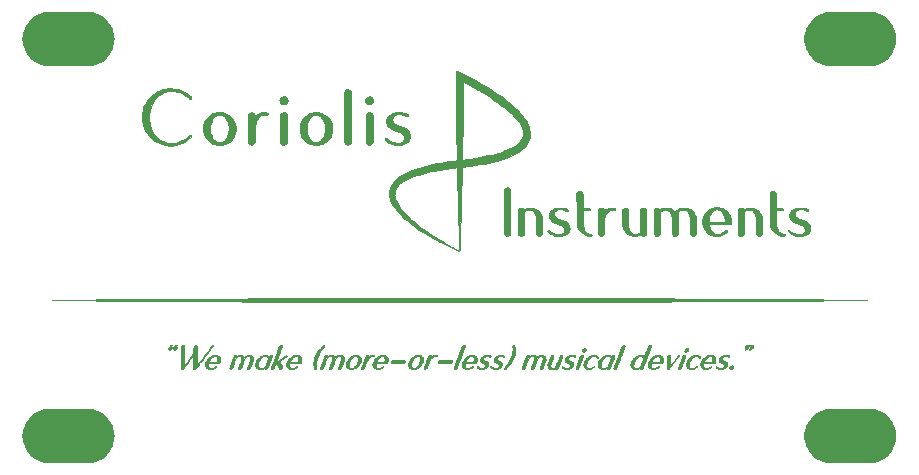
<source format=gbr>
G04 #@! TF.GenerationSoftware,KiCad,Pcbnew,(5.0.0)*
G04 #@! TF.CreationDate,2018-08-19T17:10:44+02:00*
G04 #@! TF.ProjectId,PcbBusinessCard,506362427573696E657373436172642E,rev?*
G04 #@! TF.SameCoordinates,Original*
G04 #@! TF.FileFunction,Soldermask,Top*
G04 #@! TF.FilePolarity,Negative*
%FSLAX46Y46*%
G04 Gerber Fmt 4.6, Leading zero omitted, Abs format (unit mm)*
G04 Created by KiCad (PCBNEW (5.0.0)) date 08/19/18 17:10:44*
%MOMM*%
%LPD*%
G01*
G04 APERTURE LIST*
%ADD10C,0.010000*%
%ADD11C,0.100000*%
%ADD12C,4.600000*%
G04 APERTURE END LIST*
D10*
G04 #@! TO.C,G\002A\002A\002A*
G36*
X33034499Y-7860864D02*
X33112400Y-7888449D01*
X33178897Y-7933037D01*
X33232459Y-7993490D01*
X33271552Y-8068675D01*
X33282039Y-8099986D01*
X33295623Y-8180419D01*
X33290205Y-8256925D01*
X33267850Y-8327641D01*
X33230621Y-8390705D01*
X33180583Y-8444253D01*
X33119799Y-8486422D01*
X33050334Y-8515350D01*
X32974252Y-8529174D01*
X32893618Y-8526030D01*
X32827566Y-8510163D01*
X32773798Y-8483643D01*
X32720510Y-8442568D01*
X32673699Y-8392707D01*
X32639360Y-8339830D01*
X32631260Y-8321311D01*
X32611319Y-8240903D01*
X32610332Y-8161675D01*
X32626589Y-8086176D01*
X32658379Y-8016954D01*
X32703993Y-7956554D01*
X32761719Y-7907526D01*
X32829849Y-7872415D01*
X32906672Y-7853770D01*
X32946726Y-7851417D01*
X33034499Y-7860864D01*
X33034499Y-7860864D01*
G37*
X33034499Y-7860864D02*
X33112400Y-7888449D01*
X33178897Y-7933037D01*
X33232459Y-7993490D01*
X33271552Y-8068675D01*
X33282039Y-8099986D01*
X33295623Y-8180419D01*
X33290205Y-8256925D01*
X33267850Y-8327641D01*
X33230621Y-8390705D01*
X33180583Y-8444253D01*
X33119799Y-8486422D01*
X33050334Y-8515350D01*
X32974252Y-8529174D01*
X32893618Y-8526030D01*
X32827566Y-8510163D01*
X32773798Y-8483643D01*
X32720510Y-8442568D01*
X32673699Y-8392707D01*
X32639360Y-8339830D01*
X32631260Y-8321311D01*
X32611319Y-8240903D01*
X32610332Y-8161675D01*
X32626589Y-8086176D01*
X32658379Y-8016954D01*
X32703993Y-7956554D01*
X32761719Y-7907526D01*
X32829849Y-7872415D01*
X32906672Y-7853770D01*
X32946726Y-7851417D01*
X33034499Y-7860864D01*
G36*
X25784916Y-7860864D02*
X25862817Y-7888449D01*
X25929314Y-7933037D01*
X25982875Y-7993490D01*
X26021969Y-8068675D01*
X26032456Y-8099986D01*
X26046040Y-8180419D01*
X26040622Y-8256925D01*
X26018267Y-8327641D01*
X25981038Y-8390705D01*
X25930999Y-8444253D01*
X25870216Y-8486422D01*
X25800751Y-8515350D01*
X25724669Y-8529174D01*
X25644034Y-8526030D01*
X25577983Y-8510163D01*
X25524215Y-8483643D01*
X25470927Y-8442568D01*
X25424115Y-8392707D01*
X25389777Y-8339830D01*
X25381677Y-8321311D01*
X25361736Y-8240903D01*
X25360749Y-8161675D01*
X25377006Y-8086176D01*
X25408796Y-8016954D01*
X25454409Y-7956554D01*
X25512136Y-7907526D01*
X25580266Y-7872415D01*
X25657088Y-7853770D01*
X25697142Y-7851417D01*
X25784916Y-7860864D01*
X25784916Y-7860864D01*
G37*
X25784916Y-7860864D02*
X25862817Y-7888449D01*
X25929314Y-7933037D01*
X25982875Y-7993490D01*
X26021969Y-8068675D01*
X26032456Y-8099986D01*
X26046040Y-8180419D01*
X26040622Y-8256925D01*
X26018267Y-8327641D01*
X25981038Y-8390705D01*
X25930999Y-8444253D01*
X25870216Y-8486422D01*
X25800751Y-8515350D01*
X25724669Y-8529174D01*
X25644034Y-8526030D01*
X25577983Y-8510163D01*
X25524215Y-8483643D01*
X25470927Y-8442568D01*
X25424115Y-8392707D01*
X25389777Y-8339830D01*
X25381677Y-8321311D01*
X25361736Y-8240903D01*
X25360749Y-8161675D01*
X25377006Y-8086176D01*
X25408796Y-8016954D01*
X25454409Y-7956554D01*
X25512136Y-7907526D01*
X25580266Y-7872415D01*
X25657088Y-7853770D01*
X25697142Y-7851417D01*
X25784916Y-7860864D01*
G36*
X33025429Y-9207366D02*
X33042584Y-9212084D01*
X33102113Y-9239691D01*
X33156830Y-9283582D01*
X33201173Y-9338887D01*
X33214540Y-9362670D01*
X33239291Y-9412459D01*
X33239291Y-11719625D01*
X33216512Y-11768905D01*
X33183111Y-11822767D01*
X33137759Y-11870641D01*
X33086556Y-11906748D01*
X33057102Y-11919845D01*
X33010437Y-11930417D01*
X32955533Y-11935124D01*
X32902142Y-11933621D01*
X32863514Y-11926695D01*
X32800508Y-11897625D01*
X32742039Y-11852165D01*
X32693669Y-11795067D01*
X32676895Y-11767250D01*
X32673777Y-11760659D01*
X32671000Y-11752478D01*
X32668541Y-11741493D01*
X32666377Y-11726486D01*
X32664483Y-11706243D01*
X32662838Y-11679546D01*
X32661417Y-11645180D01*
X32660197Y-11601930D01*
X32659155Y-11548578D01*
X32658267Y-11483910D01*
X32657511Y-11406709D01*
X32656863Y-11315759D01*
X32656299Y-11209844D01*
X32655796Y-11087749D01*
X32655331Y-10948257D01*
X32654881Y-10790153D01*
X32654423Y-10612220D01*
X32654375Y-10593206D01*
X32653878Y-10406921D01*
X32653421Y-10240595D01*
X32653082Y-10093020D01*
X32652943Y-9962989D01*
X32653084Y-9849293D01*
X32653584Y-9750725D01*
X32654523Y-9666076D01*
X32655981Y-9594141D01*
X32658038Y-9533709D01*
X32660775Y-9483575D01*
X32664271Y-9442529D01*
X32668606Y-9409365D01*
X32673860Y-9382874D01*
X32680114Y-9361849D01*
X32687446Y-9345082D01*
X32695938Y-9331365D01*
X32705669Y-9319491D01*
X32716718Y-9308251D01*
X32729167Y-9296438D01*
X32741009Y-9284943D01*
X32803651Y-9235059D01*
X32871637Y-9205574D01*
X32945413Y-9196379D01*
X33025429Y-9207366D01*
X33025429Y-9207366D01*
G37*
X33025429Y-9207366D02*
X33042584Y-9212084D01*
X33102113Y-9239691D01*
X33156830Y-9283582D01*
X33201173Y-9338887D01*
X33214540Y-9362670D01*
X33239291Y-9412459D01*
X33239291Y-11719625D01*
X33216512Y-11768905D01*
X33183111Y-11822767D01*
X33137759Y-11870641D01*
X33086556Y-11906748D01*
X33057102Y-11919845D01*
X33010437Y-11930417D01*
X32955533Y-11935124D01*
X32902142Y-11933621D01*
X32863514Y-11926695D01*
X32800508Y-11897625D01*
X32742039Y-11852165D01*
X32693669Y-11795067D01*
X32676895Y-11767250D01*
X32673777Y-11760659D01*
X32671000Y-11752478D01*
X32668541Y-11741493D01*
X32666377Y-11726486D01*
X32664483Y-11706243D01*
X32662838Y-11679546D01*
X32661417Y-11645180D01*
X32660197Y-11601930D01*
X32659155Y-11548578D01*
X32658267Y-11483910D01*
X32657511Y-11406709D01*
X32656863Y-11315759D01*
X32656299Y-11209844D01*
X32655796Y-11087749D01*
X32655331Y-10948257D01*
X32654881Y-10790153D01*
X32654423Y-10612220D01*
X32654375Y-10593206D01*
X32653878Y-10406921D01*
X32653421Y-10240595D01*
X32653082Y-10093020D01*
X32652943Y-9962989D01*
X32653084Y-9849293D01*
X32653584Y-9750725D01*
X32654523Y-9666076D01*
X32655981Y-9594141D01*
X32658038Y-9533709D01*
X32660775Y-9483575D01*
X32664271Y-9442529D01*
X32668606Y-9409365D01*
X32673860Y-9382874D01*
X32680114Y-9361849D01*
X32687446Y-9345082D01*
X32695938Y-9331365D01*
X32705669Y-9319491D01*
X32716718Y-9308251D01*
X32729167Y-9296438D01*
X32741009Y-9284943D01*
X32803651Y-9235059D01*
X32871637Y-9205574D01*
X32945413Y-9196379D01*
X33025429Y-9207366D01*
G36*
X25775846Y-9207366D02*
X25793000Y-9212084D01*
X25852530Y-9239691D01*
X25907247Y-9283582D01*
X25951590Y-9338887D01*
X25964957Y-9362670D01*
X25989708Y-9412459D01*
X25989708Y-11719625D01*
X25966929Y-11768905D01*
X25933528Y-11822767D01*
X25888175Y-11870641D01*
X25836973Y-11906748D01*
X25807519Y-11919845D01*
X25760854Y-11930417D01*
X25705949Y-11935124D01*
X25652558Y-11933621D01*
X25613931Y-11926695D01*
X25550925Y-11897625D01*
X25492456Y-11852165D01*
X25444085Y-11795067D01*
X25427311Y-11767250D01*
X25424194Y-11760659D01*
X25421417Y-11752478D01*
X25418958Y-11741493D01*
X25416793Y-11726486D01*
X25414900Y-11706243D01*
X25413254Y-11679546D01*
X25411833Y-11645180D01*
X25410613Y-11601930D01*
X25409571Y-11548578D01*
X25408684Y-11483910D01*
X25407928Y-11406709D01*
X25407279Y-11315759D01*
X25406715Y-11209844D01*
X25406213Y-11087749D01*
X25405748Y-10948257D01*
X25405298Y-10790153D01*
X25404839Y-10612220D01*
X25404792Y-10593206D01*
X25404295Y-10406921D01*
X25403837Y-10240595D01*
X25403499Y-10093020D01*
X25403360Y-9962989D01*
X25403501Y-9849293D01*
X25404000Y-9750725D01*
X25404939Y-9666076D01*
X25406398Y-9594141D01*
X25408455Y-9533709D01*
X25411192Y-9483575D01*
X25414688Y-9442529D01*
X25419023Y-9409365D01*
X25424277Y-9382874D01*
X25430531Y-9361849D01*
X25437863Y-9345082D01*
X25446355Y-9331365D01*
X25456085Y-9319491D01*
X25467135Y-9308251D01*
X25479584Y-9296438D01*
X25491426Y-9284943D01*
X25554068Y-9235059D01*
X25622053Y-9205574D01*
X25695830Y-9196379D01*
X25775846Y-9207366D01*
X25775846Y-9207366D01*
G37*
X25775846Y-9207366D02*
X25793000Y-9212084D01*
X25852530Y-9239691D01*
X25907247Y-9283582D01*
X25951590Y-9338887D01*
X25964957Y-9362670D01*
X25989708Y-9412459D01*
X25989708Y-11719625D01*
X25966929Y-11768905D01*
X25933528Y-11822767D01*
X25888175Y-11870641D01*
X25836973Y-11906748D01*
X25807519Y-11919845D01*
X25760854Y-11930417D01*
X25705949Y-11935124D01*
X25652558Y-11933621D01*
X25613931Y-11926695D01*
X25550925Y-11897625D01*
X25492456Y-11852165D01*
X25444085Y-11795067D01*
X25427311Y-11767250D01*
X25424194Y-11760659D01*
X25421417Y-11752478D01*
X25418958Y-11741493D01*
X25416793Y-11726486D01*
X25414900Y-11706243D01*
X25413254Y-11679546D01*
X25411833Y-11645180D01*
X25410613Y-11601930D01*
X25409571Y-11548578D01*
X25408684Y-11483910D01*
X25407928Y-11406709D01*
X25407279Y-11315759D01*
X25406715Y-11209844D01*
X25406213Y-11087749D01*
X25405748Y-10948257D01*
X25405298Y-10790153D01*
X25404839Y-10612220D01*
X25404792Y-10593206D01*
X25404295Y-10406921D01*
X25403837Y-10240595D01*
X25403499Y-10093020D01*
X25403360Y-9962989D01*
X25403501Y-9849293D01*
X25404000Y-9750725D01*
X25404939Y-9666076D01*
X25406398Y-9594141D01*
X25408455Y-9533709D01*
X25411192Y-9483575D01*
X25414688Y-9442529D01*
X25419023Y-9409365D01*
X25424277Y-9382874D01*
X25430531Y-9361849D01*
X25437863Y-9345082D01*
X25446355Y-9331365D01*
X25456085Y-9319491D01*
X25467135Y-9308251D01*
X25479584Y-9296438D01*
X25491426Y-9284943D01*
X25554068Y-9235059D01*
X25622053Y-9205574D01*
X25695830Y-9196379D01*
X25775846Y-9207366D01*
G36*
X24083375Y-9196707D02*
X24158286Y-9201696D01*
X24224458Y-9211106D01*
X24278487Y-9224642D01*
X24316969Y-9242011D01*
X24330655Y-9253529D01*
X24350886Y-9291770D01*
X24352837Y-9333839D01*
X24336503Y-9373183D01*
X24330770Y-9380462D01*
X24317246Y-9393870D01*
X24301649Y-9402700D01*
X24280111Y-9407409D01*
X24248762Y-9408451D01*
X24203733Y-9406283D01*
X24148208Y-9401953D01*
X24028801Y-9400633D01*
X23919126Y-9417870D01*
X23818021Y-9454072D01*
X23724327Y-9509647D01*
X23642059Y-9579830D01*
X23548471Y-9687158D01*
X23467837Y-9811076D01*
X23400131Y-9951643D01*
X23345324Y-10108915D01*
X23303391Y-10282951D01*
X23300861Y-10296167D01*
X23296872Y-10319485D01*
X23293416Y-10345221D01*
X23290433Y-10375158D01*
X23287865Y-10411082D01*
X23285653Y-10454775D01*
X23283738Y-10508022D01*
X23282060Y-10572606D01*
X23280561Y-10650311D01*
X23279183Y-10742920D01*
X23277865Y-10852219D01*
X23276550Y-10979990D01*
X23275861Y-11052875D01*
X23269791Y-11709042D01*
X23240146Y-11769410D01*
X23196801Y-11835850D01*
X23140599Y-11885608D01*
X23072401Y-11918123D01*
X22993069Y-11932831D01*
X22989333Y-11933061D01*
X22929894Y-11932078D01*
X22881994Y-11922570D01*
X22878820Y-11921440D01*
X22844573Y-11906272D01*
X22814118Y-11888954D01*
X22810028Y-11886099D01*
X22780725Y-11857639D01*
X22749778Y-11816564D01*
X22722143Y-11770369D01*
X22702773Y-11726552D01*
X22701081Y-11721290D01*
X22698858Y-11709561D01*
X22696876Y-11689145D01*
X22695123Y-11659030D01*
X22693589Y-11618201D01*
X22692262Y-11565646D01*
X22691130Y-11500351D01*
X22690182Y-11421302D01*
X22689407Y-11327486D01*
X22688792Y-11217891D01*
X22688327Y-11091501D01*
X22687999Y-10947304D01*
X22687799Y-10784287D01*
X22687713Y-10601436D01*
X22687708Y-10539584D01*
X22687708Y-9401875D01*
X22716802Y-9352383D01*
X22763996Y-9290445D01*
X22822942Y-9245676D01*
X22894235Y-9217764D01*
X22978469Y-9206398D01*
X22996661Y-9206084D01*
X23071863Y-9215889D01*
X23138603Y-9244731D01*
X23195634Y-9291746D01*
X23241710Y-9356070D01*
X23256592Y-9386000D01*
X23269481Y-9414264D01*
X23278652Y-9433194D01*
X23281003Y-9437291D01*
X23290671Y-9433928D01*
X23312081Y-9421353D01*
X23329902Y-9409573D01*
X23419311Y-9355931D01*
X23523254Y-9306470D01*
X23635159Y-9263743D01*
X23748454Y-9230304D01*
X23840264Y-9211201D01*
X23920959Y-9201165D01*
X24003131Y-9196432D01*
X24083375Y-9196707D01*
X24083375Y-9196707D01*
G37*
X24083375Y-9196707D02*
X24158286Y-9201696D01*
X24224458Y-9211106D01*
X24278487Y-9224642D01*
X24316969Y-9242011D01*
X24330655Y-9253529D01*
X24350886Y-9291770D01*
X24352837Y-9333839D01*
X24336503Y-9373183D01*
X24330770Y-9380462D01*
X24317246Y-9393870D01*
X24301649Y-9402700D01*
X24280111Y-9407409D01*
X24248762Y-9408451D01*
X24203733Y-9406283D01*
X24148208Y-9401953D01*
X24028801Y-9400633D01*
X23919126Y-9417870D01*
X23818021Y-9454072D01*
X23724327Y-9509647D01*
X23642059Y-9579830D01*
X23548471Y-9687158D01*
X23467837Y-9811076D01*
X23400131Y-9951643D01*
X23345324Y-10108915D01*
X23303391Y-10282951D01*
X23300861Y-10296167D01*
X23296872Y-10319485D01*
X23293416Y-10345221D01*
X23290433Y-10375158D01*
X23287865Y-10411082D01*
X23285653Y-10454775D01*
X23283738Y-10508022D01*
X23282060Y-10572606D01*
X23280561Y-10650311D01*
X23279183Y-10742920D01*
X23277865Y-10852219D01*
X23276550Y-10979990D01*
X23275861Y-11052875D01*
X23269791Y-11709042D01*
X23240146Y-11769410D01*
X23196801Y-11835850D01*
X23140599Y-11885608D01*
X23072401Y-11918123D01*
X22993069Y-11932831D01*
X22989333Y-11933061D01*
X22929894Y-11932078D01*
X22881994Y-11922570D01*
X22878820Y-11921440D01*
X22844573Y-11906272D01*
X22814118Y-11888954D01*
X22810028Y-11886099D01*
X22780725Y-11857639D01*
X22749778Y-11816564D01*
X22722143Y-11770369D01*
X22702773Y-11726552D01*
X22701081Y-11721290D01*
X22698858Y-11709561D01*
X22696876Y-11689145D01*
X22695123Y-11659030D01*
X22693589Y-11618201D01*
X22692262Y-11565646D01*
X22691130Y-11500351D01*
X22690182Y-11421302D01*
X22689407Y-11327486D01*
X22688792Y-11217891D01*
X22688327Y-11091501D01*
X22687999Y-10947304D01*
X22687799Y-10784287D01*
X22687713Y-10601436D01*
X22687708Y-10539584D01*
X22687708Y-9401875D01*
X22716802Y-9352383D01*
X22763996Y-9290445D01*
X22822942Y-9245676D01*
X22894235Y-9217764D01*
X22978469Y-9206398D01*
X22996661Y-9206084D01*
X23071863Y-9215889D01*
X23138603Y-9244731D01*
X23195634Y-9291746D01*
X23241710Y-9356070D01*
X23256592Y-9386000D01*
X23269481Y-9414264D01*
X23278652Y-9433194D01*
X23281003Y-9437291D01*
X23290671Y-9433928D01*
X23312081Y-9421353D01*
X23329902Y-9409573D01*
X23419311Y-9355931D01*
X23523254Y-9306470D01*
X23635159Y-9263743D01*
X23748454Y-9230304D01*
X23840264Y-9211201D01*
X23920959Y-9201165D01*
X24003131Y-9196432D01*
X24083375Y-9196707D01*
G36*
X31193961Y-7254474D02*
X31266017Y-7277868D01*
X31328165Y-7319416D01*
X31378681Y-7378124D01*
X31399792Y-7415127D01*
X31429541Y-7475709D01*
X31429541Y-11709042D01*
X31404530Y-11764361D01*
X31376217Y-11811671D01*
X31336824Y-11857795D01*
X31292563Y-11896396D01*
X31251631Y-11920341D01*
X31185926Y-11937651D01*
X31113801Y-11940380D01*
X31053833Y-11930702D01*
X30985603Y-11904968D01*
X30932506Y-11867200D01*
X30890393Y-11814097D01*
X30876662Y-11789705D01*
X30842166Y-11723067D01*
X30842270Y-9599388D01*
X30842373Y-7475709D01*
X30867414Y-7421932D01*
X30909804Y-7353379D01*
X30964867Y-7301422D01*
X31031399Y-7266898D01*
X31108201Y-7250645D01*
X31113721Y-7250227D01*
X31193961Y-7254474D01*
X31193961Y-7254474D01*
G37*
X31193961Y-7254474D02*
X31266017Y-7277868D01*
X31328165Y-7319416D01*
X31378681Y-7378124D01*
X31399792Y-7415127D01*
X31429541Y-7475709D01*
X31429541Y-11709042D01*
X31404530Y-11764361D01*
X31376217Y-11811671D01*
X31336824Y-11857795D01*
X31292563Y-11896396D01*
X31251631Y-11920341D01*
X31185926Y-11937651D01*
X31113801Y-11940380D01*
X31053833Y-11930702D01*
X30985603Y-11904968D01*
X30932506Y-11867200D01*
X30890393Y-11814097D01*
X30876662Y-11789705D01*
X30842166Y-11723067D01*
X30842270Y-9599388D01*
X30842373Y-7475709D01*
X30867414Y-7421932D01*
X30909804Y-7353379D01*
X30964867Y-7301422D01*
X31031399Y-7266898D01*
X31108201Y-7250645D01*
X31113721Y-7250227D01*
X31193961Y-7254474D01*
G36*
X35546458Y-9188664D02*
X35689156Y-9200052D01*
X35818021Y-9221351D01*
X35938583Y-9253927D01*
X36056373Y-9299143D01*
X36124995Y-9331396D01*
X36170436Y-9354741D01*
X36200342Y-9372360D01*
X36218487Y-9387188D01*
X36228650Y-9402160D01*
X36233421Y-9415666D01*
X36235709Y-9459080D01*
X36220202Y-9497649D01*
X36189720Y-9525924D01*
X36172367Y-9533674D01*
X36151659Y-9539046D01*
X36132596Y-9538677D01*
X36109010Y-9531191D01*
X36074734Y-9515215D01*
X36062821Y-9509255D01*
X35926155Y-9447234D01*
X35794931Y-9402304D01*
X35664224Y-9373103D01*
X35529111Y-9358268D01*
X35514148Y-9357473D01*
X35403570Y-9356509D01*
X35308656Y-9365822D01*
X35225996Y-9386501D01*
X35152183Y-9419640D01*
X35083810Y-9466330D01*
X35033467Y-9511470D01*
X34990114Y-9555489D01*
X34959729Y-9591559D01*
X34940021Y-9625260D01*
X34928702Y-9662174D01*
X34923480Y-9707883D01*
X34922068Y-9767967D01*
X34922041Y-9783098D01*
X34922327Y-9837789D01*
X34923849Y-9876975D01*
X34927601Y-9906315D01*
X34934579Y-9931469D01*
X34945778Y-9958097D01*
X34956845Y-9981016D01*
X34985526Y-10030921D01*
X35021330Y-10077031D01*
X35065850Y-10120250D01*
X35120681Y-10161484D01*
X35187417Y-10201637D01*
X35267650Y-10241614D01*
X35362974Y-10282321D01*
X35474984Y-10324662D01*
X35605273Y-10369542D01*
X35689333Y-10396929D01*
X35755302Y-10419383D01*
X35825542Y-10445496D01*
X35892207Y-10472226D01*
X35947453Y-10496527D01*
X35953656Y-10499479D01*
X36002249Y-10523724D01*
X36040493Y-10545616D01*
X36074074Y-10569312D01*
X36108679Y-10598968D01*
X36149993Y-10638742D01*
X36165981Y-10654707D01*
X36210413Y-10700320D01*
X36243432Y-10737541D01*
X36269306Y-10772200D01*
X36292299Y-10810124D01*
X36316679Y-10857143D01*
X36321859Y-10867667D01*
X36359167Y-10948939D01*
X36385319Y-11019593D01*
X36401925Y-11085898D01*
X36410595Y-11154120D01*
X36412943Y-11222209D01*
X36408731Y-11311724D01*
X36394277Y-11390017D01*
X36367599Y-11465353D01*
X36341915Y-11518257D01*
X36287040Y-11600303D01*
X36213882Y-11675704D01*
X36124483Y-11743728D01*
X36020884Y-11803645D01*
X35905125Y-11854725D01*
X35779248Y-11896236D01*
X35645293Y-11927448D01*
X35505302Y-11947631D01*
X35361316Y-11956053D01*
X35215374Y-11951984D01*
X35147945Y-11945694D01*
X35011609Y-11923172D01*
X34881434Y-11886910D01*
X34754249Y-11835547D01*
X34626880Y-11767726D01*
X34496157Y-11682086D01*
X34444470Y-11644232D01*
X34386325Y-11599658D01*
X34343538Y-11564438D01*
X34313901Y-11536111D01*
X34295211Y-11512218D01*
X34285260Y-11490298D01*
X34281843Y-11467891D01*
X34281750Y-11462740D01*
X34285398Y-11429522D01*
X34299124Y-11406883D01*
X34309635Y-11397602D01*
X34331181Y-11383316D01*
X34352447Y-11376840D01*
X34376414Y-11379222D01*
X34406066Y-11391511D01*
X34444384Y-11414757D01*
X34494352Y-11450009D01*
X34526543Y-11473893D01*
X34601934Y-11529445D01*
X34665369Y-11573785D01*
X34720998Y-11609433D01*
X34772972Y-11638910D01*
X34825439Y-11664738D01*
X34878821Y-11687901D01*
X35031310Y-11739734D01*
X35188068Y-11770924D01*
X35345375Y-11781628D01*
X35450118Y-11778966D01*
X35538437Y-11768639D01*
X35614052Y-11749480D01*
X35680684Y-11720321D01*
X35742054Y-11679996D01*
X35784643Y-11643787D01*
X35843402Y-11578611D01*
X35883410Y-11507694D01*
X35907047Y-11426509D01*
X35910677Y-11404077D01*
X35916246Y-11326664D01*
X35909744Y-11255338D01*
X35890240Y-11189244D01*
X35856800Y-11127533D01*
X35808493Y-11069350D01*
X35744385Y-11013846D01*
X35663545Y-10960166D01*
X35565041Y-10907460D01*
X35447939Y-10854876D01*
X35311307Y-10801561D01*
X35213083Y-10766627D01*
X35089352Y-10722757D01*
X34983667Y-10682331D01*
X34893467Y-10643967D01*
X34816189Y-10606283D01*
X34749272Y-10567894D01*
X34690153Y-10527419D01*
X34636270Y-10483474D01*
X34585060Y-10434677D01*
X34570934Y-10420043D01*
X34496442Y-10328509D01*
X34441879Y-10231150D01*
X34406736Y-10126558D01*
X34390503Y-10013324D01*
X34390457Y-9921432D01*
X34403802Y-9806397D01*
X34431722Y-9704446D01*
X34475848Y-9611913D01*
X34537815Y-9525129D01*
X34593936Y-9464600D01*
X34685687Y-9388368D01*
X34793955Y-9323631D01*
X34917204Y-9270835D01*
X35053896Y-9230423D01*
X35202496Y-9202842D01*
X35361467Y-9188537D01*
X35529273Y-9187952D01*
X35546458Y-9188664D01*
X35546458Y-9188664D01*
G37*
X35546458Y-9188664D02*
X35689156Y-9200052D01*
X35818021Y-9221351D01*
X35938583Y-9253927D01*
X36056373Y-9299143D01*
X36124995Y-9331396D01*
X36170436Y-9354741D01*
X36200342Y-9372360D01*
X36218487Y-9387188D01*
X36228650Y-9402160D01*
X36233421Y-9415666D01*
X36235709Y-9459080D01*
X36220202Y-9497649D01*
X36189720Y-9525924D01*
X36172367Y-9533674D01*
X36151659Y-9539046D01*
X36132596Y-9538677D01*
X36109010Y-9531191D01*
X36074734Y-9515215D01*
X36062821Y-9509255D01*
X35926155Y-9447234D01*
X35794931Y-9402304D01*
X35664224Y-9373103D01*
X35529111Y-9358268D01*
X35514148Y-9357473D01*
X35403570Y-9356509D01*
X35308656Y-9365822D01*
X35225996Y-9386501D01*
X35152183Y-9419640D01*
X35083810Y-9466330D01*
X35033467Y-9511470D01*
X34990114Y-9555489D01*
X34959729Y-9591559D01*
X34940021Y-9625260D01*
X34928702Y-9662174D01*
X34923480Y-9707883D01*
X34922068Y-9767967D01*
X34922041Y-9783098D01*
X34922327Y-9837789D01*
X34923849Y-9876975D01*
X34927601Y-9906315D01*
X34934579Y-9931469D01*
X34945778Y-9958097D01*
X34956845Y-9981016D01*
X34985526Y-10030921D01*
X35021330Y-10077031D01*
X35065850Y-10120250D01*
X35120681Y-10161484D01*
X35187417Y-10201637D01*
X35267650Y-10241614D01*
X35362974Y-10282321D01*
X35474984Y-10324662D01*
X35605273Y-10369542D01*
X35689333Y-10396929D01*
X35755302Y-10419383D01*
X35825542Y-10445496D01*
X35892207Y-10472226D01*
X35947453Y-10496527D01*
X35953656Y-10499479D01*
X36002249Y-10523724D01*
X36040493Y-10545616D01*
X36074074Y-10569312D01*
X36108679Y-10598968D01*
X36149993Y-10638742D01*
X36165981Y-10654707D01*
X36210413Y-10700320D01*
X36243432Y-10737541D01*
X36269306Y-10772200D01*
X36292299Y-10810124D01*
X36316679Y-10857143D01*
X36321859Y-10867667D01*
X36359167Y-10948939D01*
X36385319Y-11019593D01*
X36401925Y-11085898D01*
X36410595Y-11154120D01*
X36412943Y-11222209D01*
X36408731Y-11311724D01*
X36394277Y-11390017D01*
X36367599Y-11465353D01*
X36341915Y-11518257D01*
X36287040Y-11600303D01*
X36213882Y-11675704D01*
X36124483Y-11743728D01*
X36020884Y-11803645D01*
X35905125Y-11854725D01*
X35779248Y-11896236D01*
X35645293Y-11927448D01*
X35505302Y-11947631D01*
X35361316Y-11956053D01*
X35215374Y-11951984D01*
X35147945Y-11945694D01*
X35011609Y-11923172D01*
X34881434Y-11886910D01*
X34754249Y-11835547D01*
X34626880Y-11767726D01*
X34496157Y-11682086D01*
X34444470Y-11644232D01*
X34386325Y-11599658D01*
X34343538Y-11564438D01*
X34313901Y-11536111D01*
X34295211Y-11512218D01*
X34285260Y-11490298D01*
X34281843Y-11467891D01*
X34281750Y-11462740D01*
X34285398Y-11429522D01*
X34299124Y-11406883D01*
X34309635Y-11397602D01*
X34331181Y-11383316D01*
X34352447Y-11376840D01*
X34376414Y-11379222D01*
X34406066Y-11391511D01*
X34444384Y-11414757D01*
X34494352Y-11450009D01*
X34526543Y-11473893D01*
X34601934Y-11529445D01*
X34665369Y-11573785D01*
X34720998Y-11609433D01*
X34772972Y-11638910D01*
X34825439Y-11664738D01*
X34878821Y-11687901D01*
X35031310Y-11739734D01*
X35188068Y-11770924D01*
X35345375Y-11781628D01*
X35450118Y-11778966D01*
X35538437Y-11768639D01*
X35614052Y-11749480D01*
X35680684Y-11720321D01*
X35742054Y-11679996D01*
X35784643Y-11643787D01*
X35843402Y-11578611D01*
X35883410Y-11507694D01*
X35907047Y-11426509D01*
X35910677Y-11404077D01*
X35916246Y-11326664D01*
X35909744Y-11255338D01*
X35890240Y-11189244D01*
X35856800Y-11127533D01*
X35808493Y-11069350D01*
X35744385Y-11013846D01*
X35663545Y-10960166D01*
X35565041Y-10907460D01*
X35447939Y-10854876D01*
X35311307Y-10801561D01*
X35213083Y-10766627D01*
X35089352Y-10722757D01*
X34983667Y-10682331D01*
X34893467Y-10643967D01*
X34816189Y-10606283D01*
X34749272Y-10567894D01*
X34690153Y-10527419D01*
X34636270Y-10483474D01*
X34585060Y-10434677D01*
X34570934Y-10420043D01*
X34496442Y-10328509D01*
X34441879Y-10231150D01*
X34406736Y-10126558D01*
X34390503Y-10013324D01*
X34390457Y-9921432D01*
X34403802Y-9806397D01*
X34431722Y-9704446D01*
X34475848Y-9611913D01*
X34537815Y-9525129D01*
X34593936Y-9464600D01*
X34685687Y-9388368D01*
X34793955Y-9323631D01*
X34917204Y-9270835D01*
X35053896Y-9230423D01*
X35202496Y-9202842D01*
X35361467Y-9188537D01*
X35529273Y-9187952D01*
X35546458Y-9188664D01*
G36*
X28519419Y-9191256D02*
X28593878Y-9194054D01*
X28657867Y-9199744D01*
X28716708Y-9209049D01*
X28775726Y-9222693D01*
X28840244Y-9241400D01*
X28868375Y-9250331D01*
X29023699Y-9311318D01*
X29169256Y-9390034D01*
X29303739Y-9484962D01*
X29425837Y-9594584D01*
X29534242Y-9717384D01*
X29627645Y-9851844D01*
X29704737Y-9996449D01*
X29764208Y-10149680D01*
X29804751Y-10310021D01*
X29810338Y-10341976D01*
X29816810Y-10393649D01*
X29821992Y-10457410D01*
X29825260Y-10524192D01*
X29826081Y-10571334D01*
X29819454Y-10722646D01*
X29798673Y-10862934D01*
X29762385Y-10998028D01*
X29709237Y-11133759D01*
X29682500Y-11190459D01*
X29599160Y-11336026D01*
X29499243Y-11469324D01*
X29384143Y-11589270D01*
X29255253Y-11694781D01*
X29113967Y-11784773D01*
X28961679Y-11858164D01*
X28799781Y-11913869D01*
X28728931Y-11931804D01*
X28687656Y-11938508D01*
X28630408Y-11944187D01*
X28562363Y-11948679D01*
X28488697Y-11951824D01*
X28414586Y-11953461D01*
X28345206Y-11953428D01*
X28285734Y-11951565D01*
X28241344Y-11947710D01*
X28237211Y-11947096D01*
X28070794Y-11910437D01*
X27911665Y-11854945D01*
X27761363Y-11781753D01*
X27621428Y-11691992D01*
X27493400Y-11586795D01*
X27378819Y-11467293D01*
X27279224Y-11334620D01*
X27196157Y-11189906D01*
X27189941Y-11177157D01*
X27142242Y-11069240D01*
X27106575Y-10966766D01*
X27081704Y-10864019D01*
X27066389Y-10755289D01*
X27059392Y-10634860D01*
X27058625Y-10571334D01*
X27654044Y-10571334D01*
X27662499Y-10748769D01*
X27687218Y-10917188D01*
X27727745Y-11075358D01*
X27783621Y-11222046D01*
X27854389Y-11356022D01*
X27939591Y-11476052D01*
X28023634Y-11566779D01*
X28115895Y-11642776D01*
X28212194Y-11699264D01*
X28311338Y-11735939D01*
X28412129Y-11752495D01*
X28513375Y-11748629D01*
X28613879Y-11724037D01*
X28625229Y-11719907D01*
X28727751Y-11670213D01*
X28823143Y-11601740D01*
X28910599Y-11515908D01*
X28989313Y-11414136D01*
X29058481Y-11297844D01*
X29117297Y-11168453D01*
X29164956Y-11027381D01*
X29200653Y-10876050D01*
X29223582Y-10715879D01*
X29228578Y-10656000D01*
X29230276Y-10504024D01*
X29215871Y-10348530D01*
X29186412Y-10193624D01*
X29142949Y-10043411D01*
X29086529Y-9901998D01*
X29018203Y-9773489D01*
X28993057Y-9734370D01*
X28912257Y-9629185D01*
X28825247Y-9542870D01*
X28733204Y-9475617D01*
X28637302Y-9427619D01*
X28538717Y-9399066D01*
X28438623Y-9390152D01*
X28338195Y-9401068D01*
X28238609Y-9432006D01*
X28141040Y-9483160D01*
X28046663Y-9554719D01*
X28023634Y-9575888D01*
X27926650Y-9682784D01*
X27843581Y-9804720D01*
X27774920Y-9940371D01*
X27721157Y-10088408D01*
X27682787Y-10247506D01*
X27660301Y-10416338D01*
X27654044Y-10571334D01*
X27058625Y-10571334D01*
X27059609Y-10480742D01*
X27063086Y-10405589D01*
X27069845Y-10340218D01*
X27080674Y-10278968D01*
X27096360Y-10216182D01*
X27117692Y-10146202D01*
X27117943Y-10145427D01*
X27180288Y-9986317D01*
X27260151Y-9838276D01*
X27356415Y-9702338D01*
X27467962Y-9579535D01*
X27593675Y-9470901D01*
X27732435Y-9377470D01*
X27883126Y-9300275D01*
X28044628Y-9240349D01*
X28119350Y-9219587D01*
X28162846Y-9209173D01*
X28200769Y-9201614D01*
X28238035Y-9196451D01*
X28279562Y-9193225D01*
X28330264Y-9191476D01*
X28395058Y-9190744D01*
X28429166Y-9190626D01*
X28519419Y-9191256D01*
X28519419Y-9191256D01*
G37*
X28519419Y-9191256D02*
X28593878Y-9194054D01*
X28657867Y-9199744D01*
X28716708Y-9209049D01*
X28775726Y-9222693D01*
X28840244Y-9241400D01*
X28868375Y-9250331D01*
X29023699Y-9311318D01*
X29169256Y-9390034D01*
X29303739Y-9484962D01*
X29425837Y-9594584D01*
X29534242Y-9717384D01*
X29627645Y-9851844D01*
X29704737Y-9996449D01*
X29764208Y-10149680D01*
X29804751Y-10310021D01*
X29810338Y-10341976D01*
X29816810Y-10393649D01*
X29821992Y-10457410D01*
X29825260Y-10524192D01*
X29826081Y-10571334D01*
X29819454Y-10722646D01*
X29798673Y-10862934D01*
X29762385Y-10998028D01*
X29709237Y-11133759D01*
X29682500Y-11190459D01*
X29599160Y-11336026D01*
X29499243Y-11469324D01*
X29384143Y-11589270D01*
X29255253Y-11694781D01*
X29113967Y-11784773D01*
X28961679Y-11858164D01*
X28799781Y-11913869D01*
X28728931Y-11931804D01*
X28687656Y-11938508D01*
X28630408Y-11944187D01*
X28562363Y-11948679D01*
X28488697Y-11951824D01*
X28414586Y-11953461D01*
X28345206Y-11953428D01*
X28285734Y-11951565D01*
X28241344Y-11947710D01*
X28237211Y-11947096D01*
X28070794Y-11910437D01*
X27911665Y-11854945D01*
X27761363Y-11781753D01*
X27621428Y-11691992D01*
X27493400Y-11586795D01*
X27378819Y-11467293D01*
X27279224Y-11334620D01*
X27196157Y-11189906D01*
X27189941Y-11177157D01*
X27142242Y-11069240D01*
X27106575Y-10966766D01*
X27081704Y-10864019D01*
X27066389Y-10755289D01*
X27059392Y-10634860D01*
X27058625Y-10571334D01*
X27654044Y-10571334D01*
X27662499Y-10748769D01*
X27687218Y-10917188D01*
X27727745Y-11075358D01*
X27783621Y-11222046D01*
X27854389Y-11356022D01*
X27939591Y-11476052D01*
X28023634Y-11566779D01*
X28115895Y-11642776D01*
X28212194Y-11699264D01*
X28311338Y-11735939D01*
X28412129Y-11752495D01*
X28513375Y-11748629D01*
X28613879Y-11724037D01*
X28625229Y-11719907D01*
X28727751Y-11670213D01*
X28823143Y-11601740D01*
X28910599Y-11515908D01*
X28989313Y-11414136D01*
X29058481Y-11297844D01*
X29117297Y-11168453D01*
X29164956Y-11027381D01*
X29200653Y-10876050D01*
X29223582Y-10715879D01*
X29228578Y-10656000D01*
X29230276Y-10504024D01*
X29215871Y-10348530D01*
X29186412Y-10193624D01*
X29142949Y-10043411D01*
X29086529Y-9901998D01*
X29018203Y-9773489D01*
X28993057Y-9734370D01*
X28912257Y-9629185D01*
X28825247Y-9542870D01*
X28733204Y-9475617D01*
X28637302Y-9427619D01*
X28538717Y-9399066D01*
X28438623Y-9390152D01*
X28338195Y-9401068D01*
X28238609Y-9432006D01*
X28141040Y-9483160D01*
X28046663Y-9554719D01*
X28023634Y-9575888D01*
X27926650Y-9682784D01*
X27843581Y-9804720D01*
X27774920Y-9940371D01*
X27721157Y-10088408D01*
X27682787Y-10247506D01*
X27660301Y-10416338D01*
X27654044Y-10571334D01*
X27058625Y-10571334D01*
X27059609Y-10480742D01*
X27063086Y-10405589D01*
X27069845Y-10340218D01*
X27080674Y-10278968D01*
X27096360Y-10216182D01*
X27117692Y-10146202D01*
X27117943Y-10145427D01*
X27180288Y-9986317D01*
X27260151Y-9838276D01*
X27356415Y-9702338D01*
X27467962Y-9579535D01*
X27593675Y-9470901D01*
X27732435Y-9377470D01*
X27883126Y-9300275D01*
X28044628Y-9240349D01*
X28119350Y-9219587D01*
X28162846Y-9209173D01*
X28200769Y-9201614D01*
X28238035Y-9196451D01*
X28279562Y-9193225D01*
X28330264Y-9191476D01*
X28395058Y-9190744D01*
X28429166Y-9190626D01*
X28519419Y-9191256D01*
G36*
X20349086Y-9191256D02*
X20423545Y-9194054D01*
X20487534Y-9199744D01*
X20546375Y-9209049D01*
X20605393Y-9222693D01*
X20669911Y-9241400D01*
X20698041Y-9250331D01*
X20853365Y-9311318D01*
X20998923Y-9390034D01*
X21133405Y-9484962D01*
X21255504Y-9594584D01*
X21363909Y-9717384D01*
X21457311Y-9851844D01*
X21534403Y-9996449D01*
X21593875Y-10149680D01*
X21634418Y-10310021D01*
X21640005Y-10341976D01*
X21646477Y-10393649D01*
X21651658Y-10457410D01*
X21654926Y-10524192D01*
X21655748Y-10571334D01*
X21649121Y-10722646D01*
X21628340Y-10862934D01*
X21592052Y-10998028D01*
X21538904Y-11133759D01*
X21512167Y-11190459D01*
X21428826Y-11336026D01*
X21328909Y-11469324D01*
X21213809Y-11589270D01*
X21084920Y-11694781D01*
X20943634Y-11784773D01*
X20791346Y-11858164D01*
X20629448Y-11913869D01*
X20558597Y-11931804D01*
X20517323Y-11938508D01*
X20460075Y-11944187D01*
X20392030Y-11948679D01*
X20318364Y-11951824D01*
X20244253Y-11953461D01*
X20174873Y-11953428D01*
X20115400Y-11951565D01*
X20071011Y-11947710D01*
X20066878Y-11947096D01*
X19900461Y-11910437D01*
X19741332Y-11854945D01*
X19591030Y-11781753D01*
X19451095Y-11691992D01*
X19323066Y-11586795D01*
X19208485Y-11467293D01*
X19108891Y-11334620D01*
X19025823Y-11189906D01*
X19019608Y-11177157D01*
X18971908Y-11069240D01*
X18936242Y-10966766D01*
X18911370Y-10864019D01*
X18896055Y-10755289D01*
X18889059Y-10634860D01*
X18888291Y-10571334D01*
X19483710Y-10571334D01*
X19492166Y-10748769D01*
X19516885Y-10917188D01*
X19557412Y-11075358D01*
X19613287Y-11222046D01*
X19684055Y-11356022D01*
X19769258Y-11476052D01*
X19853300Y-11566779D01*
X19945562Y-11642776D01*
X20041861Y-11699264D01*
X20141004Y-11735939D01*
X20241796Y-11752495D01*
X20343041Y-11748629D01*
X20443546Y-11724037D01*
X20454895Y-11719907D01*
X20557418Y-11670213D01*
X20652810Y-11601740D01*
X20740266Y-11515908D01*
X20818980Y-11414136D01*
X20888148Y-11297844D01*
X20946964Y-11168453D01*
X20994623Y-11027381D01*
X21030320Y-10876050D01*
X21053249Y-10715879D01*
X21058245Y-10656000D01*
X21059943Y-10504024D01*
X21045538Y-10348530D01*
X21016079Y-10193624D01*
X20972615Y-10043411D01*
X20916196Y-9901998D01*
X20847870Y-9773489D01*
X20822724Y-9734370D01*
X20741924Y-9629185D01*
X20654914Y-9542870D01*
X20562871Y-9475617D01*
X20466969Y-9427619D01*
X20368383Y-9399066D01*
X20268289Y-9390152D01*
X20167862Y-9401068D01*
X20068276Y-9432006D01*
X19970707Y-9483160D01*
X19876329Y-9554719D01*
X19853300Y-9575888D01*
X19756317Y-9682784D01*
X19673248Y-9804720D01*
X19604586Y-9940371D01*
X19550824Y-10088408D01*
X19512453Y-10247506D01*
X19489968Y-10416338D01*
X19483710Y-10571334D01*
X18888291Y-10571334D01*
X18889275Y-10480742D01*
X18892753Y-10405589D01*
X18899512Y-10340218D01*
X18910340Y-10278968D01*
X18926027Y-10216182D01*
X18947359Y-10146202D01*
X18947610Y-10145427D01*
X19009954Y-9986317D01*
X19089817Y-9838276D01*
X19186082Y-9702338D01*
X19297629Y-9579535D01*
X19423342Y-9470901D01*
X19562102Y-9377470D01*
X19712792Y-9300275D01*
X19874295Y-9240349D01*
X19949017Y-9219587D01*
X19992513Y-9209173D01*
X20030435Y-9201614D01*
X20067702Y-9196451D01*
X20109228Y-9193225D01*
X20159930Y-9191476D01*
X20224725Y-9190744D01*
X20258833Y-9190626D01*
X20349086Y-9191256D01*
X20349086Y-9191256D01*
G37*
X20349086Y-9191256D02*
X20423545Y-9194054D01*
X20487534Y-9199744D01*
X20546375Y-9209049D01*
X20605393Y-9222693D01*
X20669911Y-9241400D01*
X20698041Y-9250331D01*
X20853365Y-9311318D01*
X20998923Y-9390034D01*
X21133405Y-9484962D01*
X21255504Y-9594584D01*
X21363909Y-9717384D01*
X21457311Y-9851844D01*
X21534403Y-9996449D01*
X21593875Y-10149680D01*
X21634418Y-10310021D01*
X21640005Y-10341976D01*
X21646477Y-10393649D01*
X21651658Y-10457410D01*
X21654926Y-10524192D01*
X21655748Y-10571334D01*
X21649121Y-10722646D01*
X21628340Y-10862934D01*
X21592052Y-10998028D01*
X21538904Y-11133759D01*
X21512167Y-11190459D01*
X21428826Y-11336026D01*
X21328909Y-11469324D01*
X21213809Y-11589270D01*
X21084920Y-11694781D01*
X20943634Y-11784773D01*
X20791346Y-11858164D01*
X20629448Y-11913869D01*
X20558597Y-11931804D01*
X20517323Y-11938508D01*
X20460075Y-11944187D01*
X20392030Y-11948679D01*
X20318364Y-11951824D01*
X20244253Y-11953461D01*
X20174873Y-11953428D01*
X20115400Y-11951565D01*
X20071011Y-11947710D01*
X20066878Y-11947096D01*
X19900461Y-11910437D01*
X19741332Y-11854945D01*
X19591030Y-11781753D01*
X19451095Y-11691992D01*
X19323066Y-11586795D01*
X19208485Y-11467293D01*
X19108891Y-11334620D01*
X19025823Y-11189906D01*
X19019608Y-11177157D01*
X18971908Y-11069240D01*
X18936242Y-10966766D01*
X18911370Y-10864019D01*
X18896055Y-10755289D01*
X18889059Y-10634860D01*
X18888291Y-10571334D01*
X19483710Y-10571334D01*
X19492166Y-10748769D01*
X19516885Y-10917188D01*
X19557412Y-11075358D01*
X19613287Y-11222046D01*
X19684055Y-11356022D01*
X19769258Y-11476052D01*
X19853300Y-11566779D01*
X19945562Y-11642776D01*
X20041861Y-11699264D01*
X20141004Y-11735939D01*
X20241796Y-11752495D01*
X20343041Y-11748629D01*
X20443546Y-11724037D01*
X20454895Y-11719907D01*
X20557418Y-11670213D01*
X20652810Y-11601740D01*
X20740266Y-11515908D01*
X20818980Y-11414136D01*
X20888148Y-11297844D01*
X20946964Y-11168453D01*
X20994623Y-11027381D01*
X21030320Y-10876050D01*
X21053249Y-10715879D01*
X21058245Y-10656000D01*
X21059943Y-10504024D01*
X21045538Y-10348530D01*
X21016079Y-10193624D01*
X20972615Y-10043411D01*
X20916196Y-9901998D01*
X20847870Y-9773489D01*
X20822724Y-9734370D01*
X20741924Y-9629185D01*
X20654914Y-9542870D01*
X20562871Y-9475617D01*
X20466969Y-9427619D01*
X20368383Y-9399066D01*
X20268289Y-9390152D01*
X20167862Y-9401068D01*
X20068276Y-9432006D01*
X19970707Y-9483160D01*
X19876329Y-9554719D01*
X19853300Y-9575888D01*
X19756317Y-9682784D01*
X19673248Y-9804720D01*
X19604586Y-9940371D01*
X19550824Y-10088408D01*
X19512453Y-10247506D01*
X19489968Y-10416338D01*
X19483710Y-10571334D01*
X18888291Y-10571334D01*
X18889275Y-10480742D01*
X18892753Y-10405589D01*
X18899512Y-10340218D01*
X18910340Y-10278968D01*
X18926027Y-10216182D01*
X18947359Y-10146202D01*
X18947610Y-10145427D01*
X19009954Y-9986317D01*
X19089817Y-9838276D01*
X19186082Y-9702338D01*
X19297629Y-9579535D01*
X19423342Y-9470901D01*
X19562102Y-9377470D01*
X19712792Y-9300275D01*
X19874295Y-9240349D01*
X19949017Y-9219587D01*
X19992513Y-9209173D01*
X20030435Y-9201614D01*
X20067702Y-9196451D01*
X20109228Y-9193225D01*
X20159930Y-9191476D01*
X20224725Y-9190744D01*
X20258833Y-9190626D01*
X20349086Y-9191256D01*
G36*
X16211207Y-7175244D02*
X16378423Y-7186098D01*
X16543494Y-7206287D01*
X16699668Y-7235274D01*
X16773551Y-7253229D01*
X16951573Y-7309325D01*
X17130605Y-7382535D01*
X17306485Y-7470549D01*
X17475052Y-7571051D01*
X17632145Y-7681731D01*
X17773603Y-7800275D01*
X17796697Y-7821901D01*
X17832753Y-7856684D01*
X17856112Y-7881347D01*
X17869525Y-7900243D01*
X17875745Y-7917719D01*
X17877523Y-7938128D01*
X17877607Y-7949794D01*
X17870120Y-7998269D01*
X17848032Y-8031679D01*
X17811819Y-8049503D01*
X17783194Y-8052500D01*
X17762205Y-8051015D01*
X17742939Y-8044814D01*
X17721032Y-8031283D01*
X17692116Y-8007806D01*
X17658358Y-7977705D01*
X17484929Y-7833517D01*
X17304130Y-7709153D01*
X17115799Y-7604535D01*
X16919774Y-7519585D01*
X16715891Y-7454226D01*
X16503989Y-7408380D01*
X16453002Y-7400428D01*
X16358424Y-7389775D01*
X16255678Y-7383469D01*
X16150205Y-7381467D01*
X16047444Y-7383727D01*
X15952835Y-7390208D01*
X15871817Y-7400865D01*
X15849773Y-7405125D01*
X15715082Y-7438868D01*
X15592931Y-7480852D01*
X15480458Y-7531250D01*
X15310624Y-7627673D01*
X15151904Y-7741507D01*
X15004937Y-7871767D01*
X14870366Y-8017470D01*
X14748831Y-8177630D01*
X14640973Y-8351263D01*
X14547435Y-8537386D01*
X14468857Y-8735013D01*
X14405880Y-8943161D01*
X14359145Y-9160845D01*
X14341127Y-9280167D01*
X14337010Y-9323144D01*
X14333429Y-9381897D01*
X14330605Y-9451034D01*
X14328758Y-9525167D01*
X14328110Y-9597667D01*
X14328781Y-9671458D01*
X14330646Y-9745550D01*
X14333485Y-9814554D01*
X14337077Y-9873080D01*
X14341127Y-9915167D01*
X14379066Y-10137957D01*
X14433655Y-10351353D01*
X14504293Y-10554429D01*
X14590376Y-10746265D01*
X14691302Y-10925937D01*
X14806468Y-11092522D01*
X14935271Y-11245097D01*
X15077109Y-11382739D01*
X15231379Y-11504527D01*
X15397478Y-11609536D01*
X15474209Y-11650214D01*
X15631391Y-11717914D01*
X15794690Y-11766508D01*
X15965225Y-11796191D01*
X16144115Y-11807158D01*
X16332046Y-11799640D01*
X16549753Y-11771181D01*
X16757439Y-11724142D01*
X16955678Y-11658267D01*
X17145043Y-11573302D01*
X17326108Y-11468991D01*
X17499445Y-11345079D01*
X17656110Y-11210258D01*
X17694286Y-11175241D01*
X17721710Y-11152549D01*
X17742624Y-11139564D01*
X17761271Y-11133670D01*
X17781891Y-11132251D01*
X17782576Y-11132250D01*
X17827436Y-11140330D01*
X17858348Y-11164223D01*
X17874826Y-11203406D01*
X17877583Y-11234256D01*
X17876172Y-11263002D01*
X17869508Y-11284459D01*
X17853946Y-11305763D01*
X17827312Y-11332633D01*
X17652571Y-11486462D01*
X17467840Y-11621705D01*
X17273480Y-11738180D01*
X17069855Y-11835700D01*
X16857327Y-11914084D01*
X16636258Y-11973145D01*
X16522769Y-11995350D01*
X16473507Y-12001717D01*
X16407671Y-12007135D01*
X16329834Y-12011505D01*
X16244570Y-12014729D01*
X16156454Y-12016708D01*
X16070060Y-12017343D01*
X15989963Y-12016537D01*
X15920736Y-12014190D01*
X15866955Y-12010205D01*
X15861458Y-12009576D01*
X15637890Y-11972201D01*
X15421269Y-11915229D01*
X15212620Y-11839385D01*
X15012967Y-11745395D01*
X14823335Y-11633982D01*
X14644750Y-11505871D01*
X14478235Y-11361787D01*
X14324816Y-11202456D01*
X14185516Y-11028601D01*
X14061362Y-10840947D01*
X13968243Y-10670610D01*
X13886859Y-10491974D01*
X13823015Y-10316941D01*
X13775550Y-10140841D01*
X13743306Y-9959005D01*
X13725124Y-9766766D01*
X13721228Y-9675904D01*
X13721695Y-9480136D01*
X13735147Y-9296569D01*
X13762292Y-9120165D01*
X13803837Y-8945882D01*
X13840308Y-8827104D01*
X13920905Y-8617898D01*
X14019192Y-8419394D01*
X14134144Y-8232410D01*
X14264732Y-8057770D01*
X14409927Y-7896295D01*
X14568702Y-7748805D01*
X14740029Y-7616122D01*
X14922881Y-7499067D01*
X15116228Y-7398461D01*
X15319043Y-7315126D01*
X15530299Y-7249883D01*
X15748967Y-7203553D01*
X15897362Y-7183682D01*
X16048602Y-7174259D01*
X16211207Y-7175244D01*
X16211207Y-7175244D01*
G37*
X16211207Y-7175244D02*
X16378423Y-7186098D01*
X16543494Y-7206287D01*
X16699668Y-7235274D01*
X16773551Y-7253229D01*
X16951573Y-7309325D01*
X17130605Y-7382535D01*
X17306485Y-7470549D01*
X17475052Y-7571051D01*
X17632145Y-7681731D01*
X17773603Y-7800275D01*
X17796697Y-7821901D01*
X17832753Y-7856684D01*
X17856112Y-7881347D01*
X17869525Y-7900243D01*
X17875745Y-7917719D01*
X17877523Y-7938128D01*
X17877607Y-7949794D01*
X17870120Y-7998269D01*
X17848032Y-8031679D01*
X17811819Y-8049503D01*
X17783194Y-8052500D01*
X17762205Y-8051015D01*
X17742939Y-8044814D01*
X17721032Y-8031283D01*
X17692116Y-8007806D01*
X17658358Y-7977705D01*
X17484929Y-7833517D01*
X17304130Y-7709153D01*
X17115799Y-7604535D01*
X16919774Y-7519585D01*
X16715891Y-7454226D01*
X16503989Y-7408380D01*
X16453002Y-7400428D01*
X16358424Y-7389775D01*
X16255678Y-7383469D01*
X16150205Y-7381467D01*
X16047444Y-7383727D01*
X15952835Y-7390208D01*
X15871817Y-7400865D01*
X15849773Y-7405125D01*
X15715082Y-7438868D01*
X15592931Y-7480852D01*
X15480458Y-7531250D01*
X15310624Y-7627673D01*
X15151904Y-7741507D01*
X15004937Y-7871767D01*
X14870366Y-8017470D01*
X14748831Y-8177630D01*
X14640973Y-8351263D01*
X14547435Y-8537386D01*
X14468857Y-8735013D01*
X14405880Y-8943161D01*
X14359145Y-9160845D01*
X14341127Y-9280167D01*
X14337010Y-9323144D01*
X14333429Y-9381897D01*
X14330605Y-9451034D01*
X14328758Y-9525167D01*
X14328110Y-9597667D01*
X14328781Y-9671458D01*
X14330646Y-9745550D01*
X14333485Y-9814554D01*
X14337077Y-9873080D01*
X14341127Y-9915167D01*
X14379066Y-10137957D01*
X14433655Y-10351353D01*
X14504293Y-10554429D01*
X14590376Y-10746265D01*
X14691302Y-10925937D01*
X14806468Y-11092522D01*
X14935271Y-11245097D01*
X15077109Y-11382739D01*
X15231379Y-11504527D01*
X15397478Y-11609536D01*
X15474209Y-11650214D01*
X15631391Y-11717914D01*
X15794690Y-11766508D01*
X15965225Y-11796191D01*
X16144115Y-11807158D01*
X16332046Y-11799640D01*
X16549753Y-11771181D01*
X16757439Y-11724142D01*
X16955678Y-11658267D01*
X17145043Y-11573302D01*
X17326108Y-11468991D01*
X17499445Y-11345079D01*
X17656110Y-11210258D01*
X17694286Y-11175241D01*
X17721710Y-11152549D01*
X17742624Y-11139564D01*
X17761271Y-11133670D01*
X17781891Y-11132251D01*
X17782576Y-11132250D01*
X17827436Y-11140330D01*
X17858348Y-11164223D01*
X17874826Y-11203406D01*
X17877583Y-11234256D01*
X17876172Y-11263002D01*
X17869508Y-11284459D01*
X17853946Y-11305763D01*
X17827312Y-11332633D01*
X17652571Y-11486462D01*
X17467840Y-11621705D01*
X17273480Y-11738180D01*
X17069855Y-11835700D01*
X16857327Y-11914084D01*
X16636258Y-11973145D01*
X16522769Y-11995350D01*
X16473507Y-12001717D01*
X16407671Y-12007135D01*
X16329834Y-12011505D01*
X16244570Y-12014729D01*
X16156454Y-12016708D01*
X16070060Y-12017343D01*
X15989963Y-12016537D01*
X15920736Y-12014190D01*
X15866955Y-12010205D01*
X15861458Y-12009576D01*
X15637890Y-11972201D01*
X15421269Y-11915229D01*
X15212620Y-11839385D01*
X15012967Y-11745395D01*
X14823335Y-11633982D01*
X14644750Y-11505871D01*
X14478235Y-11361787D01*
X14324816Y-11202456D01*
X14185516Y-11028601D01*
X14061362Y-10840947D01*
X13968243Y-10670610D01*
X13886859Y-10491974D01*
X13823015Y-10316941D01*
X13775550Y-10140841D01*
X13743306Y-9959005D01*
X13725124Y-9766766D01*
X13721228Y-9675904D01*
X13721695Y-9480136D01*
X13735147Y-9296569D01*
X13762292Y-9120165D01*
X13803837Y-8945882D01*
X13840308Y-8827104D01*
X13920905Y-8617898D01*
X14019192Y-8419394D01*
X14134144Y-8232410D01*
X14264732Y-8057770D01*
X14409927Y-7896295D01*
X14568702Y-7748805D01*
X14740029Y-7616122D01*
X14922881Y-7499067D01*
X15116228Y-7398461D01*
X15319043Y-7315126D01*
X15530299Y-7249883D01*
X15748967Y-7203553D01*
X15897362Y-7183682D01*
X16048602Y-7174259D01*
X16211207Y-7175244D01*
G36*
X67169056Y-15860063D02*
X67233494Y-15884199D01*
X67288957Y-15923038D01*
X67332286Y-15974802D01*
X67360323Y-16037712D01*
X67364275Y-16053566D01*
X67367158Y-16078482D01*
X67369636Y-16124296D01*
X67371706Y-16190743D01*
X67373361Y-16277557D01*
X67374598Y-16384472D01*
X67375412Y-16511225D01*
X67375799Y-16657549D01*
X67375833Y-16720771D01*
X67375833Y-17334084D01*
X67935213Y-17334084D01*
X67957148Y-17361969D01*
X67976211Y-17400540D01*
X67975584Y-17439696D01*
X67955423Y-17475043D01*
X67953106Y-17477440D01*
X67927128Y-17503417D01*
X67375833Y-17503417D01*
X67375833Y-18068239D01*
X67375942Y-18199911D01*
X67376300Y-18312238D01*
X67376950Y-18407041D01*
X67377935Y-18486140D01*
X67379300Y-18551356D01*
X67381089Y-18604509D01*
X67383345Y-18647420D01*
X67386112Y-18681911D01*
X67389435Y-18709800D01*
X67391616Y-18723569D01*
X67424339Y-18865732D01*
X67470931Y-18999760D01*
X67530054Y-19122943D01*
X67600370Y-19232572D01*
X67680542Y-19325937D01*
X67696767Y-19341604D01*
X67777958Y-19405634D01*
X67865812Y-19453201D01*
X67956928Y-19482840D01*
X68047903Y-19493083D01*
X68048147Y-19493084D01*
X68090102Y-19501459D01*
X68118320Y-19525603D01*
X68131337Y-19564039D01*
X68132060Y-19577750D01*
X68128110Y-19613570D01*
X68114373Y-19638109D01*
X68088023Y-19653117D01*
X68046231Y-19660342D01*
X67996431Y-19661672D01*
X67943316Y-19658842D01*
X67881706Y-19652042D01*
X67823588Y-19642643D01*
X67815041Y-19640912D01*
X67662144Y-19598280D01*
X67518313Y-19537185D01*
X67384839Y-19458847D01*
X67263012Y-19364492D01*
X67154125Y-19255340D01*
X67059467Y-19132616D01*
X66980330Y-18997541D01*
X66918005Y-18851340D01*
X66891122Y-18765769D01*
X66862567Y-18662292D01*
X66859667Y-17357774D01*
X66856766Y-16053256D01*
X66879676Y-16000001D01*
X66909418Y-15950131D01*
X66950721Y-15906347D01*
X66997564Y-15874292D01*
X67025891Y-15863017D01*
X67098802Y-15852409D01*
X67169056Y-15860063D01*
X67169056Y-15860063D01*
G37*
X67169056Y-15860063D02*
X67233494Y-15884199D01*
X67288957Y-15923038D01*
X67332286Y-15974802D01*
X67360323Y-16037712D01*
X67364275Y-16053566D01*
X67367158Y-16078482D01*
X67369636Y-16124296D01*
X67371706Y-16190743D01*
X67373361Y-16277557D01*
X67374598Y-16384472D01*
X67375412Y-16511225D01*
X67375799Y-16657549D01*
X67375833Y-16720771D01*
X67375833Y-17334084D01*
X67935213Y-17334084D01*
X67957148Y-17361969D01*
X67976211Y-17400540D01*
X67975584Y-17439696D01*
X67955423Y-17475043D01*
X67953106Y-17477440D01*
X67927128Y-17503417D01*
X67375833Y-17503417D01*
X67375833Y-18068239D01*
X67375942Y-18199911D01*
X67376300Y-18312238D01*
X67376950Y-18407041D01*
X67377935Y-18486140D01*
X67379300Y-18551356D01*
X67381089Y-18604509D01*
X67383345Y-18647420D01*
X67386112Y-18681911D01*
X67389435Y-18709800D01*
X67391616Y-18723569D01*
X67424339Y-18865732D01*
X67470931Y-18999760D01*
X67530054Y-19122943D01*
X67600370Y-19232572D01*
X67680542Y-19325937D01*
X67696767Y-19341604D01*
X67777958Y-19405634D01*
X67865812Y-19453201D01*
X67956928Y-19482840D01*
X68047903Y-19493083D01*
X68048147Y-19493084D01*
X68090102Y-19501459D01*
X68118320Y-19525603D01*
X68131337Y-19564039D01*
X68132060Y-19577750D01*
X68128110Y-19613570D01*
X68114373Y-19638109D01*
X68088023Y-19653117D01*
X68046231Y-19660342D01*
X67996431Y-19661672D01*
X67943316Y-19658842D01*
X67881706Y-19652042D01*
X67823588Y-19642643D01*
X67815041Y-19640912D01*
X67662144Y-19598280D01*
X67518313Y-19537185D01*
X67384839Y-19458847D01*
X67263012Y-19364492D01*
X67154125Y-19255340D01*
X67059467Y-19132616D01*
X66980330Y-18997541D01*
X66918005Y-18851340D01*
X66891122Y-18765769D01*
X66862567Y-18662292D01*
X66859667Y-17357774D01*
X66856766Y-16053256D01*
X66879676Y-16000001D01*
X66909418Y-15950131D01*
X66950721Y-15906347D01*
X66997564Y-15874292D01*
X67025891Y-15863017D01*
X67098802Y-15852409D01*
X67169056Y-15860063D01*
G36*
X65281812Y-17278693D02*
X65358085Y-17284665D01*
X65425013Y-17295734D01*
X65488417Y-17313067D01*
X65554117Y-17337831D01*
X65602496Y-17359242D01*
X65713208Y-17419273D01*
X65819338Y-17493796D01*
X65916722Y-17579168D01*
X66001193Y-17671744D01*
X66067518Y-17766088D01*
X66106086Y-17839520D01*
X66142165Y-17924600D01*
X66172701Y-18013018D01*
X66194636Y-18096460D01*
X66200519Y-18127834D01*
X66202887Y-18153734D01*
X66205010Y-18199471D01*
X66206870Y-18263712D01*
X66208445Y-18345128D01*
X66209714Y-18442389D01*
X66210657Y-18554165D01*
X66211253Y-18679125D01*
X66211481Y-18815938D01*
X66211483Y-18831625D01*
X66211459Y-19466625D01*
X66186505Y-19519542D01*
X66157083Y-19570489D01*
X66121112Y-19607245D01*
X66071758Y-19636525D01*
X66063500Y-19640361D01*
X66012808Y-19655747D01*
X65954634Y-19661882D01*
X65898140Y-19658430D01*
X65858661Y-19647866D01*
X65806265Y-19616463D01*
X65758818Y-19570624D01*
X65723185Y-19516996D01*
X65722906Y-19516431D01*
X65698375Y-19466625D01*
X65686865Y-18069625D01*
X65658354Y-17964547D01*
X65629366Y-17874872D01*
X65591854Y-17784829D01*
X65548876Y-17700793D01*
X65503492Y-17629139D01*
X65486870Y-17607249D01*
X65431351Y-17549183D01*
X65367786Y-17500795D01*
X65301675Y-17465766D01*
X65252119Y-17450136D01*
X65167656Y-17441799D01*
X65073726Y-17448633D01*
X64974489Y-17469614D01*
X64874109Y-17503718D01*
X64776746Y-17549922D01*
X64727354Y-17579245D01*
X64677083Y-17611457D01*
X64677083Y-18529773D01*
X64677091Y-18694536D01*
X64677062Y-18839507D01*
X64676917Y-18966060D01*
X64676578Y-19075570D01*
X64675967Y-19169410D01*
X64675004Y-19248956D01*
X64673612Y-19315581D01*
X64671711Y-19370661D01*
X64669222Y-19415568D01*
X64666068Y-19451679D01*
X64662169Y-19480367D01*
X64657447Y-19503006D01*
X64651824Y-19520972D01*
X64645220Y-19535638D01*
X64637557Y-19548378D01*
X64628757Y-19560568D01*
X64618741Y-19573581D01*
X64617260Y-19575516D01*
X64574614Y-19615095D01*
X64518534Y-19643267D01*
X64454189Y-19658726D01*
X64386744Y-19660167D01*
X64328168Y-19648559D01*
X64300793Y-19634796D01*
X64267411Y-19611095D01*
X64241889Y-19588786D01*
X64228168Y-19575750D01*
X64216037Y-19563987D01*
X64205399Y-19552181D01*
X64196157Y-19539015D01*
X64188212Y-19523174D01*
X64181466Y-19503340D01*
X64175823Y-19478197D01*
X64171183Y-19446430D01*
X64167450Y-19406721D01*
X64164525Y-19357754D01*
X64162311Y-19298214D01*
X64160710Y-19226783D01*
X64159624Y-19142145D01*
X64158956Y-19042985D01*
X64158607Y-18927986D01*
X64158480Y-18795830D01*
X64158476Y-18645203D01*
X64158499Y-18474788D01*
X64158500Y-18466261D01*
X64158501Y-18296773D01*
X64158550Y-18147118D01*
X64158718Y-18015963D01*
X64159073Y-17901977D01*
X64159684Y-17803825D01*
X64160622Y-17720175D01*
X64161956Y-17649694D01*
X64163755Y-17591048D01*
X64166089Y-17542905D01*
X64169026Y-17503932D01*
X64172637Y-17472796D01*
X64176991Y-17448163D01*
X64182158Y-17428702D01*
X64188206Y-17413078D01*
X64195205Y-17399959D01*
X64203226Y-17388012D01*
X64212336Y-17375904D01*
X64215520Y-17371742D01*
X64261665Y-17327677D01*
X64318958Y-17298129D01*
X64383056Y-17283193D01*
X64449614Y-17282965D01*
X64514289Y-17297540D01*
X64572737Y-17327011D01*
X64613577Y-17363047D01*
X64655972Y-17411211D01*
X64748957Y-17368008D01*
X64828228Y-17333496D01*
X64899430Y-17308442D01*
X64968789Y-17291555D01*
X65042529Y-17281549D01*
X65126877Y-17277134D01*
X65190375Y-17276653D01*
X65281812Y-17278693D01*
X65281812Y-17278693D01*
G37*
X65281812Y-17278693D02*
X65358085Y-17284665D01*
X65425013Y-17295734D01*
X65488417Y-17313067D01*
X65554117Y-17337831D01*
X65602496Y-17359242D01*
X65713208Y-17419273D01*
X65819338Y-17493796D01*
X65916722Y-17579168D01*
X66001193Y-17671744D01*
X66067518Y-17766088D01*
X66106086Y-17839520D01*
X66142165Y-17924600D01*
X66172701Y-18013018D01*
X66194636Y-18096460D01*
X66200519Y-18127834D01*
X66202887Y-18153734D01*
X66205010Y-18199471D01*
X66206870Y-18263712D01*
X66208445Y-18345128D01*
X66209714Y-18442389D01*
X66210657Y-18554165D01*
X66211253Y-18679125D01*
X66211481Y-18815938D01*
X66211483Y-18831625D01*
X66211459Y-19466625D01*
X66186505Y-19519542D01*
X66157083Y-19570489D01*
X66121112Y-19607245D01*
X66071758Y-19636525D01*
X66063500Y-19640361D01*
X66012808Y-19655747D01*
X65954634Y-19661882D01*
X65898140Y-19658430D01*
X65858661Y-19647866D01*
X65806265Y-19616463D01*
X65758818Y-19570624D01*
X65723185Y-19516996D01*
X65722906Y-19516431D01*
X65698375Y-19466625D01*
X65686865Y-18069625D01*
X65658354Y-17964547D01*
X65629366Y-17874872D01*
X65591854Y-17784829D01*
X65548876Y-17700793D01*
X65503492Y-17629139D01*
X65486870Y-17607249D01*
X65431351Y-17549183D01*
X65367786Y-17500795D01*
X65301675Y-17465766D01*
X65252119Y-17450136D01*
X65167656Y-17441799D01*
X65073726Y-17448633D01*
X64974489Y-17469614D01*
X64874109Y-17503718D01*
X64776746Y-17549922D01*
X64727354Y-17579245D01*
X64677083Y-17611457D01*
X64677083Y-18529773D01*
X64677091Y-18694536D01*
X64677062Y-18839507D01*
X64676917Y-18966060D01*
X64676578Y-19075570D01*
X64675967Y-19169410D01*
X64675004Y-19248956D01*
X64673612Y-19315581D01*
X64671711Y-19370661D01*
X64669222Y-19415568D01*
X64666068Y-19451679D01*
X64662169Y-19480367D01*
X64657447Y-19503006D01*
X64651824Y-19520972D01*
X64645220Y-19535638D01*
X64637557Y-19548378D01*
X64628757Y-19560568D01*
X64618741Y-19573581D01*
X64617260Y-19575516D01*
X64574614Y-19615095D01*
X64518534Y-19643267D01*
X64454189Y-19658726D01*
X64386744Y-19660167D01*
X64328168Y-19648559D01*
X64300793Y-19634796D01*
X64267411Y-19611095D01*
X64241889Y-19588786D01*
X64228168Y-19575750D01*
X64216037Y-19563987D01*
X64205399Y-19552181D01*
X64196157Y-19539015D01*
X64188212Y-19523174D01*
X64181466Y-19503340D01*
X64175823Y-19478197D01*
X64171183Y-19446430D01*
X64167450Y-19406721D01*
X64164525Y-19357754D01*
X64162311Y-19298214D01*
X64160710Y-19226783D01*
X64159624Y-19142145D01*
X64158956Y-19042985D01*
X64158607Y-18927986D01*
X64158480Y-18795830D01*
X64158476Y-18645203D01*
X64158499Y-18474788D01*
X64158500Y-18466261D01*
X64158501Y-18296773D01*
X64158550Y-18147118D01*
X64158718Y-18015963D01*
X64159073Y-17901977D01*
X64159684Y-17803825D01*
X64160622Y-17720175D01*
X64161956Y-17649694D01*
X64163755Y-17591048D01*
X64166089Y-17542905D01*
X64169026Y-17503932D01*
X64172637Y-17472796D01*
X64176991Y-17448163D01*
X64182158Y-17428702D01*
X64188206Y-17413078D01*
X64195205Y-17399959D01*
X64203226Y-17388012D01*
X64212336Y-17375904D01*
X64215520Y-17371742D01*
X64261665Y-17327677D01*
X64318958Y-17298129D01*
X64383056Y-17283193D01*
X64449614Y-17282965D01*
X64514289Y-17297540D01*
X64572737Y-17327011D01*
X64613577Y-17363047D01*
X64655972Y-17411211D01*
X64748957Y-17368008D01*
X64828228Y-17333496D01*
X64899430Y-17308442D01*
X64968789Y-17291555D01*
X65042529Y-17281549D01*
X65126877Y-17277134D01*
X65190375Y-17276653D01*
X65281812Y-17278693D01*
G36*
X57354067Y-17278599D02*
X57410759Y-17302585D01*
X57464194Y-17345010D01*
X57480416Y-17361849D01*
X57528041Y-17413843D01*
X57624834Y-17368520D01*
X57698724Y-17335712D01*
X57763912Y-17311569D01*
X57826250Y-17294872D01*
X57891590Y-17284401D01*
X57965787Y-17278933D01*
X58054691Y-17277250D01*
X58062500Y-17277242D01*
X58133351Y-17277690D01*
X58187947Y-17279325D01*
X58231188Y-17282579D01*
X58267971Y-17287889D01*
X58303196Y-17295687D01*
X58319503Y-17300030D01*
X58440128Y-17341927D01*
X58557275Y-17398869D01*
X58665546Y-17467782D01*
X58759544Y-17545590D01*
X58772020Y-17557779D01*
X58825160Y-17610919D01*
X58888995Y-17551819D01*
X59000227Y-17462267D01*
X59124249Y-17386502D01*
X59256027Y-17327332D01*
X59340079Y-17300030D01*
X59402918Y-17287433D01*
X59480284Y-17279253D01*
X59566002Y-17275487D01*
X59653898Y-17276137D01*
X59737799Y-17281202D01*
X59811530Y-17290683D01*
X59854086Y-17300030D01*
X59995351Y-17349776D01*
X60126689Y-17418162D01*
X60248325Y-17505324D01*
X60337916Y-17587757D01*
X60422167Y-17684224D01*
X60490448Y-17786692D01*
X60545118Y-17899395D01*
X60588535Y-18026566D01*
X60594574Y-18048459D01*
X60599235Y-18066553D01*
X60603226Y-18084548D01*
X60606609Y-18104209D01*
X60609448Y-18127305D01*
X60611806Y-18155602D01*
X60613747Y-18190867D01*
X60615333Y-18234869D01*
X60616628Y-18289373D01*
X60617696Y-18356147D01*
X60618598Y-18436959D01*
X60619400Y-18533574D01*
X60620163Y-18647762D01*
X60620952Y-18781288D01*
X60620980Y-18786224D01*
X60621696Y-18945756D01*
X60621907Y-19084786D01*
X60621612Y-19203215D01*
X60620815Y-19300943D01*
X60619515Y-19377873D01*
X60617713Y-19433905D01*
X60615411Y-19468940D01*
X60613636Y-19480447D01*
X60586446Y-19542549D01*
X60542775Y-19594137D01*
X60485726Y-19632724D01*
X60418404Y-19655825D01*
X60389185Y-19660184D01*
X60316075Y-19657380D01*
X60249816Y-19634915D01*
X60191968Y-19593621D01*
X60144087Y-19534331D01*
X60139468Y-19526700D01*
X60110375Y-19477209D01*
X60104044Y-18778709D01*
X60102733Y-18636049D01*
X60101498Y-18512785D01*
X60100224Y-18407149D01*
X60098796Y-18317369D01*
X60097100Y-18241676D01*
X60095021Y-18178301D01*
X60092446Y-18125474D01*
X60089260Y-18081426D01*
X60085349Y-18044387D01*
X60080597Y-18012586D01*
X60074892Y-17984256D01*
X60068117Y-17957625D01*
X60060160Y-17930925D01*
X60050906Y-17902386D01*
X60046557Y-17889282D01*
X60016779Y-17812750D01*
X59978460Y-17733376D01*
X59936259Y-17660311D01*
X59911382Y-17623808D01*
X59845800Y-17548795D01*
X59774024Y-17493805D01*
X59695440Y-17458444D01*
X59632870Y-17444727D01*
X59560115Y-17442336D01*
X59476390Y-17451467D01*
X59387417Y-17470625D01*
X59298918Y-17498316D01*
X59216616Y-17533049D01*
X59150160Y-17570688D01*
X59089528Y-17611013D01*
X59086660Y-18544111D01*
X59083791Y-19477209D01*
X59060344Y-19521051D01*
X59027371Y-19567671D01*
X58983440Y-19609390D01*
X58935500Y-19640212D01*
X58910664Y-19650134D01*
X58839913Y-19661663D01*
X58770902Y-19655156D01*
X58707174Y-19632283D01*
X58652273Y-19594714D01*
X58609745Y-19544121D01*
X58587884Y-19497999D01*
X58584212Y-19485330D01*
X58581087Y-19469444D01*
X58578466Y-19448652D01*
X58576307Y-19421266D01*
X58574565Y-19385598D01*
X58573198Y-19339959D01*
X58572161Y-19282662D01*
X58571413Y-19212018D01*
X58570910Y-19126339D01*
X58570609Y-19023937D01*
X58570465Y-18903123D01*
X58570437Y-18816511D01*
X58570326Y-18671833D01*
X58569949Y-18546464D01*
X58569198Y-18438546D01*
X58567963Y-18346221D01*
X58566136Y-18267633D01*
X58563606Y-18200922D01*
X58560265Y-18144232D01*
X58556004Y-18095706D01*
X58550712Y-18053485D01*
X58544282Y-18015712D01*
X58536603Y-17980529D01*
X58527566Y-17946080D01*
X58517177Y-17910875D01*
X58486697Y-17827170D01*
X58447658Y-17744094D01*
X58402754Y-17666086D01*
X58354682Y-17597587D01*
X58306138Y-17543036D01*
X58280124Y-17520517D01*
X58229335Y-17485966D01*
X58180666Y-17463473D01*
X58127359Y-17450986D01*
X58062655Y-17446452D01*
X58036041Y-17446364D01*
X57910867Y-17456086D01*
X57794851Y-17483687D01*
X57684241Y-17530277D01*
X57614010Y-17570919D01*
X57554500Y-17608987D01*
X57554500Y-18517364D01*
X57554455Y-18680806D01*
X57554308Y-18824410D01*
X57554036Y-18949508D01*
X57553618Y-19057427D01*
X57553032Y-19149499D01*
X57552257Y-19227052D01*
X57551271Y-19291416D01*
X57550053Y-19343921D01*
X57548581Y-19385896D01*
X57546834Y-19418671D01*
X57544789Y-19443575D01*
X57542426Y-19461939D01*
X57539723Y-19475091D01*
X57538928Y-19477933D01*
X57509404Y-19542791D01*
X57465253Y-19595096D01*
X57409885Y-19633378D01*
X57346708Y-19656166D01*
X57279130Y-19661989D01*
X57210560Y-19649377D01*
X57175282Y-19634864D01*
X57115248Y-19593942D01*
X57071134Y-19539154D01*
X57051016Y-19495751D01*
X57048530Y-19485240D01*
X57046332Y-19467694D01*
X57044406Y-19441939D01*
X57042734Y-19406799D01*
X57041300Y-19361097D01*
X57040088Y-19303658D01*
X57039080Y-19233307D01*
X57038259Y-19148867D01*
X57037609Y-19049163D01*
X57037113Y-18933020D01*
X57036755Y-18799261D01*
X57036517Y-18646711D01*
X57036382Y-18474194D01*
X57036381Y-18470477D01*
X57036281Y-18298863D01*
X57036208Y-18147107D01*
X57036246Y-18013902D01*
X57036478Y-17897939D01*
X57036987Y-17797910D01*
X57037858Y-17712507D01*
X57039173Y-17640422D01*
X57041017Y-17580346D01*
X57043472Y-17530972D01*
X57046622Y-17490991D01*
X57050551Y-17459095D01*
X57055342Y-17433976D01*
X57061078Y-17414326D01*
X57067843Y-17398836D01*
X57075721Y-17386200D01*
X57084795Y-17375107D01*
X57095149Y-17364251D01*
X57106866Y-17352323D01*
X57107807Y-17351343D01*
X57164332Y-17304998D01*
X57226805Y-17278560D01*
X57289916Y-17271048D01*
X57354067Y-17278599D01*
X57354067Y-17278599D01*
G37*
X57354067Y-17278599D02*
X57410759Y-17302585D01*
X57464194Y-17345010D01*
X57480416Y-17361849D01*
X57528041Y-17413843D01*
X57624834Y-17368520D01*
X57698724Y-17335712D01*
X57763912Y-17311569D01*
X57826250Y-17294872D01*
X57891590Y-17284401D01*
X57965787Y-17278933D01*
X58054691Y-17277250D01*
X58062500Y-17277242D01*
X58133351Y-17277690D01*
X58187947Y-17279325D01*
X58231188Y-17282579D01*
X58267971Y-17287889D01*
X58303196Y-17295687D01*
X58319503Y-17300030D01*
X58440128Y-17341927D01*
X58557275Y-17398869D01*
X58665546Y-17467782D01*
X58759544Y-17545590D01*
X58772020Y-17557779D01*
X58825160Y-17610919D01*
X58888995Y-17551819D01*
X59000227Y-17462267D01*
X59124249Y-17386502D01*
X59256027Y-17327332D01*
X59340079Y-17300030D01*
X59402918Y-17287433D01*
X59480284Y-17279253D01*
X59566002Y-17275487D01*
X59653898Y-17276137D01*
X59737799Y-17281202D01*
X59811530Y-17290683D01*
X59854086Y-17300030D01*
X59995351Y-17349776D01*
X60126689Y-17418162D01*
X60248325Y-17505324D01*
X60337916Y-17587757D01*
X60422167Y-17684224D01*
X60490448Y-17786692D01*
X60545118Y-17899395D01*
X60588535Y-18026566D01*
X60594574Y-18048459D01*
X60599235Y-18066553D01*
X60603226Y-18084548D01*
X60606609Y-18104209D01*
X60609448Y-18127305D01*
X60611806Y-18155602D01*
X60613747Y-18190867D01*
X60615333Y-18234869D01*
X60616628Y-18289373D01*
X60617696Y-18356147D01*
X60618598Y-18436959D01*
X60619400Y-18533574D01*
X60620163Y-18647762D01*
X60620952Y-18781288D01*
X60620980Y-18786224D01*
X60621696Y-18945756D01*
X60621907Y-19084786D01*
X60621612Y-19203215D01*
X60620815Y-19300943D01*
X60619515Y-19377873D01*
X60617713Y-19433905D01*
X60615411Y-19468940D01*
X60613636Y-19480447D01*
X60586446Y-19542549D01*
X60542775Y-19594137D01*
X60485726Y-19632724D01*
X60418404Y-19655825D01*
X60389185Y-19660184D01*
X60316075Y-19657380D01*
X60249816Y-19634915D01*
X60191968Y-19593621D01*
X60144087Y-19534331D01*
X60139468Y-19526700D01*
X60110375Y-19477209D01*
X60104044Y-18778709D01*
X60102733Y-18636049D01*
X60101498Y-18512785D01*
X60100224Y-18407149D01*
X60098796Y-18317369D01*
X60097100Y-18241676D01*
X60095021Y-18178301D01*
X60092446Y-18125474D01*
X60089260Y-18081426D01*
X60085349Y-18044387D01*
X60080597Y-18012586D01*
X60074892Y-17984256D01*
X60068117Y-17957625D01*
X60060160Y-17930925D01*
X60050906Y-17902386D01*
X60046557Y-17889282D01*
X60016779Y-17812750D01*
X59978460Y-17733376D01*
X59936259Y-17660311D01*
X59911382Y-17623808D01*
X59845800Y-17548795D01*
X59774024Y-17493805D01*
X59695440Y-17458444D01*
X59632870Y-17444727D01*
X59560115Y-17442336D01*
X59476390Y-17451467D01*
X59387417Y-17470625D01*
X59298918Y-17498316D01*
X59216616Y-17533049D01*
X59150160Y-17570688D01*
X59089528Y-17611013D01*
X59086660Y-18544111D01*
X59083791Y-19477209D01*
X59060344Y-19521051D01*
X59027371Y-19567671D01*
X58983440Y-19609390D01*
X58935500Y-19640212D01*
X58910664Y-19650134D01*
X58839913Y-19661663D01*
X58770902Y-19655156D01*
X58707174Y-19632283D01*
X58652273Y-19594714D01*
X58609745Y-19544121D01*
X58587884Y-19497999D01*
X58584212Y-19485330D01*
X58581087Y-19469444D01*
X58578466Y-19448652D01*
X58576307Y-19421266D01*
X58574565Y-19385598D01*
X58573198Y-19339959D01*
X58572161Y-19282662D01*
X58571413Y-19212018D01*
X58570910Y-19126339D01*
X58570609Y-19023937D01*
X58570465Y-18903123D01*
X58570437Y-18816511D01*
X58570326Y-18671833D01*
X58569949Y-18546464D01*
X58569198Y-18438546D01*
X58567963Y-18346221D01*
X58566136Y-18267633D01*
X58563606Y-18200922D01*
X58560265Y-18144232D01*
X58556004Y-18095706D01*
X58550712Y-18053485D01*
X58544282Y-18015712D01*
X58536603Y-17980529D01*
X58527566Y-17946080D01*
X58517177Y-17910875D01*
X58486697Y-17827170D01*
X58447658Y-17744094D01*
X58402754Y-17666086D01*
X58354682Y-17597587D01*
X58306138Y-17543036D01*
X58280124Y-17520517D01*
X58229335Y-17485966D01*
X58180666Y-17463473D01*
X58127359Y-17450986D01*
X58062655Y-17446452D01*
X58036041Y-17446364D01*
X57910867Y-17456086D01*
X57794851Y-17483687D01*
X57684241Y-17530277D01*
X57614010Y-17570919D01*
X57554500Y-17608987D01*
X57554500Y-18517364D01*
X57554455Y-18680806D01*
X57554308Y-18824410D01*
X57554036Y-18949508D01*
X57553618Y-19057427D01*
X57553032Y-19149499D01*
X57552257Y-19227052D01*
X57551271Y-19291416D01*
X57550053Y-19343921D01*
X57548581Y-19385896D01*
X57546834Y-19418671D01*
X57544789Y-19443575D01*
X57542426Y-19461939D01*
X57539723Y-19475091D01*
X57538928Y-19477933D01*
X57509404Y-19542791D01*
X57465253Y-19595096D01*
X57409885Y-19633378D01*
X57346708Y-19656166D01*
X57279130Y-19661989D01*
X57210560Y-19649377D01*
X57175282Y-19634864D01*
X57115248Y-19593942D01*
X57071134Y-19539154D01*
X57051016Y-19495751D01*
X57048530Y-19485240D01*
X57046332Y-19467694D01*
X57044406Y-19441939D01*
X57042734Y-19406799D01*
X57041300Y-19361097D01*
X57040088Y-19303658D01*
X57039080Y-19233307D01*
X57038259Y-19148867D01*
X57037609Y-19049163D01*
X57037113Y-18933020D01*
X57036755Y-18799261D01*
X57036517Y-18646711D01*
X57036382Y-18474194D01*
X57036381Y-18470477D01*
X57036281Y-18298863D01*
X57036208Y-18147107D01*
X57036246Y-18013902D01*
X57036478Y-17897939D01*
X57036987Y-17797910D01*
X57037858Y-17712507D01*
X57039173Y-17640422D01*
X57041017Y-17580346D01*
X57043472Y-17530972D01*
X57046622Y-17490991D01*
X57050551Y-17459095D01*
X57055342Y-17433976D01*
X57061078Y-17414326D01*
X57067843Y-17398836D01*
X57075721Y-17386200D01*
X57084795Y-17375107D01*
X57095149Y-17364251D01*
X57106866Y-17352323D01*
X57107807Y-17351343D01*
X57164332Y-17304998D01*
X57226805Y-17278560D01*
X57289916Y-17271048D01*
X57354067Y-17278599D01*
G36*
X53606564Y-17273068D02*
X53679263Y-17280234D01*
X53731524Y-17292158D01*
X53763443Y-17308856D01*
X53768312Y-17313847D01*
X53783952Y-17347331D01*
X53785272Y-17385934D01*
X53772553Y-17420620D01*
X53764684Y-17430316D01*
X53753641Y-17439913D01*
X53740732Y-17445874D01*
X53721574Y-17448669D01*
X53691785Y-17448764D01*
X53646983Y-17446628D01*
X53624454Y-17445289D01*
X53516327Y-17444108D01*
X53422496Y-17455487D01*
X53339432Y-17480581D01*
X53263602Y-17520541D01*
X53191476Y-17576521D01*
X53174718Y-17592090D01*
X53090062Y-17686053D01*
X53017425Y-17794767D01*
X52956284Y-17919259D01*
X52906119Y-18060554D01*
X52874269Y-18183108D01*
X52869493Y-18205552D01*
X52865417Y-18228248D01*
X52861960Y-18253120D01*
X52859044Y-18282090D01*
X52856591Y-18317082D01*
X52854522Y-18360022D01*
X52852757Y-18412831D01*
X52851218Y-18477435D01*
X52849825Y-18555757D01*
X52848501Y-18649720D01*
X52847166Y-18761250D01*
X52845932Y-18874274D01*
X52839625Y-19467256D01*
X52812588Y-19519760D01*
X52772543Y-19576490D01*
X52719763Y-19620141D01*
X52658313Y-19649218D01*
X52592258Y-19662224D01*
X52525661Y-19657663D01*
X52479201Y-19642455D01*
X52426566Y-19607596D01*
X52382578Y-19556680D01*
X52350753Y-19494189D01*
X52342622Y-19468493D01*
X52339648Y-19455752D01*
X52337044Y-19440424D01*
X52334791Y-19421167D01*
X52332872Y-19396638D01*
X52331267Y-19365493D01*
X52329959Y-19326391D01*
X52328929Y-19277988D01*
X52328160Y-19218941D01*
X52327632Y-19147909D01*
X52327328Y-19063548D01*
X52327230Y-18964515D01*
X52327318Y-18849468D01*
X52327576Y-18717063D01*
X52327984Y-18565959D01*
X52328428Y-18424167D01*
X52328944Y-18255519D01*
X52329385Y-18106720D01*
X52329839Y-17976451D01*
X52330398Y-17863395D01*
X52331152Y-17766235D01*
X52332191Y-17683652D01*
X52333606Y-17614328D01*
X52335486Y-17556947D01*
X52337923Y-17510191D01*
X52341006Y-17472741D01*
X52344825Y-17443281D01*
X52349472Y-17420491D01*
X52355036Y-17403056D01*
X52361607Y-17389657D01*
X52369277Y-17378975D01*
X52378134Y-17369695D01*
X52388270Y-17360497D01*
X52399775Y-17350065D01*
X52402198Y-17347763D01*
X52452549Y-17312348D01*
X52513985Y-17288846D01*
X52580273Y-17278240D01*
X52645178Y-17281509D01*
X52702463Y-17299636D01*
X52703772Y-17300303D01*
X52745278Y-17329394D01*
X52786614Y-17371177D01*
X52821060Y-17418212D01*
X52835958Y-17446627D01*
X52850208Y-17479796D01*
X52940166Y-17427856D01*
X53081041Y-17358108D01*
X53226833Y-17308427D01*
X53376190Y-17279183D01*
X53513329Y-17270645D01*
X53606564Y-17273068D01*
X53606564Y-17273068D01*
G37*
X53606564Y-17273068D02*
X53679263Y-17280234D01*
X53731524Y-17292158D01*
X53763443Y-17308856D01*
X53768312Y-17313847D01*
X53783952Y-17347331D01*
X53785272Y-17385934D01*
X53772553Y-17420620D01*
X53764684Y-17430316D01*
X53753641Y-17439913D01*
X53740732Y-17445874D01*
X53721574Y-17448669D01*
X53691785Y-17448764D01*
X53646983Y-17446628D01*
X53624454Y-17445289D01*
X53516327Y-17444108D01*
X53422496Y-17455487D01*
X53339432Y-17480581D01*
X53263602Y-17520541D01*
X53191476Y-17576521D01*
X53174718Y-17592090D01*
X53090062Y-17686053D01*
X53017425Y-17794767D01*
X52956284Y-17919259D01*
X52906119Y-18060554D01*
X52874269Y-18183108D01*
X52869493Y-18205552D01*
X52865417Y-18228248D01*
X52861960Y-18253120D01*
X52859044Y-18282090D01*
X52856591Y-18317082D01*
X52854522Y-18360022D01*
X52852757Y-18412831D01*
X52851218Y-18477435D01*
X52849825Y-18555757D01*
X52848501Y-18649720D01*
X52847166Y-18761250D01*
X52845932Y-18874274D01*
X52839625Y-19467256D01*
X52812588Y-19519760D01*
X52772543Y-19576490D01*
X52719763Y-19620141D01*
X52658313Y-19649218D01*
X52592258Y-19662224D01*
X52525661Y-19657663D01*
X52479201Y-19642455D01*
X52426566Y-19607596D01*
X52382578Y-19556680D01*
X52350753Y-19494189D01*
X52342622Y-19468493D01*
X52339648Y-19455752D01*
X52337044Y-19440424D01*
X52334791Y-19421167D01*
X52332872Y-19396638D01*
X52331267Y-19365493D01*
X52329959Y-19326391D01*
X52328929Y-19277988D01*
X52328160Y-19218941D01*
X52327632Y-19147909D01*
X52327328Y-19063548D01*
X52327230Y-18964515D01*
X52327318Y-18849468D01*
X52327576Y-18717063D01*
X52327984Y-18565959D01*
X52328428Y-18424167D01*
X52328944Y-18255519D01*
X52329385Y-18106720D01*
X52329839Y-17976451D01*
X52330398Y-17863395D01*
X52331152Y-17766235D01*
X52332191Y-17683652D01*
X52333606Y-17614328D01*
X52335486Y-17556947D01*
X52337923Y-17510191D01*
X52341006Y-17472741D01*
X52344825Y-17443281D01*
X52349472Y-17420491D01*
X52355036Y-17403056D01*
X52361607Y-17389657D01*
X52369277Y-17378975D01*
X52378134Y-17369695D01*
X52388270Y-17360497D01*
X52399775Y-17350065D01*
X52402198Y-17347763D01*
X52452549Y-17312348D01*
X52513985Y-17288846D01*
X52580273Y-17278240D01*
X52645178Y-17281509D01*
X52702463Y-17299636D01*
X52703772Y-17300303D01*
X52745278Y-17329394D01*
X52786614Y-17371177D01*
X52821060Y-17418212D01*
X52835958Y-17446627D01*
X52850208Y-17479796D01*
X52940166Y-17427856D01*
X53081041Y-17358108D01*
X53226833Y-17308427D01*
X53376190Y-17279183D01*
X53513329Y-17270645D01*
X53606564Y-17273068D01*
G36*
X50817806Y-15860063D02*
X50882244Y-15884199D01*
X50937707Y-15923038D01*
X50981036Y-15974802D01*
X51009073Y-16037712D01*
X51013025Y-16053566D01*
X51015908Y-16078482D01*
X51018386Y-16124296D01*
X51020456Y-16190743D01*
X51022111Y-16277557D01*
X51023348Y-16384472D01*
X51024162Y-16511225D01*
X51024549Y-16657549D01*
X51024583Y-16720771D01*
X51024583Y-17334084D01*
X51583963Y-17334084D01*
X51605898Y-17361969D01*
X51624961Y-17400540D01*
X51624334Y-17439696D01*
X51604173Y-17475043D01*
X51601856Y-17477440D01*
X51575878Y-17503417D01*
X51024583Y-17503417D01*
X51024583Y-18068239D01*
X51024692Y-18199911D01*
X51025050Y-18312238D01*
X51025700Y-18407041D01*
X51026685Y-18486140D01*
X51028050Y-18551356D01*
X51029839Y-18604509D01*
X51032095Y-18647420D01*
X51034862Y-18681911D01*
X51038185Y-18709800D01*
X51040366Y-18723569D01*
X51073089Y-18865732D01*
X51119681Y-18999760D01*
X51178804Y-19122943D01*
X51249120Y-19232572D01*
X51329292Y-19325937D01*
X51345517Y-19341604D01*
X51426708Y-19405634D01*
X51514562Y-19453201D01*
X51605678Y-19482840D01*
X51696653Y-19493083D01*
X51696897Y-19493084D01*
X51738852Y-19501459D01*
X51767070Y-19525603D01*
X51780087Y-19564039D01*
X51780810Y-19577750D01*
X51776860Y-19613570D01*
X51763123Y-19638109D01*
X51736773Y-19653117D01*
X51694981Y-19660342D01*
X51645181Y-19661672D01*
X51592066Y-19658842D01*
X51530456Y-19652042D01*
X51472338Y-19642643D01*
X51463791Y-19640912D01*
X51310894Y-19598280D01*
X51167063Y-19537185D01*
X51033589Y-19458847D01*
X50911762Y-19364492D01*
X50802875Y-19255340D01*
X50708217Y-19132616D01*
X50629080Y-18997541D01*
X50566755Y-18851340D01*
X50539872Y-18765769D01*
X50511317Y-18662292D01*
X50508417Y-17357774D01*
X50505516Y-16053256D01*
X50528426Y-16000001D01*
X50558168Y-15950131D01*
X50599471Y-15906347D01*
X50646314Y-15874292D01*
X50674641Y-15863017D01*
X50747552Y-15852409D01*
X50817806Y-15860063D01*
X50817806Y-15860063D01*
G37*
X50817806Y-15860063D02*
X50882244Y-15884199D01*
X50937707Y-15923038D01*
X50981036Y-15974802D01*
X51009073Y-16037712D01*
X51013025Y-16053566D01*
X51015908Y-16078482D01*
X51018386Y-16124296D01*
X51020456Y-16190743D01*
X51022111Y-16277557D01*
X51023348Y-16384472D01*
X51024162Y-16511225D01*
X51024549Y-16657549D01*
X51024583Y-16720771D01*
X51024583Y-17334084D01*
X51583963Y-17334084D01*
X51605898Y-17361969D01*
X51624961Y-17400540D01*
X51624334Y-17439696D01*
X51604173Y-17475043D01*
X51601856Y-17477440D01*
X51575878Y-17503417D01*
X51024583Y-17503417D01*
X51024583Y-18068239D01*
X51024692Y-18199911D01*
X51025050Y-18312238D01*
X51025700Y-18407041D01*
X51026685Y-18486140D01*
X51028050Y-18551356D01*
X51029839Y-18604509D01*
X51032095Y-18647420D01*
X51034862Y-18681911D01*
X51038185Y-18709800D01*
X51040366Y-18723569D01*
X51073089Y-18865732D01*
X51119681Y-18999760D01*
X51178804Y-19122943D01*
X51249120Y-19232572D01*
X51329292Y-19325937D01*
X51345517Y-19341604D01*
X51426708Y-19405634D01*
X51514562Y-19453201D01*
X51605678Y-19482840D01*
X51696653Y-19493083D01*
X51696897Y-19493084D01*
X51738852Y-19501459D01*
X51767070Y-19525603D01*
X51780087Y-19564039D01*
X51780810Y-19577750D01*
X51776860Y-19613570D01*
X51763123Y-19638109D01*
X51736773Y-19653117D01*
X51694981Y-19660342D01*
X51645181Y-19661672D01*
X51592066Y-19658842D01*
X51530456Y-19652042D01*
X51472338Y-19642643D01*
X51463791Y-19640912D01*
X51310894Y-19598280D01*
X51167063Y-19537185D01*
X51033589Y-19458847D01*
X50911762Y-19364492D01*
X50802875Y-19255340D01*
X50708217Y-19132616D01*
X50629080Y-18997541D01*
X50566755Y-18851340D01*
X50539872Y-18765769D01*
X50511317Y-18662292D01*
X50508417Y-17357774D01*
X50505516Y-16053256D01*
X50528426Y-16000001D01*
X50558168Y-15950131D01*
X50599471Y-15906347D01*
X50646314Y-15874292D01*
X50674641Y-15863017D01*
X50747552Y-15852409D01*
X50817806Y-15860063D01*
G36*
X46665729Y-17278693D02*
X46742001Y-17284665D01*
X46808930Y-17295734D01*
X46872334Y-17313067D01*
X46938034Y-17337831D01*
X46986413Y-17359242D01*
X47097125Y-17419273D01*
X47203255Y-17493796D01*
X47300639Y-17579168D01*
X47385110Y-17671744D01*
X47451435Y-17766088D01*
X47490002Y-17839520D01*
X47526082Y-17924600D01*
X47556618Y-18013018D01*
X47578553Y-18096460D01*
X47584436Y-18127834D01*
X47586803Y-18153734D01*
X47588927Y-18199471D01*
X47590787Y-18263712D01*
X47592361Y-18345128D01*
X47593631Y-18442389D01*
X47594574Y-18554165D01*
X47595169Y-18679125D01*
X47595398Y-18815938D01*
X47595399Y-18831625D01*
X47595376Y-19466625D01*
X47570422Y-19519542D01*
X47540999Y-19570489D01*
X47505029Y-19607245D01*
X47455674Y-19636525D01*
X47447416Y-19640361D01*
X47396725Y-19655747D01*
X47338551Y-19661882D01*
X47282056Y-19658430D01*
X47242577Y-19647866D01*
X47190181Y-19616463D01*
X47142735Y-19570624D01*
X47107102Y-19516996D01*
X47106823Y-19516431D01*
X47082291Y-19466625D01*
X47070781Y-18069625D01*
X47042270Y-17964547D01*
X47013283Y-17874872D01*
X46975771Y-17784829D01*
X46932793Y-17700793D01*
X46887409Y-17629139D01*
X46870787Y-17607249D01*
X46815268Y-17549183D01*
X46751703Y-17500795D01*
X46685591Y-17465766D01*
X46636035Y-17450136D01*
X46551572Y-17441799D01*
X46457642Y-17448633D01*
X46358406Y-17469614D01*
X46258026Y-17503718D01*
X46160663Y-17549922D01*
X46111270Y-17579245D01*
X46061000Y-17611457D01*
X46061000Y-18529773D01*
X46061007Y-18694536D01*
X46060978Y-18839507D01*
X46060834Y-18966060D01*
X46060495Y-19075570D01*
X46059884Y-19169410D01*
X46058921Y-19248956D01*
X46057528Y-19315581D01*
X46055627Y-19370661D01*
X46053139Y-19415568D01*
X46049985Y-19451679D01*
X46046086Y-19480367D01*
X46041364Y-19503006D01*
X46035741Y-19520972D01*
X46029137Y-19535638D01*
X46021474Y-19548378D01*
X46012674Y-19560568D01*
X46002657Y-19573581D01*
X46001176Y-19575516D01*
X45958530Y-19615095D01*
X45902451Y-19643267D01*
X45838105Y-19658726D01*
X45770661Y-19660167D01*
X45712084Y-19648559D01*
X45684710Y-19634796D01*
X45651328Y-19611095D01*
X45625806Y-19588786D01*
X45612084Y-19575750D01*
X45599954Y-19563987D01*
X45589316Y-19552181D01*
X45580074Y-19539015D01*
X45572128Y-19523174D01*
X45565383Y-19503340D01*
X45559739Y-19478197D01*
X45555100Y-19446430D01*
X45551367Y-19406721D01*
X45548442Y-19357754D01*
X45546228Y-19298214D01*
X45544627Y-19226783D01*
X45543541Y-19142145D01*
X45542873Y-19042985D01*
X45542524Y-18927986D01*
X45542396Y-18795830D01*
X45542393Y-18645203D01*
X45542416Y-18474788D01*
X45542416Y-18466261D01*
X45542417Y-18296773D01*
X45542467Y-18147118D01*
X45542634Y-18015963D01*
X45542989Y-17901977D01*
X45543601Y-17803825D01*
X45544539Y-17720175D01*
X45545873Y-17649694D01*
X45547672Y-17591048D01*
X45550005Y-17542905D01*
X45552943Y-17503932D01*
X45556554Y-17472796D01*
X45560908Y-17448163D01*
X45566074Y-17428702D01*
X45572123Y-17413078D01*
X45579122Y-17399959D01*
X45587142Y-17388012D01*
X45596253Y-17375904D01*
X45599436Y-17371742D01*
X45645581Y-17327677D01*
X45702875Y-17298129D01*
X45766973Y-17283193D01*
X45833531Y-17282965D01*
X45898206Y-17297540D01*
X45956653Y-17327011D01*
X45997494Y-17363047D01*
X46039889Y-17411211D01*
X46132874Y-17368008D01*
X46212145Y-17333496D01*
X46283347Y-17308442D01*
X46352705Y-17291555D01*
X46426446Y-17281549D01*
X46510794Y-17277134D01*
X46574291Y-17276653D01*
X46665729Y-17278693D01*
X46665729Y-17278693D01*
G37*
X46665729Y-17278693D02*
X46742001Y-17284665D01*
X46808930Y-17295734D01*
X46872334Y-17313067D01*
X46938034Y-17337831D01*
X46986413Y-17359242D01*
X47097125Y-17419273D01*
X47203255Y-17493796D01*
X47300639Y-17579168D01*
X47385110Y-17671744D01*
X47451435Y-17766088D01*
X47490002Y-17839520D01*
X47526082Y-17924600D01*
X47556618Y-18013018D01*
X47578553Y-18096460D01*
X47584436Y-18127834D01*
X47586803Y-18153734D01*
X47588927Y-18199471D01*
X47590787Y-18263712D01*
X47592361Y-18345128D01*
X47593631Y-18442389D01*
X47594574Y-18554165D01*
X47595169Y-18679125D01*
X47595398Y-18815938D01*
X47595399Y-18831625D01*
X47595376Y-19466625D01*
X47570422Y-19519542D01*
X47540999Y-19570489D01*
X47505029Y-19607245D01*
X47455674Y-19636525D01*
X47447416Y-19640361D01*
X47396725Y-19655747D01*
X47338551Y-19661882D01*
X47282056Y-19658430D01*
X47242577Y-19647866D01*
X47190181Y-19616463D01*
X47142735Y-19570624D01*
X47107102Y-19516996D01*
X47106823Y-19516431D01*
X47082291Y-19466625D01*
X47070781Y-18069625D01*
X47042270Y-17964547D01*
X47013283Y-17874872D01*
X46975771Y-17784829D01*
X46932793Y-17700793D01*
X46887409Y-17629139D01*
X46870787Y-17607249D01*
X46815268Y-17549183D01*
X46751703Y-17500795D01*
X46685591Y-17465766D01*
X46636035Y-17450136D01*
X46551572Y-17441799D01*
X46457642Y-17448633D01*
X46358406Y-17469614D01*
X46258026Y-17503718D01*
X46160663Y-17549922D01*
X46111270Y-17579245D01*
X46061000Y-17611457D01*
X46061000Y-18529773D01*
X46061007Y-18694536D01*
X46060978Y-18839507D01*
X46060834Y-18966060D01*
X46060495Y-19075570D01*
X46059884Y-19169410D01*
X46058921Y-19248956D01*
X46057528Y-19315581D01*
X46055627Y-19370661D01*
X46053139Y-19415568D01*
X46049985Y-19451679D01*
X46046086Y-19480367D01*
X46041364Y-19503006D01*
X46035741Y-19520972D01*
X46029137Y-19535638D01*
X46021474Y-19548378D01*
X46012674Y-19560568D01*
X46002657Y-19573581D01*
X46001176Y-19575516D01*
X45958530Y-19615095D01*
X45902451Y-19643267D01*
X45838105Y-19658726D01*
X45770661Y-19660167D01*
X45712084Y-19648559D01*
X45684710Y-19634796D01*
X45651328Y-19611095D01*
X45625806Y-19588786D01*
X45612084Y-19575750D01*
X45599954Y-19563987D01*
X45589316Y-19552181D01*
X45580074Y-19539015D01*
X45572128Y-19523174D01*
X45565383Y-19503340D01*
X45559739Y-19478197D01*
X45555100Y-19446430D01*
X45551367Y-19406721D01*
X45548442Y-19357754D01*
X45546228Y-19298214D01*
X45544627Y-19226783D01*
X45543541Y-19142145D01*
X45542873Y-19042985D01*
X45542524Y-18927986D01*
X45542396Y-18795830D01*
X45542393Y-18645203D01*
X45542416Y-18474788D01*
X45542416Y-18466261D01*
X45542417Y-18296773D01*
X45542467Y-18147118D01*
X45542634Y-18015963D01*
X45542989Y-17901977D01*
X45543601Y-17803825D01*
X45544539Y-17720175D01*
X45545873Y-17649694D01*
X45547672Y-17591048D01*
X45550005Y-17542905D01*
X45552943Y-17503932D01*
X45556554Y-17472796D01*
X45560908Y-17448163D01*
X45566074Y-17428702D01*
X45572123Y-17413078D01*
X45579122Y-17399959D01*
X45587142Y-17388012D01*
X45596253Y-17375904D01*
X45599436Y-17371742D01*
X45645581Y-17327677D01*
X45702875Y-17298129D01*
X45766973Y-17283193D01*
X45833531Y-17282965D01*
X45898206Y-17297540D01*
X45956653Y-17327011D01*
X45997494Y-17363047D01*
X46039889Y-17411211D01*
X46132874Y-17368008D01*
X46212145Y-17333496D01*
X46283347Y-17308442D01*
X46352705Y-17291555D01*
X46426446Y-17281549D01*
X46510794Y-17277134D01*
X46574291Y-17276653D01*
X46665729Y-17278693D01*
G36*
X44740821Y-15571737D02*
X44769760Y-15584444D01*
X44830193Y-15626284D01*
X44875564Y-15680820D01*
X44903486Y-15745034D01*
X44906442Y-15757233D01*
X44907948Y-15774848D01*
X44909356Y-15812280D01*
X44910664Y-15868182D01*
X44911873Y-15941205D01*
X44912983Y-16030000D01*
X44913994Y-16133219D01*
X44914906Y-16249512D01*
X44915719Y-16377532D01*
X44916432Y-16515930D01*
X44917046Y-16663358D01*
X44917561Y-16818466D01*
X44917977Y-16979907D01*
X44918294Y-17146331D01*
X44918512Y-17316391D01*
X44918630Y-17488737D01*
X44918650Y-17662021D01*
X44918570Y-17834894D01*
X44918391Y-18006009D01*
X44918113Y-18174015D01*
X44917736Y-18337566D01*
X44917260Y-18495312D01*
X44916684Y-18645904D01*
X44916009Y-18787995D01*
X44915236Y-18920235D01*
X44914363Y-19041276D01*
X44913391Y-19149769D01*
X44912319Y-19244367D01*
X44911149Y-19323719D01*
X44909879Y-19386479D01*
X44908511Y-19431296D01*
X44907043Y-19456823D01*
X44906442Y-19461268D01*
X44882433Y-19526754D01*
X44842902Y-19581102D01*
X44791212Y-19622730D01*
X44730726Y-19650055D01*
X44664810Y-19661495D01*
X44596827Y-19655467D01*
X44538108Y-19634529D01*
X44481770Y-19595825D01*
X44437434Y-19543863D01*
X44409579Y-19483902D01*
X44409444Y-19483438D01*
X44407880Y-19468167D01*
X44406475Y-19433642D01*
X44405228Y-19379712D01*
X44404140Y-19306224D01*
X44403209Y-19213025D01*
X44402435Y-19099965D01*
X44401818Y-18966889D01*
X44401356Y-18813647D01*
X44401048Y-18640085D01*
X44400896Y-18446051D01*
X44400896Y-18231394D01*
X44401050Y-17995959D01*
X44401357Y-17739597D01*
X44401594Y-17587252D01*
X44404708Y-15729046D01*
X44436738Y-15677240D01*
X44482395Y-15622148D01*
X44539331Y-15583020D01*
X44603847Y-15560889D01*
X44672244Y-15556784D01*
X44740821Y-15571737D01*
X44740821Y-15571737D01*
G37*
X44740821Y-15571737D02*
X44769760Y-15584444D01*
X44830193Y-15626284D01*
X44875564Y-15680820D01*
X44903486Y-15745034D01*
X44906442Y-15757233D01*
X44907948Y-15774848D01*
X44909356Y-15812280D01*
X44910664Y-15868182D01*
X44911873Y-15941205D01*
X44912983Y-16030000D01*
X44913994Y-16133219D01*
X44914906Y-16249512D01*
X44915719Y-16377532D01*
X44916432Y-16515930D01*
X44917046Y-16663358D01*
X44917561Y-16818466D01*
X44917977Y-16979907D01*
X44918294Y-17146331D01*
X44918512Y-17316391D01*
X44918630Y-17488737D01*
X44918650Y-17662021D01*
X44918570Y-17834894D01*
X44918391Y-18006009D01*
X44918113Y-18174015D01*
X44917736Y-18337566D01*
X44917260Y-18495312D01*
X44916684Y-18645904D01*
X44916009Y-18787995D01*
X44915236Y-18920235D01*
X44914363Y-19041276D01*
X44913391Y-19149769D01*
X44912319Y-19244367D01*
X44911149Y-19323719D01*
X44909879Y-19386479D01*
X44908511Y-19431296D01*
X44907043Y-19456823D01*
X44906442Y-19461268D01*
X44882433Y-19526754D01*
X44842902Y-19581102D01*
X44791212Y-19622730D01*
X44730726Y-19650055D01*
X44664810Y-19661495D01*
X44596827Y-19655467D01*
X44538108Y-19634529D01*
X44481770Y-19595825D01*
X44437434Y-19543863D01*
X44409579Y-19483902D01*
X44409444Y-19483438D01*
X44407880Y-19468167D01*
X44406475Y-19433642D01*
X44405228Y-19379712D01*
X44404140Y-19306224D01*
X44403209Y-19213025D01*
X44402435Y-19099965D01*
X44401818Y-18966889D01*
X44401356Y-18813647D01*
X44401048Y-18640085D01*
X44400896Y-18446051D01*
X44400896Y-18231394D01*
X44401050Y-17995959D01*
X44401357Y-17739597D01*
X44401594Y-17587252D01*
X44404708Y-15729046D01*
X44436738Y-15677240D01*
X44482395Y-15622148D01*
X44539331Y-15583020D01*
X44603847Y-15560889D01*
X44672244Y-15556784D01*
X44740821Y-15571737D01*
G36*
X62533937Y-17259556D02*
X62686679Y-17289234D01*
X62832102Y-17337339D01*
X62968871Y-17402761D01*
X63095655Y-17484389D01*
X63211120Y-17581114D01*
X63313933Y-17691824D01*
X63402761Y-17815408D01*
X63476270Y-17950757D01*
X63533129Y-18096760D01*
X63570712Y-18245396D01*
X63577483Y-18293012D01*
X63582571Y-18352220D01*
X63585816Y-18417085D01*
X63587058Y-18481672D01*
X63586136Y-18540044D01*
X63582889Y-18586266D01*
X63580385Y-18602761D01*
X63573770Y-18635834D01*
X62696677Y-18635834D01*
X62540099Y-18635824D01*
X62403312Y-18635773D01*
X62284942Y-18635649D01*
X62183614Y-18635420D01*
X62097952Y-18635052D01*
X62026582Y-18634514D01*
X61968127Y-18633773D01*
X61921215Y-18632797D01*
X61884468Y-18631553D01*
X61856513Y-18630008D01*
X61835973Y-18628132D01*
X61821475Y-18625890D01*
X61811643Y-18623251D01*
X61805102Y-18620183D01*
X61800476Y-18616652D01*
X61798416Y-18614667D01*
X61780728Y-18582012D01*
X61777250Y-18551167D01*
X61784733Y-18508307D01*
X61798416Y-18487667D01*
X61803354Y-18483244D01*
X61809719Y-18479485D01*
X61819156Y-18476335D01*
X61833308Y-18473740D01*
X61853820Y-18471647D01*
X61882335Y-18470001D01*
X61920498Y-18468750D01*
X61969952Y-18467838D01*
X62032341Y-18467213D01*
X62109310Y-18466821D01*
X62202501Y-18466607D01*
X62313560Y-18466518D01*
X62444130Y-18466500D01*
X63070663Y-18466500D01*
X63063404Y-18368604D01*
X63045611Y-18221628D01*
X63015176Y-18082401D01*
X62973057Y-17952404D01*
X62920215Y-17833114D01*
X62857611Y-17726009D01*
X62786206Y-17632569D01*
X62706960Y-17554271D01*
X62620834Y-17492594D01*
X62528787Y-17449017D01*
X62452549Y-17428367D01*
X62360139Y-17421711D01*
X62268758Y-17435062D01*
X62179650Y-17467259D01*
X62094058Y-17517145D01*
X62013228Y-17583559D01*
X61938404Y-17665342D01*
X61870829Y-17761336D01*
X61811748Y-17870381D01*
X61762405Y-17991318D01*
X61729100Y-18102399D01*
X61700592Y-18246404D01*
X61687004Y-18391795D01*
X61687687Y-18536544D01*
X61701992Y-18678626D01*
X61729271Y-18816014D01*
X61768875Y-18946681D01*
X61820155Y-19068601D01*
X61882464Y-19179748D01*
X61955152Y-19278095D01*
X62037572Y-19361617D01*
X62129074Y-19428286D01*
X62158788Y-19445007D01*
X62231345Y-19476482D01*
X62306705Y-19494865D01*
X62389835Y-19500882D01*
X62485706Y-19495257D01*
X62495530Y-19494159D01*
X62636071Y-19468000D01*
X62770503Y-19422526D01*
X62899917Y-19357238D01*
X63025406Y-19271635D01*
X63080437Y-19226740D01*
X63116113Y-19198196D01*
X63143331Y-19182308D01*
X63167859Y-19176059D01*
X63178332Y-19175584D01*
X63218546Y-19183656D01*
X63245577Y-19205387D01*
X63258314Y-19237051D01*
X63255647Y-19274920D01*
X63236465Y-19315268D01*
X63224520Y-19330582D01*
X63171050Y-19382380D01*
X63101246Y-19435901D01*
X63019514Y-19488653D01*
X62930262Y-19538145D01*
X62837900Y-19581888D01*
X62746835Y-19617389D01*
X62682125Y-19637086D01*
X62634487Y-19648601D01*
X62590110Y-19656807D01*
X62543079Y-19662380D01*
X62487481Y-19665998D01*
X62417403Y-19668337D01*
X62406958Y-19668581D01*
X62307608Y-19669189D01*
X62228171Y-19666031D01*
X62167723Y-19659067D01*
X62161746Y-19657982D01*
X62006425Y-19617984D01*
X61858837Y-19559045D01*
X61720720Y-19482277D01*
X61593814Y-19388792D01*
X61479856Y-19279702D01*
X61383295Y-19159974D01*
X61301742Y-19026987D01*
X61239188Y-18887419D01*
X61195354Y-18743089D01*
X61169962Y-18595816D01*
X61162732Y-18447422D01*
X61173385Y-18299725D01*
X61201641Y-18154545D01*
X61247222Y-18013702D01*
X61309848Y-17879017D01*
X61389240Y-17752308D01*
X61485118Y-17635395D01*
X61597204Y-17530099D01*
X61638346Y-17497726D01*
X61774586Y-17407567D01*
X61916451Y-17337786D01*
X62064323Y-17288255D01*
X62218586Y-17258844D01*
X62375208Y-17249417D01*
X62533937Y-17259556D01*
X62533937Y-17259556D01*
G37*
X62533937Y-17259556D02*
X62686679Y-17289234D01*
X62832102Y-17337339D01*
X62968871Y-17402761D01*
X63095655Y-17484389D01*
X63211120Y-17581114D01*
X63313933Y-17691824D01*
X63402761Y-17815408D01*
X63476270Y-17950757D01*
X63533129Y-18096760D01*
X63570712Y-18245396D01*
X63577483Y-18293012D01*
X63582571Y-18352220D01*
X63585816Y-18417085D01*
X63587058Y-18481672D01*
X63586136Y-18540044D01*
X63582889Y-18586266D01*
X63580385Y-18602761D01*
X63573770Y-18635834D01*
X62696677Y-18635834D01*
X62540099Y-18635824D01*
X62403312Y-18635773D01*
X62284942Y-18635649D01*
X62183614Y-18635420D01*
X62097952Y-18635052D01*
X62026582Y-18634514D01*
X61968127Y-18633773D01*
X61921215Y-18632797D01*
X61884468Y-18631553D01*
X61856513Y-18630008D01*
X61835973Y-18628132D01*
X61821475Y-18625890D01*
X61811643Y-18623251D01*
X61805102Y-18620183D01*
X61800476Y-18616652D01*
X61798416Y-18614667D01*
X61780728Y-18582012D01*
X61777250Y-18551167D01*
X61784733Y-18508307D01*
X61798416Y-18487667D01*
X61803354Y-18483244D01*
X61809719Y-18479485D01*
X61819156Y-18476335D01*
X61833308Y-18473740D01*
X61853820Y-18471647D01*
X61882335Y-18470001D01*
X61920498Y-18468750D01*
X61969952Y-18467838D01*
X62032341Y-18467213D01*
X62109310Y-18466821D01*
X62202501Y-18466607D01*
X62313560Y-18466518D01*
X62444130Y-18466500D01*
X63070663Y-18466500D01*
X63063404Y-18368604D01*
X63045611Y-18221628D01*
X63015176Y-18082401D01*
X62973057Y-17952404D01*
X62920215Y-17833114D01*
X62857611Y-17726009D01*
X62786206Y-17632569D01*
X62706960Y-17554271D01*
X62620834Y-17492594D01*
X62528787Y-17449017D01*
X62452549Y-17428367D01*
X62360139Y-17421711D01*
X62268758Y-17435062D01*
X62179650Y-17467259D01*
X62094058Y-17517145D01*
X62013228Y-17583559D01*
X61938404Y-17665342D01*
X61870829Y-17761336D01*
X61811748Y-17870381D01*
X61762405Y-17991318D01*
X61729100Y-18102399D01*
X61700592Y-18246404D01*
X61687004Y-18391795D01*
X61687687Y-18536544D01*
X61701992Y-18678626D01*
X61729271Y-18816014D01*
X61768875Y-18946681D01*
X61820155Y-19068601D01*
X61882464Y-19179748D01*
X61955152Y-19278095D01*
X62037572Y-19361617D01*
X62129074Y-19428286D01*
X62158788Y-19445007D01*
X62231345Y-19476482D01*
X62306705Y-19494865D01*
X62389835Y-19500882D01*
X62485706Y-19495257D01*
X62495530Y-19494159D01*
X62636071Y-19468000D01*
X62770503Y-19422526D01*
X62899917Y-19357238D01*
X63025406Y-19271635D01*
X63080437Y-19226740D01*
X63116113Y-19198196D01*
X63143331Y-19182308D01*
X63167859Y-19176059D01*
X63178332Y-19175584D01*
X63218546Y-19183656D01*
X63245577Y-19205387D01*
X63258314Y-19237051D01*
X63255647Y-19274920D01*
X63236465Y-19315268D01*
X63224520Y-19330582D01*
X63171050Y-19382380D01*
X63101246Y-19435901D01*
X63019514Y-19488653D01*
X62930262Y-19538145D01*
X62837900Y-19581888D01*
X62746835Y-19617389D01*
X62682125Y-19637086D01*
X62634487Y-19648601D01*
X62590110Y-19656807D01*
X62543079Y-19662380D01*
X62487481Y-19665998D01*
X62417403Y-19668337D01*
X62406958Y-19668581D01*
X62307608Y-19669189D01*
X62228171Y-19666031D01*
X62167723Y-19659067D01*
X62161746Y-19657982D01*
X62006425Y-19617984D01*
X61858837Y-19559045D01*
X61720720Y-19482277D01*
X61593814Y-19388792D01*
X61479856Y-19279702D01*
X61383295Y-19159974D01*
X61301742Y-19026987D01*
X61239188Y-18887419D01*
X61195354Y-18743089D01*
X61169962Y-18595816D01*
X61162732Y-18447422D01*
X61173385Y-18299725D01*
X61201641Y-18154545D01*
X61247222Y-18013702D01*
X61309848Y-17879017D01*
X61389240Y-17752308D01*
X61485118Y-17635395D01*
X61597204Y-17530099D01*
X61638346Y-17497726D01*
X61774586Y-17407567D01*
X61916451Y-17337786D01*
X62064323Y-17288255D01*
X62218586Y-17258844D01*
X62375208Y-17249417D01*
X62533937Y-17259556D01*
G36*
X54693599Y-17284413D02*
X54754829Y-17312714D01*
X54808601Y-17357550D01*
X54851691Y-17418366D01*
X54851895Y-17418750D01*
X54855864Y-17427211D01*
X54859294Y-17437673D01*
X54862242Y-17451730D01*
X54864765Y-17470977D01*
X54866920Y-17497008D01*
X54868765Y-17531419D01*
X54870356Y-17575803D01*
X54871749Y-17631755D01*
X54873003Y-17700870D01*
X54874174Y-17784742D01*
X54875318Y-17884966D01*
X54876493Y-18003136D01*
X54877756Y-18140847D01*
X54877781Y-18143709D01*
X54879055Y-18282358D01*
X54880249Y-18401581D01*
X54881428Y-18503114D01*
X54882651Y-18588698D01*
X54883982Y-18660070D01*
X54885481Y-18718970D01*
X54887211Y-18767135D01*
X54889234Y-18806306D01*
X54891611Y-18838220D01*
X54894403Y-18864616D01*
X54897674Y-18887233D01*
X54901484Y-18907810D01*
X54905620Y-18926875D01*
X54940370Y-19050541D01*
X54985238Y-19162896D01*
X55039037Y-19262068D01*
X55100581Y-19346184D01*
X55168683Y-19413372D01*
X55242157Y-19461757D01*
X55245615Y-19463484D01*
X55269695Y-19474122D01*
X55293911Y-19481142D01*
X55323466Y-19485257D01*
X55363565Y-19487180D01*
X55419412Y-19487621D01*
X55421958Y-19487618D01*
X55528743Y-19482198D01*
X55623419Y-19464952D01*
X55712524Y-19433930D01*
X55802599Y-19387182D01*
X55842645Y-19362159D01*
X55892916Y-19329381D01*
X55892916Y-18429206D01*
X55892929Y-18262658D01*
X55893019Y-18115911D01*
X55893269Y-17987600D01*
X55893757Y-17876358D01*
X55894564Y-17780820D01*
X55895770Y-17699621D01*
X55897455Y-17631395D01*
X55899700Y-17574776D01*
X55902584Y-17528399D01*
X55906188Y-17490897D01*
X55910593Y-17460906D01*
X55915877Y-17437060D01*
X55922122Y-17417993D01*
X55929407Y-17402339D01*
X55937813Y-17388733D01*
X55947420Y-17375809D01*
X55955350Y-17365881D01*
X56005837Y-17318840D01*
X56065582Y-17288555D01*
X56130750Y-17275148D01*
X56197506Y-17278741D01*
X56262017Y-17299459D01*
X56320448Y-17337423D01*
X56337616Y-17353626D01*
X56368253Y-17390631D01*
X56391221Y-17428519D01*
X56398470Y-17446509D01*
X56400729Y-17464611D01*
X56402791Y-17501967D01*
X56404656Y-17556748D01*
X56406324Y-17627124D01*
X56407794Y-17711264D01*
X56409065Y-17807340D01*
X56410136Y-17913520D01*
X56411007Y-18027975D01*
X56411676Y-18148876D01*
X56412143Y-18274392D01*
X56412408Y-18402693D01*
X56412469Y-18531949D01*
X56412326Y-18660330D01*
X56411978Y-18786007D01*
X56411425Y-18907150D01*
X56410665Y-19021928D01*
X56409698Y-19128512D01*
X56408523Y-19225071D01*
X56407139Y-19309776D01*
X56405546Y-19380797D01*
X56403743Y-19436304D01*
X56401730Y-19474467D01*
X56399504Y-19493456D01*
X56399297Y-19494150D01*
X56367801Y-19555868D01*
X56320363Y-19604319D01*
X56258401Y-19638347D01*
X56203748Y-19653616D01*
X56128694Y-19658253D01*
X56060328Y-19642839D01*
X55998152Y-19607212D01*
X55964189Y-19576665D01*
X55937083Y-19549442D01*
X55919566Y-19535405D01*
X55906856Y-19532198D01*
X55894172Y-19537468D01*
X55890000Y-19540125D01*
X55855908Y-19558584D01*
X55807186Y-19579949D01*
X55749731Y-19601971D01*
X55689443Y-19622401D01*
X55632220Y-19638990D01*
X55627618Y-19640168D01*
X55561242Y-19653226D01*
X55484134Y-19662510D01*
X55403754Y-19667586D01*
X55327565Y-19668017D01*
X55263028Y-19663369D01*
X55253521Y-19662005D01*
X55115636Y-19630279D01*
X54981276Y-19579947D01*
X54853826Y-19512911D01*
X54736665Y-19431074D01*
X54633177Y-19336337D01*
X54591837Y-19289846D01*
X54516985Y-19184823D01*
X54454393Y-19066478D01*
X54406362Y-18940166D01*
X54375193Y-18811242D01*
X54369350Y-18771874D01*
X54367041Y-18742462D01*
X54364937Y-18693777D01*
X54363068Y-18627714D01*
X54361465Y-18546166D01*
X54360160Y-18451028D01*
X54359182Y-18344194D01*
X54358563Y-18227557D01*
X54358334Y-18103011D01*
X54358333Y-18095636D01*
X54358357Y-17960051D01*
X54358550Y-17843922D01*
X54359097Y-17745540D01*
X54360182Y-17663192D01*
X54361987Y-17595171D01*
X54364696Y-17539764D01*
X54368493Y-17495262D01*
X54373561Y-17459954D01*
X54380084Y-17432131D01*
X54388246Y-17410081D01*
X54398229Y-17392094D01*
X54410219Y-17376461D01*
X54424397Y-17361470D01*
X54438615Y-17347660D01*
X54497420Y-17304271D01*
X54561669Y-17279637D01*
X54628137Y-17273203D01*
X54693599Y-17284413D01*
X54693599Y-17284413D01*
G37*
X54693599Y-17284413D02*
X54754829Y-17312714D01*
X54808601Y-17357550D01*
X54851691Y-17418366D01*
X54851895Y-17418750D01*
X54855864Y-17427211D01*
X54859294Y-17437673D01*
X54862242Y-17451730D01*
X54864765Y-17470977D01*
X54866920Y-17497008D01*
X54868765Y-17531419D01*
X54870356Y-17575803D01*
X54871749Y-17631755D01*
X54873003Y-17700870D01*
X54874174Y-17784742D01*
X54875318Y-17884966D01*
X54876493Y-18003136D01*
X54877756Y-18140847D01*
X54877781Y-18143709D01*
X54879055Y-18282358D01*
X54880249Y-18401581D01*
X54881428Y-18503114D01*
X54882651Y-18588698D01*
X54883982Y-18660070D01*
X54885481Y-18718970D01*
X54887211Y-18767135D01*
X54889234Y-18806306D01*
X54891611Y-18838220D01*
X54894403Y-18864616D01*
X54897674Y-18887233D01*
X54901484Y-18907810D01*
X54905620Y-18926875D01*
X54940370Y-19050541D01*
X54985238Y-19162896D01*
X55039037Y-19262068D01*
X55100581Y-19346184D01*
X55168683Y-19413372D01*
X55242157Y-19461757D01*
X55245615Y-19463484D01*
X55269695Y-19474122D01*
X55293911Y-19481142D01*
X55323466Y-19485257D01*
X55363565Y-19487180D01*
X55419412Y-19487621D01*
X55421958Y-19487618D01*
X55528743Y-19482198D01*
X55623419Y-19464952D01*
X55712524Y-19433930D01*
X55802599Y-19387182D01*
X55842645Y-19362159D01*
X55892916Y-19329381D01*
X55892916Y-18429206D01*
X55892929Y-18262658D01*
X55893019Y-18115911D01*
X55893269Y-17987600D01*
X55893757Y-17876358D01*
X55894564Y-17780820D01*
X55895770Y-17699621D01*
X55897455Y-17631395D01*
X55899700Y-17574776D01*
X55902584Y-17528399D01*
X55906188Y-17490897D01*
X55910593Y-17460906D01*
X55915877Y-17437060D01*
X55922122Y-17417993D01*
X55929407Y-17402339D01*
X55937813Y-17388733D01*
X55947420Y-17375809D01*
X55955350Y-17365881D01*
X56005837Y-17318840D01*
X56065582Y-17288555D01*
X56130750Y-17275148D01*
X56197506Y-17278741D01*
X56262017Y-17299459D01*
X56320448Y-17337423D01*
X56337616Y-17353626D01*
X56368253Y-17390631D01*
X56391221Y-17428519D01*
X56398470Y-17446509D01*
X56400729Y-17464611D01*
X56402791Y-17501967D01*
X56404656Y-17556748D01*
X56406324Y-17627124D01*
X56407794Y-17711264D01*
X56409065Y-17807340D01*
X56410136Y-17913520D01*
X56411007Y-18027975D01*
X56411676Y-18148876D01*
X56412143Y-18274392D01*
X56412408Y-18402693D01*
X56412469Y-18531949D01*
X56412326Y-18660330D01*
X56411978Y-18786007D01*
X56411425Y-18907150D01*
X56410665Y-19021928D01*
X56409698Y-19128512D01*
X56408523Y-19225071D01*
X56407139Y-19309776D01*
X56405546Y-19380797D01*
X56403743Y-19436304D01*
X56401730Y-19474467D01*
X56399504Y-19493456D01*
X56399297Y-19494150D01*
X56367801Y-19555868D01*
X56320363Y-19604319D01*
X56258401Y-19638347D01*
X56203748Y-19653616D01*
X56128694Y-19658253D01*
X56060328Y-19642839D01*
X55998152Y-19607212D01*
X55964189Y-19576665D01*
X55937083Y-19549442D01*
X55919566Y-19535405D01*
X55906856Y-19532198D01*
X55894172Y-19537468D01*
X55890000Y-19540125D01*
X55855908Y-19558584D01*
X55807186Y-19579949D01*
X55749731Y-19601971D01*
X55689443Y-19622401D01*
X55632220Y-19638990D01*
X55627618Y-19640168D01*
X55561242Y-19653226D01*
X55484134Y-19662510D01*
X55403754Y-19667586D01*
X55327565Y-19668017D01*
X55263028Y-19663369D01*
X55253521Y-19662005D01*
X55115636Y-19630279D01*
X54981276Y-19579947D01*
X54853826Y-19512911D01*
X54736665Y-19431074D01*
X54633177Y-19336337D01*
X54591837Y-19289846D01*
X54516985Y-19184823D01*
X54454393Y-19066478D01*
X54406362Y-18940166D01*
X54375193Y-18811242D01*
X54369350Y-18771874D01*
X54367041Y-18742462D01*
X54364937Y-18693777D01*
X54363068Y-18627714D01*
X54361465Y-18546166D01*
X54360160Y-18451028D01*
X54359182Y-18344194D01*
X54358563Y-18227557D01*
X54358334Y-18103011D01*
X54358333Y-18095636D01*
X54358357Y-17960051D01*
X54358550Y-17843922D01*
X54359097Y-17745540D01*
X54360182Y-17663192D01*
X54361987Y-17595171D01*
X54364696Y-17539764D01*
X54368493Y-17495262D01*
X54373561Y-17459954D01*
X54380084Y-17432131D01*
X54388246Y-17410081D01*
X54398229Y-17392094D01*
X54410219Y-17376461D01*
X54424397Y-17361470D01*
X54438615Y-17347660D01*
X54497420Y-17304271D01*
X54561669Y-17279637D01*
X54628137Y-17273203D01*
X54693599Y-17284413D01*
G36*
X69593313Y-17264106D02*
X69710852Y-17277206D01*
X69820543Y-17300594D01*
X69928304Y-17335518D01*
X70035823Y-17381242D01*
X70083552Y-17405628D01*
X70114262Y-17427366D01*
X70131219Y-17449845D01*
X70137690Y-17476454D01*
X70138083Y-17487327D01*
X70129094Y-17517497D01*
X70106704Y-17545205D01*
X70077780Y-17563439D01*
X70060132Y-17566917D01*
X70039843Y-17562461D01*
X70006081Y-17550457D01*
X69964239Y-17532948D01*
X69935297Y-17519601D01*
X69838627Y-17476910D01*
X69750112Y-17446469D01*
X69662149Y-17426395D01*
X69567134Y-17414807D01*
X69496050Y-17410864D01*
X69433352Y-17409040D01*
X69386555Y-17408963D01*
X69350439Y-17411028D01*
X69319780Y-17415637D01*
X69289358Y-17423186D01*
X69273800Y-17427818D01*
X69224773Y-17444592D01*
X69185218Y-17463184D01*
X69148687Y-17487618D01*
X69108731Y-17521920D01*
X69081550Y-17547822D01*
X69037777Y-17594792D01*
X69009083Y-17638430D01*
X68992637Y-17685508D01*
X68985607Y-17742796D01*
X68984732Y-17779344D01*
X68987287Y-17849569D01*
X68997068Y-17905442D01*
X69016643Y-17953255D01*
X69048575Y-17999304D01*
X69094716Y-18049169D01*
X69140380Y-18090514D01*
X69191373Y-18127844D01*
X69250533Y-18162593D01*
X69320697Y-18196192D01*
X69404703Y-18230073D01*
X69505390Y-18265670D01*
X69557994Y-18282984D01*
X69623705Y-18304545D01*
X69688836Y-18326498D01*
X69748098Y-18347021D01*
X69796199Y-18364287D01*
X69820566Y-18373527D01*
X69935047Y-18429411D01*
X70035225Y-18500851D01*
X70120798Y-18587529D01*
X70191467Y-18689129D01*
X70246929Y-18805334D01*
X70257523Y-18834152D01*
X70283605Y-18936389D01*
X70292050Y-19039858D01*
X70283201Y-19140928D01*
X70257400Y-19235968D01*
X70214989Y-19321346D01*
X70211019Y-19327453D01*
X70153153Y-19397968D01*
X70077244Y-19463889D01*
X69986203Y-19523613D01*
X69882941Y-19575534D01*
X69770369Y-19618050D01*
X69651399Y-19649554D01*
X69613218Y-19656913D01*
X69564099Y-19663861D01*
X69503675Y-19669922D01*
X69437813Y-19674765D01*
X69372382Y-19678062D01*
X69313251Y-19679483D01*
X69266287Y-19678698D01*
X69249083Y-19677362D01*
X69115999Y-19657973D01*
X68997615Y-19630842D01*
X68888712Y-19593893D01*
X68784072Y-19545047D01*
X68678477Y-19482225D01*
X68573064Y-19408109D01*
X68509771Y-19358548D01*
X68464299Y-19317114D01*
X68435672Y-19282203D01*
X68422915Y-19252207D01*
X68425053Y-19225521D01*
X68441112Y-19200539D01*
X68444750Y-19196750D01*
X68470597Y-19178693D01*
X68500071Y-19174733D01*
X68535725Y-19185522D01*
X68580115Y-19211716D01*
X68620512Y-19241733D01*
X68703699Y-19305021D01*
X68777437Y-19355688D01*
X68846677Y-19396627D01*
X68916371Y-19430732D01*
X68991470Y-19460895D01*
X69002364Y-19464849D01*
X69098629Y-19493286D01*
X69203073Y-19513507D01*
X69309561Y-19524933D01*
X69411955Y-19526986D01*
X69504121Y-19519088D01*
X69529541Y-19514552D01*
X69606070Y-19490892D01*
X69677905Y-19453772D01*
X69741291Y-19406208D01*
X69792472Y-19351213D01*
X69827693Y-19291804D01*
X69836226Y-19268314D01*
X69847085Y-19214042D01*
X69851585Y-19151364D01*
X69849725Y-19088656D01*
X69841503Y-19034297D01*
X69836250Y-19016245D01*
X69810994Y-18963219D01*
X69773043Y-18913177D01*
X69721130Y-18865301D01*
X69653986Y-18818773D01*
X69570344Y-18772775D01*
X69468934Y-18726489D01*
X69348490Y-18679097D01*
X69270250Y-18651072D01*
X69159410Y-18611768D01*
X69066218Y-18576745D01*
X68987944Y-18544565D01*
X68921855Y-18513791D01*
X68865219Y-18482989D01*
X68815306Y-18450721D01*
X68769383Y-18415550D01*
X68724719Y-18376042D01*
X68697818Y-18350084D01*
X68625374Y-18268137D01*
X68572749Y-18184152D01*
X68538619Y-18095073D01*
X68521662Y-17997840D01*
X68519173Y-17937334D01*
X68528419Y-17822718D01*
X68556291Y-17717923D01*
X68603133Y-17622101D01*
X68669288Y-17534406D01*
X68692736Y-17509772D01*
X68784052Y-17432850D01*
X68890042Y-17370168D01*
X69010982Y-17321638D01*
X69147152Y-17287167D01*
X69298830Y-17266667D01*
X69462009Y-17260043D01*
X69593313Y-17264106D01*
X69593313Y-17264106D01*
G37*
X69593313Y-17264106D02*
X69710852Y-17277206D01*
X69820543Y-17300594D01*
X69928304Y-17335518D01*
X70035823Y-17381242D01*
X70083552Y-17405628D01*
X70114262Y-17427366D01*
X70131219Y-17449845D01*
X70137690Y-17476454D01*
X70138083Y-17487327D01*
X70129094Y-17517497D01*
X70106704Y-17545205D01*
X70077780Y-17563439D01*
X70060132Y-17566917D01*
X70039843Y-17562461D01*
X70006081Y-17550457D01*
X69964239Y-17532948D01*
X69935297Y-17519601D01*
X69838627Y-17476910D01*
X69750112Y-17446469D01*
X69662149Y-17426395D01*
X69567134Y-17414807D01*
X69496050Y-17410864D01*
X69433352Y-17409040D01*
X69386555Y-17408963D01*
X69350439Y-17411028D01*
X69319780Y-17415637D01*
X69289358Y-17423186D01*
X69273800Y-17427818D01*
X69224773Y-17444592D01*
X69185218Y-17463184D01*
X69148687Y-17487618D01*
X69108731Y-17521920D01*
X69081550Y-17547822D01*
X69037777Y-17594792D01*
X69009083Y-17638430D01*
X68992637Y-17685508D01*
X68985607Y-17742796D01*
X68984732Y-17779344D01*
X68987287Y-17849569D01*
X68997068Y-17905442D01*
X69016643Y-17953255D01*
X69048575Y-17999304D01*
X69094716Y-18049169D01*
X69140380Y-18090514D01*
X69191373Y-18127844D01*
X69250533Y-18162593D01*
X69320697Y-18196192D01*
X69404703Y-18230073D01*
X69505390Y-18265670D01*
X69557994Y-18282984D01*
X69623705Y-18304545D01*
X69688836Y-18326498D01*
X69748098Y-18347021D01*
X69796199Y-18364287D01*
X69820566Y-18373527D01*
X69935047Y-18429411D01*
X70035225Y-18500851D01*
X70120798Y-18587529D01*
X70191467Y-18689129D01*
X70246929Y-18805334D01*
X70257523Y-18834152D01*
X70283605Y-18936389D01*
X70292050Y-19039858D01*
X70283201Y-19140928D01*
X70257400Y-19235968D01*
X70214989Y-19321346D01*
X70211019Y-19327453D01*
X70153153Y-19397968D01*
X70077244Y-19463889D01*
X69986203Y-19523613D01*
X69882941Y-19575534D01*
X69770369Y-19618050D01*
X69651399Y-19649554D01*
X69613218Y-19656913D01*
X69564099Y-19663861D01*
X69503675Y-19669922D01*
X69437813Y-19674765D01*
X69372382Y-19678062D01*
X69313251Y-19679483D01*
X69266287Y-19678698D01*
X69249083Y-19677362D01*
X69115999Y-19657973D01*
X68997615Y-19630842D01*
X68888712Y-19593893D01*
X68784072Y-19545047D01*
X68678477Y-19482225D01*
X68573064Y-19408109D01*
X68509771Y-19358548D01*
X68464299Y-19317114D01*
X68435672Y-19282203D01*
X68422915Y-19252207D01*
X68425053Y-19225521D01*
X68441112Y-19200539D01*
X68444750Y-19196750D01*
X68470597Y-19178693D01*
X68500071Y-19174733D01*
X68535725Y-19185522D01*
X68580115Y-19211716D01*
X68620512Y-19241733D01*
X68703699Y-19305021D01*
X68777437Y-19355688D01*
X68846677Y-19396627D01*
X68916371Y-19430732D01*
X68991470Y-19460895D01*
X69002364Y-19464849D01*
X69098629Y-19493286D01*
X69203073Y-19513507D01*
X69309561Y-19524933D01*
X69411955Y-19526986D01*
X69504121Y-19519088D01*
X69529541Y-19514552D01*
X69606070Y-19490892D01*
X69677905Y-19453772D01*
X69741291Y-19406208D01*
X69792472Y-19351213D01*
X69827693Y-19291804D01*
X69836226Y-19268314D01*
X69847085Y-19214042D01*
X69851585Y-19151364D01*
X69849725Y-19088656D01*
X69841503Y-19034297D01*
X69836250Y-19016245D01*
X69810994Y-18963219D01*
X69773043Y-18913177D01*
X69721130Y-18865301D01*
X69653986Y-18818773D01*
X69570344Y-18772775D01*
X69468934Y-18726489D01*
X69348490Y-18679097D01*
X69270250Y-18651072D01*
X69159410Y-18611768D01*
X69066218Y-18576745D01*
X68987944Y-18544565D01*
X68921855Y-18513791D01*
X68865219Y-18482989D01*
X68815306Y-18450721D01*
X68769383Y-18415550D01*
X68724719Y-18376042D01*
X68697818Y-18350084D01*
X68625374Y-18268137D01*
X68572749Y-18184152D01*
X68538619Y-18095073D01*
X68521662Y-17997840D01*
X68519173Y-17937334D01*
X68528419Y-17822718D01*
X68556291Y-17717923D01*
X68603133Y-17622101D01*
X68669288Y-17534406D01*
X68692736Y-17509772D01*
X68784052Y-17432850D01*
X68890042Y-17370168D01*
X69010982Y-17321638D01*
X69147152Y-17287167D01*
X69298830Y-17266667D01*
X69462009Y-17260043D01*
X69593313Y-17264106D01*
G36*
X49220396Y-17264106D02*
X49337935Y-17277206D01*
X49447626Y-17300594D01*
X49555387Y-17335518D01*
X49662906Y-17381242D01*
X49710636Y-17405628D01*
X49741345Y-17427366D01*
X49758302Y-17449845D01*
X49764774Y-17476454D01*
X49765166Y-17487327D01*
X49756177Y-17517497D01*
X49733788Y-17545205D01*
X49704864Y-17563439D01*
X49687216Y-17566917D01*
X49666927Y-17562461D01*
X49633164Y-17550457D01*
X49591322Y-17532948D01*
X49562380Y-17519601D01*
X49465710Y-17476910D01*
X49377195Y-17446469D01*
X49289232Y-17426395D01*
X49194218Y-17414807D01*
X49123134Y-17410864D01*
X49060435Y-17409040D01*
X49013639Y-17408963D01*
X48977522Y-17411028D01*
X48946863Y-17415637D01*
X48916441Y-17423186D01*
X48900884Y-17427818D01*
X48851856Y-17444592D01*
X48812301Y-17463184D01*
X48775770Y-17487618D01*
X48735814Y-17521920D01*
X48708633Y-17547822D01*
X48664860Y-17594792D01*
X48636166Y-17638430D01*
X48619720Y-17685508D01*
X48612690Y-17742796D01*
X48611815Y-17779344D01*
X48614370Y-17849569D01*
X48624152Y-17905442D01*
X48643726Y-17953255D01*
X48675658Y-17999304D01*
X48721799Y-18049169D01*
X48767463Y-18090514D01*
X48818456Y-18127844D01*
X48877616Y-18162593D01*
X48947780Y-18196192D01*
X49031786Y-18230073D01*
X49132474Y-18265670D01*
X49185078Y-18282984D01*
X49250788Y-18304545D01*
X49315919Y-18326498D01*
X49375181Y-18347021D01*
X49423282Y-18364287D01*
X49447649Y-18373527D01*
X49562130Y-18429411D01*
X49662308Y-18500851D01*
X49747882Y-18587529D01*
X49818550Y-18689129D01*
X49874012Y-18805334D01*
X49884606Y-18834152D01*
X49910688Y-18936389D01*
X49919133Y-19039858D01*
X49910284Y-19140928D01*
X49884483Y-19235968D01*
X49842072Y-19321346D01*
X49838103Y-19327453D01*
X49780237Y-19397968D01*
X49704327Y-19463889D01*
X49613286Y-19523613D01*
X49510024Y-19575534D01*
X49397452Y-19618050D01*
X49278482Y-19649554D01*
X49240302Y-19656913D01*
X49191183Y-19663861D01*
X49130758Y-19669922D01*
X49064896Y-19674765D01*
X48999466Y-19678062D01*
X48940334Y-19679483D01*
X48893370Y-19678698D01*
X48876166Y-19677362D01*
X48743082Y-19657973D01*
X48624698Y-19630842D01*
X48515795Y-19593893D01*
X48411156Y-19545047D01*
X48305561Y-19482225D01*
X48200148Y-19408109D01*
X48136855Y-19358548D01*
X48091382Y-19317114D01*
X48062755Y-19282203D01*
X48049998Y-19252207D01*
X48052137Y-19225521D01*
X48068195Y-19200539D01*
X48071833Y-19196750D01*
X48097681Y-19178693D01*
X48127154Y-19174733D01*
X48162808Y-19185522D01*
X48207198Y-19211716D01*
X48247595Y-19241733D01*
X48330782Y-19305021D01*
X48404520Y-19355688D01*
X48473761Y-19396627D01*
X48543455Y-19430732D01*
X48618554Y-19460895D01*
X48629448Y-19464849D01*
X48725713Y-19493286D01*
X48830157Y-19513507D01*
X48936644Y-19524933D01*
X49039038Y-19526986D01*
X49131204Y-19519088D01*
X49156625Y-19514552D01*
X49233154Y-19490892D01*
X49304989Y-19453772D01*
X49368374Y-19406208D01*
X49419555Y-19351213D01*
X49454776Y-19291804D01*
X49463309Y-19268314D01*
X49474169Y-19214042D01*
X49478669Y-19151364D01*
X49476808Y-19088656D01*
X49468587Y-19034297D01*
X49463334Y-19016245D01*
X49438077Y-18963219D01*
X49400127Y-18913177D01*
X49348214Y-18865301D01*
X49281070Y-18818773D01*
X49197427Y-18772775D01*
X49096018Y-18726489D01*
X48975573Y-18679097D01*
X48897333Y-18651072D01*
X48786493Y-18611768D01*
X48693302Y-18576745D01*
X48615027Y-18544565D01*
X48548938Y-18513791D01*
X48492303Y-18482989D01*
X48442389Y-18450721D01*
X48396466Y-18415550D01*
X48351802Y-18376042D01*
X48324902Y-18350084D01*
X48252458Y-18268137D01*
X48199832Y-18184152D01*
X48165703Y-18095073D01*
X48148745Y-17997840D01*
X48146256Y-17937334D01*
X48155502Y-17822718D01*
X48183374Y-17717923D01*
X48230216Y-17622101D01*
X48296372Y-17534406D01*
X48319819Y-17509772D01*
X48411136Y-17432850D01*
X48517125Y-17370168D01*
X48638066Y-17321638D01*
X48774236Y-17287167D01*
X48925913Y-17266667D01*
X49089092Y-17260043D01*
X49220396Y-17264106D01*
X49220396Y-17264106D01*
G37*
X49220396Y-17264106D02*
X49337935Y-17277206D01*
X49447626Y-17300594D01*
X49555387Y-17335518D01*
X49662906Y-17381242D01*
X49710636Y-17405628D01*
X49741345Y-17427366D01*
X49758302Y-17449845D01*
X49764774Y-17476454D01*
X49765166Y-17487327D01*
X49756177Y-17517497D01*
X49733788Y-17545205D01*
X49704864Y-17563439D01*
X49687216Y-17566917D01*
X49666927Y-17562461D01*
X49633164Y-17550457D01*
X49591322Y-17532948D01*
X49562380Y-17519601D01*
X49465710Y-17476910D01*
X49377195Y-17446469D01*
X49289232Y-17426395D01*
X49194218Y-17414807D01*
X49123134Y-17410864D01*
X49060435Y-17409040D01*
X49013639Y-17408963D01*
X48977522Y-17411028D01*
X48946863Y-17415637D01*
X48916441Y-17423186D01*
X48900884Y-17427818D01*
X48851856Y-17444592D01*
X48812301Y-17463184D01*
X48775770Y-17487618D01*
X48735814Y-17521920D01*
X48708633Y-17547822D01*
X48664860Y-17594792D01*
X48636166Y-17638430D01*
X48619720Y-17685508D01*
X48612690Y-17742796D01*
X48611815Y-17779344D01*
X48614370Y-17849569D01*
X48624152Y-17905442D01*
X48643726Y-17953255D01*
X48675658Y-17999304D01*
X48721799Y-18049169D01*
X48767463Y-18090514D01*
X48818456Y-18127844D01*
X48877616Y-18162593D01*
X48947780Y-18196192D01*
X49031786Y-18230073D01*
X49132474Y-18265670D01*
X49185078Y-18282984D01*
X49250788Y-18304545D01*
X49315919Y-18326498D01*
X49375181Y-18347021D01*
X49423282Y-18364287D01*
X49447649Y-18373527D01*
X49562130Y-18429411D01*
X49662308Y-18500851D01*
X49747882Y-18587529D01*
X49818550Y-18689129D01*
X49874012Y-18805334D01*
X49884606Y-18834152D01*
X49910688Y-18936389D01*
X49919133Y-19039858D01*
X49910284Y-19140928D01*
X49884483Y-19235968D01*
X49842072Y-19321346D01*
X49838103Y-19327453D01*
X49780237Y-19397968D01*
X49704327Y-19463889D01*
X49613286Y-19523613D01*
X49510024Y-19575534D01*
X49397452Y-19618050D01*
X49278482Y-19649554D01*
X49240302Y-19656913D01*
X49191183Y-19663861D01*
X49130758Y-19669922D01*
X49064896Y-19674765D01*
X48999466Y-19678062D01*
X48940334Y-19679483D01*
X48893370Y-19678698D01*
X48876166Y-19677362D01*
X48743082Y-19657973D01*
X48624698Y-19630842D01*
X48515795Y-19593893D01*
X48411156Y-19545047D01*
X48305561Y-19482225D01*
X48200148Y-19408109D01*
X48136855Y-19358548D01*
X48091382Y-19317114D01*
X48062755Y-19282203D01*
X48049998Y-19252207D01*
X48052137Y-19225521D01*
X48068195Y-19200539D01*
X48071833Y-19196750D01*
X48097681Y-19178693D01*
X48127154Y-19174733D01*
X48162808Y-19185522D01*
X48207198Y-19211716D01*
X48247595Y-19241733D01*
X48330782Y-19305021D01*
X48404520Y-19355688D01*
X48473761Y-19396627D01*
X48543455Y-19430732D01*
X48618554Y-19460895D01*
X48629448Y-19464849D01*
X48725713Y-19493286D01*
X48830157Y-19513507D01*
X48936644Y-19524933D01*
X49039038Y-19526986D01*
X49131204Y-19519088D01*
X49156625Y-19514552D01*
X49233154Y-19490892D01*
X49304989Y-19453772D01*
X49368374Y-19406208D01*
X49419555Y-19351213D01*
X49454776Y-19291804D01*
X49463309Y-19268314D01*
X49474169Y-19214042D01*
X49478669Y-19151364D01*
X49476808Y-19088656D01*
X49468587Y-19034297D01*
X49463334Y-19016245D01*
X49438077Y-18963219D01*
X49400127Y-18913177D01*
X49348214Y-18865301D01*
X49281070Y-18818773D01*
X49197427Y-18772775D01*
X49096018Y-18726489D01*
X48975573Y-18679097D01*
X48897333Y-18651072D01*
X48786493Y-18611768D01*
X48693302Y-18576745D01*
X48615027Y-18544565D01*
X48548938Y-18513791D01*
X48492303Y-18482989D01*
X48442389Y-18450721D01*
X48396466Y-18415550D01*
X48351802Y-18376042D01*
X48324902Y-18350084D01*
X48252458Y-18268137D01*
X48199832Y-18184152D01*
X48165703Y-18095073D01*
X48148745Y-17997840D01*
X48146256Y-17937334D01*
X48155502Y-17822718D01*
X48183374Y-17717923D01*
X48230216Y-17622101D01*
X48296372Y-17534406D01*
X48319819Y-17509772D01*
X48411136Y-17432850D01*
X48517125Y-17370168D01*
X48638066Y-17321638D01*
X48774236Y-17287167D01*
X48925913Y-17266667D01*
X49089092Y-17260043D01*
X49220396Y-17264106D01*
G36*
X40317056Y-5665150D02*
X40347254Y-5677872D01*
X40391827Y-5697738D01*
X40448461Y-5723655D01*
X40514845Y-5754531D01*
X40588666Y-5789271D01*
X40667613Y-5826782D01*
X40749372Y-5865971D01*
X40831631Y-5905745D01*
X40912079Y-5945010D01*
X40988402Y-5982673D01*
X41055083Y-6016023D01*
X41406200Y-6196482D01*
X41754708Y-6382352D01*
X42099009Y-6572633D01*
X42437508Y-6766329D01*
X42768609Y-6962438D01*
X43090715Y-7159965D01*
X43402231Y-7357908D01*
X43701559Y-7555271D01*
X43987105Y-7751054D01*
X44257271Y-7944259D01*
X44510462Y-8133886D01*
X44745081Y-8318939D01*
X44775125Y-8343417D01*
X44906480Y-8453086D01*
X45040030Y-8568746D01*
X45173019Y-8687806D01*
X45302692Y-8807676D01*
X45426295Y-8925766D01*
X45541073Y-9039486D01*
X45644272Y-9146244D01*
X45733136Y-9243452D01*
X45737507Y-9248417D01*
X45908646Y-9453575D01*
X46060266Y-9657034D01*
X46192250Y-9858494D01*
X46304481Y-10057651D01*
X46396843Y-10254205D01*
X46469218Y-10447855D01*
X46521489Y-10638297D01*
X46553540Y-10825232D01*
X46565253Y-11008356D01*
X46556512Y-11187369D01*
X46537795Y-11311959D01*
X46494432Y-11480132D01*
X46430466Y-11643867D01*
X46346020Y-11803026D01*
X46241219Y-11957470D01*
X46116183Y-12107063D01*
X45971038Y-12251666D01*
X45805905Y-12391140D01*
X45620908Y-12525349D01*
X45416169Y-12654155D01*
X45266224Y-12738321D01*
X45055818Y-12843825D01*
X44824911Y-12945575D01*
X44573848Y-13043484D01*
X44302974Y-13137465D01*
X44012634Y-13227429D01*
X43703175Y-13313289D01*
X43374942Y-13394957D01*
X43028279Y-13472347D01*
X42663532Y-13545369D01*
X42281047Y-13613936D01*
X41881169Y-13677962D01*
X41464244Y-13737358D01*
X41189462Y-13772797D01*
X41109901Y-13782670D01*
X41035088Y-13791981D01*
X40968219Y-13800327D01*
X40912489Y-13807312D01*
X40871092Y-13812534D01*
X40847224Y-13815593D01*
X40846062Y-13815747D01*
X40801083Y-13821714D01*
X40801054Y-13977169D01*
X40800739Y-14041988D01*
X40799835Y-14123867D01*
X40798368Y-14221897D01*
X40796366Y-14335165D01*
X40793856Y-14462760D01*
X40790866Y-14603769D01*
X40787423Y-14757283D01*
X40783554Y-14922388D01*
X40779287Y-15098174D01*
X40774649Y-15283728D01*
X40769667Y-15478139D01*
X40764369Y-15680496D01*
X40758782Y-15889887D01*
X40752934Y-16105400D01*
X40746851Y-16326124D01*
X40740562Y-16551147D01*
X40734093Y-16779558D01*
X40727472Y-17010444D01*
X40720727Y-17242895D01*
X40713884Y-17475999D01*
X40706971Y-17708844D01*
X40700015Y-17940519D01*
X40693044Y-18170111D01*
X40686085Y-18396710D01*
X40679165Y-18619403D01*
X40672312Y-18837280D01*
X40665554Y-19049429D01*
X40658917Y-19254937D01*
X40652428Y-19452894D01*
X40646116Y-19642387D01*
X40640007Y-19822506D01*
X40634130Y-19992339D01*
X40628510Y-20150973D01*
X40623177Y-20297498D01*
X40618156Y-20431001D01*
X40613476Y-20550572D01*
X40609163Y-20655299D01*
X40605245Y-20744269D01*
X40601750Y-20816572D01*
X40598705Y-20871296D01*
X40596136Y-20907529D01*
X40594073Y-20924360D01*
X40592634Y-20921834D01*
X40591490Y-20903654D01*
X40589727Y-20865636D01*
X40587386Y-20809098D01*
X40584515Y-20735359D01*
X40581156Y-20645735D01*
X40577354Y-20541547D01*
X40573153Y-20424110D01*
X40568599Y-20294745D01*
X40563736Y-20154768D01*
X40558608Y-20005498D01*
X40553259Y-19848254D01*
X40547734Y-19684352D01*
X40542078Y-19515112D01*
X40536335Y-19341852D01*
X40530550Y-19165889D01*
X40524766Y-18988542D01*
X40519029Y-18811129D01*
X40513383Y-18634968D01*
X40507872Y-18461377D01*
X40502541Y-18291674D01*
X40497434Y-18127177D01*
X40492596Y-17969206D01*
X40489077Y-17852667D01*
X40483018Y-17647706D01*
X40476599Y-17425122D01*
X40469915Y-17188451D01*
X40463060Y-16941231D01*
X40456129Y-16687001D01*
X40449216Y-16429297D01*
X40442416Y-16171658D01*
X40435822Y-15917622D01*
X40429530Y-15670725D01*
X40423633Y-15434507D01*
X40418227Y-15212503D01*
X40415200Y-15085125D01*
X40412208Y-14958214D01*
X40409166Y-14829759D01*
X40406144Y-14702673D01*
X40403211Y-14579871D01*
X40400437Y-14464270D01*
X40397893Y-14358783D01*
X40395648Y-14266326D01*
X40393772Y-14189814D01*
X40392597Y-14142591D01*
X40385672Y-13866807D01*
X40357898Y-13870071D01*
X40052086Y-13906916D01*
X39765673Y-13943339D01*
X39496902Y-13979623D01*
X39244016Y-14016055D01*
X39005260Y-14052918D01*
X38778877Y-14090498D01*
X38563111Y-14129079D01*
X38356205Y-14168947D01*
X38156403Y-14210386D01*
X37961950Y-14253682D01*
X37890666Y-14270309D01*
X37639722Y-14332455D01*
X37394780Y-14398827D01*
X37157515Y-14468818D01*
X36929600Y-14541820D01*
X36712712Y-14617225D01*
X36508524Y-14694426D01*
X36318711Y-14772815D01*
X36144948Y-14851783D01*
X35988909Y-14930725D01*
X35852268Y-15009030D01*
X35848083Y-15011613D01*
X35719274Y-15097714D01*
X35596867Y-15192069D01*
X35484325Y-15291590D01*
X35385108Y-15393189D01*
X35302678Y-15493779D01*
X35293632Y-15506260D01*
X35249443Y-15575968D01*
X35205936Y-15658435D01*
X35166964Y-15745495D01*
X35136380Y-15828980D01*
X35127857Y-15857709D01*
X35114235Y-15923668D01*
X35104482Y-16004024D01*
X35098799Y-16092325D01*
X35097390Y-16182119D01*
X35100460Y-16266956D01*
X35108210Y-16340384D01*
X35111971Y-16361721D01*
X35149544Y-16509434D01*
X35203914Y-16660567D01*
X35275444Y-16815686D01*
X35364498Y-16975356D01*
X35471437Y-17140140D01*
X35596627Y-17310603D01*
X35740428Y-17487310D01*
X35903205Y-17670825D01*
X36059721Y-17835625D01*
X36290945Y-18063946D01*
X36537176Y-18290854D01*
X36799048Y-18516812D01*
X37077190Y-18742283D01*
X37372232Y-18967731D01*
X37684807Y-19193617D01*
X38015544Y-19420405D01*
X38365075Y-19648557D01*
X38734030Y-19878538D01*
X39123040Y-20110809D01*
X39298250Y-20212432D01*
X39479354Y-20316601D01*
X39642945Y-20410727D01*
X39789866Y-20495303D01*
X39920963Y-20570823D01*
X40037078Y-20637778D01*
X40139058Y-20696661D01*
X40227746Y-20747965D01*
X40303987Y-20792183D01*
X40368625Y-20829807D01*
X40422505Y-20861330D01*
X40466472Y-20887244D01*
X40501371Y-20908043D01*
X40528044Y-20924219D01*
X40547338Y-20936264D01*
X40560096Y-20944672D01*
X40567164Y-20949935D01*
X40569385Y-20952545D01*
X40567720Y-20953010D01*
X40557312Y-20948442D01*
X40530356Y-20935847D01*
X40489357Y-20916415D01*
X40436819Y-20891339D01*
X40375249Y-20861812D01*
X40307149Y-20829025D01*
X40303666Y-20827345D01*
X40077806Y-20718316D01*
X39869856Y-20617769D01*
X39678617Y-20525083D01*
X39502890Y-20439640D01*
X39341476Y-20360819D01*
X39193174Y-20288000D01*
X39056787Y-20220564D01*
X38931114Y-20157889D01*
X38814956Y-20099357D01*
X38707114Y-20044348D01*
X38606389Y-19992241D01*
X38511581Y-19942417D01*
X38421490Y-19894255D01*
X38334919Y-19847136D01*
X38250666Y-19800440D01*
X38167534Y-19753546D01*
X38084322Y-19705835D01*
X37999831Y-19656688D01*
X37912863Y-19605483D01*
X37822217Y-19551602D01*
X37737208Y-19500732D01*
X37376270Y-19277522D01*
X37035057Y-19052646D01*
X36712139Y-18825081D01*
X36406084Y-18593800D01*
X36115460Y-18357780D01*
X35988989Y-18249453D01*
X35924593Y-18191974D01*
X35851756Y-18124578D01*
X35773094Y-18049878D01*
X35691222Y-17970488D01*
X35608757Y-17889019D01*
X35528313Y-17808086D01*
X35452506Y-17730301D01*
X35383953Y-17658277D01*
X35325269Y-17594627D01*
X35279069Y-17541964D01*
X35270526Y-17531732D01*
X35123958Y-17343286D01*
X34995873Y-17155954D01*
X34886678Y-16970496D01*
X34796778Y-16787671D01*
X34726578Y-16608238D01*
X34676484Y-16432956D01*
X34671367Y-16410036D01*
X34658538Y-16330864D01*
X34650228Y-16237314D01*
X34646439Y-16135583D01*
X34647173Y-16031869D01*
X34652434Y-15932372D01*
X34662224Y-15843289D01*
X34671100Y-15793524D01*
X34702391Y-15667068D01*
X34739882Y-15552277D01*
X34786695Y-15439874D01*
X34799194Y-15413209D01*
X34842644Y-15327515D01*
X34888131Y-15249518D01*
X34938437Y-15175544D01*
X34996343Y-15101921D01*
X35064630Y-15024975D01*
X35146079Y-14941034D01*
X35188056Y-14899718D01*
X35306773Y-14790306D01*
X35432325Y-14686897D01*
X35566109Y-14588777D01*
X35709521Y-14495229D01*
X35863958Y-14405540D01*
X36030817Y-14318993D01*
X36211493Y-14234875D01*
X36407383Y-14152470D01*
X36619883Y-14071063D01*
X36850390Y-13989939D01*
X37100301Y-13908383D01*
X37161630Y-13889192D01*
X37446666Y-13804441D01*
X37738316Y-13725327D01*
X38038386Y-13651486D01*
X38348685Y-13582557D01*
X38671021Y-13518177D01*
X39007200Y-13457985D01*
X39359032Y-13401618D01*
X39728323Y-13348715D01*
X40097291Y-13301296D01*
X40170961Y-13292265D01*
X40237308Y-13284043D01*
X40293562Y-13276979D01*
X40336953Y-13271425D01*
X40364712Y-13267730D01*
X40374076Y-13266266D01*
X40374213Y-13255728D01*
X40373940Y-13226223D01*
X40373293Y-13179947D01*
X40372308Y-13119094D01*
X40372064Y-13105140D01*
X40823445Y-13105140D01*
X40824182Y-13160859D01*
X40825701Y-13198135D01*
X40827991Y-13215818D01*
X40828997Y-13217167D01*
X40841741Y-13215867D01*
X40872681Y-13212200D01*
X40919025Y-13206510D01*
X40977976Y-13199147D01*
X41046740Y-13190455D01*
X41122524Y-13180782D01*
X41129610Y-13179873D01*
X41535619Y-13124416D01*
X41926240Y-13064275D01*
X42301117Y-12999566D01*
X42659893Y-12930404D01*
X43002211Y-12856903D01*
X43327715Y-12779179D01*
X43636048Y-12697347D01*
X43926854Y-12611522D01*
X44199775Y-12521818D01*
X44454456Y-12428351D01*
X44690539Y-12331236D01*
X44907669Y-12230588D01*
X45105487Y-12126522D01*
X45283639Y-12019152D01*
X45441766Y-11908595D01*
X45579513Y-11794964D01*
X45658066Y-11719392D01*
X45761789Y-11602570D01*
X45845151Y-11485645D01*
X45908899Y-11366936D01*
X45953781Y-11244766D01*
X45980542Y-11117455D01*
X45989932Y-10983323D01*
X45989957Y-10973500D01*
X45982382Y-10844914D01*
X45959617Y-10716317D01*
X45920968Y-10585798D01*
X45865744Y-10451444D01*
X45793252Y-10311343D01*
X45702800Y-10163585D01*
X45689159Y-10142923D01*
X45556542Y-9956995D01*
X45403492Y-9766893D01*
X45230283Y-9572842D01*
X45037188Y-9375067D01*
X44824478Y-9173793D01*
X44592427Y-8969244D01*
X44341306Y-8761645D01*
X44071390Y-8551221D01*
X43782950Y-8338197D01*
X43476259Y-8122798D01*
X43151589Y-7905248D01*
X42809214Y-7685772D01*
X42449405Y-7464595D01*
X42418440Y-7445971D01*
X42334509Y-7396035D01*
X42242322Y-7342000D01*
X42143416Y-7284712D01*
X42039331Y-7225019D01*
X41931608Y-7163766D01*
X41821786Y-7101799D01*
X41711404Y-7039965D01*
X41602002Y-6979110D01*
X41495120Y-6920080D01*
X41392297Y-6863722D01*
X41295073Y-6810881D01*
X41204987Y-6762404D01*
X41123580Y-6719138D01*
X41052390Y-6681927D01*
X40992959Y-6651619D01*
X40946824Y-6629060D01*
X40915525Y-6615096D01*
X40900604Y-6610573D01*
X40899561Y-6611144D01*
X40899245Y-6622391D01*
X40898791Y-6653623D01*
X40898208Y-6703662D01*
X40897508Y-6771327D01*
X40896698Y-6855438D01*
X40895791Y-6954815D01*
X40894796Y-7068278D01*
X40893724Y-7194647D01*
X40892583Y-7332743D01*
X40891386Y-7481384D01*
X40890141Y-7639391D01*
X40888859Y-7805585D01*
X40887551Y-7978784D01*
X40886226Y-8157810D01*
X40886183Y-8163625D01*
X40883411Y-8530205D01*
X40880587Y-8878441D01*
X40877675Y-9211156D01*
X40874638Y-9531173D01*
X40871440Y-9841315D01*
X40868044Y-10144405D01*
X40864415Y-10443266D01*
X40860516Y-10740721D01*
X40856311Y-11039593D01*
X40851763Y-11342705D01*
X40846835Y-11652879D01*
X40841493Y-11972939D01*
X40835699Y-12305707D01*
X40829417Y-12654007D01*
X40826008Y-12838813D01*
X40824349Y-12942967D01*
X40823497Y-13032126D01*
X40823445Y-13105140D01*
X40372064Y-13105140D01*
X40371023Y-13045861D01*
X40369473Y-12962442D01*
X40367695Y-12871033D01*
X40366676Y-12820292D01*
X40359496Y-12451794D01*
X40352583Y-12068244D01*
X40345984Y-11673133D01*
X40339743Y-11269953D01*
X40333905Y-10862194D01*
X40328516Y-10453348D01*
X40323622Y-10046907D01*
X40319266Y-9646362D01*
X40315496Y-9255203D01*
X40312356Y-8876924D01*
X40309891Y-8515014D01*
X40309158Y-8385875D01*
X40308229Y-8214430D01*
X40307209Y-8031201D01*
X40306121Y-7839690D01*
X40304986Y-7643398D01*
X40303823Y-7445826D01*
X40302654Y-7250477D01*
X40301499Y-7060851D01*
X40300381Y-6880451D01*
X40299318Y-6712776D01*
X40298333Y-6561330D01*
X40297956Y-6504688D01*
X40296919Y-6334404D01*
X40296235Y-6184719D01*
X40295909Y-6055065D01*
X40295944Y-5944879D01*
X40296344Y-5853594D01*
X40297113Y-5780643D01*
X40298254Y-5725463D01*
X40299772Y-5687486D01*
X40301669Y-5666147D01*
X40303544Y-5660667D01*
X40317056Y-5665150D01*
X40317056Y-5665150D01*
G37*
X40317056Y-5665150D02*
X40347254Y-5677872D01*
X40391827Y-5697738D01*
X40448461Y-5723655D01*
X40514845Y-5754531D01*
X40588666Y-5789271D01*
X40667613Y-5826782D01*
X40749372Y-5865971D01*
X40831631Y-5905745D01*
X40912079Y-5945010D01*
X40988402Y-5982673D01*
X41055083Y-6016023D01*
X41406200Y-6196482D01*
X41754708Y-6382352D01*
X42099009Y-6572633D01*
X42437508Y-6766329D01*
X42768609Y-6962438D01*
X43090715Y-7159965D01*
X43402231Y-7357908D01*
X43701559Y-7555271D01*
X43987105Y-7751054D01*
X44257271Y-7944259D01*
X44510462Y-8133886D01*
X44745081Y-8318939D01*
X44775125Y-8343417D01*
X44906480Y-8453086D01*
X45040030Y-8568746D01*
X45173019Y-8687806D01*
X45302692Y-8807676D01*
X45426295Y-8925766D01*
X45541073Y-9039486D01*
X45644272Y-9146244D01*
X45733136Y-9243452D01*
X45737507Y-9248417D01*
X45908646Y-9453575D01*
X46060266Y-9657034D01*
X46192250Y-9858494D01*
X46304481Y-10057651D01*
X46396843Y-10254205D01*
X46469218Y-10447855D01*
X46521489Y-10638297D01*
X46553540Y-10825232D01*
X46565253Y-11008356D01*
X46556512Y-11187369D01*
X46537795Y-11311959D01*
X46494432Y-11480132D01*
X46430466Y-11643867D01*
X46346020Y-11803026D01*
X46241219Y-11957470D01*
X46116183Y-12107063D01*
X45971038Y-12251666D01*
X45805905Y-12391140D01*
X45620908Y-12525349D01*
X45416169Y-12654155D01*
X45266224Y-12738321D01*
X45055818Y-12843825D01*
X44824911Y-12945575D01*
X44573848Y-13043484D01*
X44302974Y-13137465D01*
X44012634Y-13227429D01*
X43703175Y-13313289D01*
X43374942Y-13394957D01*
X43028279Y-13472347D01*
X42663532Y-13545369D01*
X42281047Y-13613936D01*
X41881169Y-13677962D01*
X41464244Y-13737358D01*
X41189462Y-13772797D01*
X41109901Y-13782670D01*
X41035088Y-13791981D01*
X40968219Y-13800327D01*
X40912489Y-13807312D01*
X40871092Y-13812534D01*
X40847224Y-13815593D01*
X40846062Y-13815747D01*
X40801083Y-13821714D01*
X40801054Y-13977169D01*
X40800739Y-14041988D01*
X40799835Y-14123867D01*
X40798368Y-14221897D01*
X40796366Y-14335165D01*
X40793856Y-14462760D01*
X40790866Y-14603769D01*
X40787423Y-14757283D01*
X40783554Y-14922388D01*
X40779287Y-15098174D01*
X40774649Y-15283728D01*
X40769667Y-15478139D01*
X40764369Y-15680496D01*
X40758782Y-15889887D01*
X40752934Y-16105400D01*
X40746851Y-16326124D01*
X40740562Y-16551147D01*
X40734093Y-16779558D01*
X40727472Y-17010444D01*
X40720727Y-17242895D01*
X40713884Y-17475999D01*
X40706971Y-17708844D01*
X40700015Y-17940519D01*
X40693044Y-18170111D01*
X40686085Y-18396710D01*
X40679165Y-18619403D01*
X40672312Y-18837280D01*
X40665554Y-19049429D01*
X40658917Y-19254937D01*
X40652428Y-19452894D01*
X40646116Y-19642387D01*
X40640007Y-19822506D01*
X40634130Y-19992339D01*
X40628510Y-20150973D01*
X40623177Y-20297498D01*
X40618156Y-20431001D01*
X40613476Y-20550572D01*
X40609163Y-20655299D01*
X40605245Y-20744269D01*
X40601750Y-20816572D01*
X40598705Y-20871296D01*
X40596136Y-20907529D01*
X40594073Y-20924360D01*
X40592634Y-20921834D01*
X40591490Y-20903654D01*
X40589727Y-20865636D01*
X40587386Y-20809098D01*
X40584515Y-20735359D01*
X40581156Y-20645735D01*
X40577354Y-20541547D01*
X40573153Y-20424110D01*
X40568599Y-20294745D01*
X40563736Y-20154768D01*
X40558608Y-20005498D01*
X40553259Y-19848254D01*
X40547734Y-19684352D01*
X40542078Y-19515112D01*
X40536335Y-19341852D01*
X40530550Y-19165889D01*
X40524766Y-18988542D01*
X40519029Y-18811129D01*
X40513383Y-18634968D01*
X40507872Y-18461377D01*
X40502541Y-18291674D01*
X40497434Y-18127177D01*
X40492596Y-17969206D01*
X40489077Y-17852667D01*
X40483018Y-17647706D01*
X40476599Y-17425122D01*
X40469915Y-17188451D01*
X40463060Y-16941231D01*
X40456129Y-16687001D01*
X40449216Y-16429297D01*
X40442416Y-16171658D01*
X40435822Y-15917622D01*
X40429530Y-15670725D01*
X40423633Y-15434507D01*
X40418227Y-15212503D01*
X40415200Y-15085125D01*
X40412208Y-14958214D01*
X40409166Y-14829759D01*
X40406144Y-14702673D01*
X40403211Y-14579871D01*
X40400437Y-14464270D01*
X40397893Y-14358783D01*
X40395648Y-14266326D01*
X40393772Y-14189814D01*
X40392597Y-14142591D01*
X40385672Y-13866807D01*
X40357898Y-13870071D01*
X40052086Y-13906916D01*
X39765673Y-13943339D01*
X39496902Y-13979623D01*
X39244016Y-14016055D01*
X39005260Y-14052918D01*
X38778877Y-14090498D01*
X38563111Y-14129079D01*
X38356205Y-14168947D01*
X38156403Y-14210386D01*
X37961950Y-14253682D01*
X37890666Y-14270309D01*
X37639722Y-14332455D01*
X37394780Y-14398827D01*
X37157515Y-14468818D01*
X36929600Y-14541820D01*
X36712712Y-14617225D01*
X36508524Y-14694426D01*
X36318711Y-14772815D01*
X36144948Y-14851783D01*
X35988909Y-14930725D01*
X35852268Y-15009030D01*
X35848083Y-15011613D01*
X35719274Y-15097714D01*
X35596867Y-15192069D01*
X35484325Y-15291590D01*
X35385108Y-15393189D01*
X35302678Y-15493779D01*
X35293632Y-15506260D01*
X35249443Y-15575968D01*
X35205936Y-15658435D01*
X35166964Y-15745495D01*
X35136380Y-15828980D01*
X35127857Y-15857709D01*
X35114235Y-15923668D01*
X35104482Y-16004024D01*
X35098799Y-16092325D01*
X35097390Y-16182119D01*
X35100460Y-16266956D01*
X35108210Y-16340384D01*
X35111971Y-16361721D01*
X35149544Y-16509434D01*
X35203914Y-16660567D01*
X35275444Y-16815686D01*
X35364498Y-16975356D01*
X35471437Y-17140140D01*
X35596627Y-17310603D01*
X35740428Y-17487310D01*
X35903205Y-17670825D01*
X36059721Y-17835625D01*
X36290945Y-18063946D01*
X36537176Y-18290854D01*
X36799048Y-18516812D01*
X37077190Y-18742283D01*
X37372232Y-18967731D01*
X37684807Y-19193617D01*
X38015544Y-19420405D01*
X38365075Y-19648557D01*
X38734030Y-19878538D01*
X39123040Y-20110809D01*
X39298250Y-20212432D01*
X39479354Y-20316601D01*
X39642945Y-20410727D01*
X39789866Y-20495303D01*
X39920963Y-20570823D01*
X40037078Y-20637778D01*
X40139058Y-20696661D01*
X40227746Y-20747965D01*
X40303987Y-20792183D01*
X40368625Y-20829807D01*
X40422505Y-20861330D01*
X40466472Y-20887244D01*
X40501371Y-20908043D01*
X40528044Y-20924219D01*
X40547338Y-20936264D01*
X40560096Y-20944672D01*
X40567164Y-20949935D01*
X40569385Y-20952545D01*
X40567720Y-20953010D01*
X40557312Y-20948442D01*
X40530356Y-20935847D01*
X40489357Y-20916415D01*
X40436819Y-20891339D01*
X40375249Y-20861812D01*
X40307149Y-20829025D01*
X40303666Y-20827345D01*
X40077806Y-20718316D01*
X39869856Y-20617769D01*
X39678617Y-20525083D01*
X39502890Y-20439640D01*
X39341476Y-20360819D01*
X39193174Y-20288000D01*
X39056787Y-20220564D01*
X38931114Y-20157889D01*
X38814956Y-20099357D01*
X38707114Y-20044348D01*
X38606389Y-19992241D01*
X38511581Y-19942417D01*
X38421490Y-19894255D01*
X38334919Y-19847136D01*
X38250666Y-19800440D01*
X38167534Y-19753546D01*
X38084322Y-19705835D01*
X37999831Y-19656688D01*
X37912863Y-19605483D01*
X37822217Y-19551602D01*
X37737208Y-19500732D01*
X37376270Y-19277522D01*
X37035057Y-19052646D01*
X36712139Y-18825081D01*
X36406084Y-18593800D01*
X36115460Y-18357780D01*
X35988989Y-18249453D01*
X35924593Y-18191974D01*
X35851756Y-18124578D01*
X35773094Y-18049878D01*
X35691222Y-17970488D01*
X35608757Y-17889019D01*
X35528313Y-17808086D01*
X35452506Y-17730301D01*
X35383953Y-17658277D01*
X35325269Y-17594627D01*
X35279069Y-17541964D01*
X35270526Y-17531732D01*
X35123958Y-17343286D01*
X34995873Y-17155954D01*
X34886678Y-16970496D01*
X34796778Y-16787671D01*
X34726578Y-16608238D01*
X34676484Y-16432956D01*
X34671367Y-16410036D01*
X34658538Y-16330864D01*
X34650228Y-16237314D01*
X34646439Y-16135583D01*
X34647173Y-16031869D01*
X34652434Y-15932372D01*
X34662224Y-15843289D01*
X34671100Y-15793524D01*
X34702391Y-15667068D01*
X34739882Y-15552277D01*
X34786695Y-15439874D01*
X34799194Y-15413209D01*
X34842644Y-15327515D01*
X34888131Y-15249518D01*
X34938437Y-15175544D01*
X34996343Y-15101921D01*
X35064630Y-15024975D01*
X35146079Y-14941034D01*
X35188056Y-14899718D01*
X35306773Y-14790306D01*
X35432325Y-14686897D01*
X35566109Y-14588777D01*
X35709521Y-14495229D01*
X35863958Y-14405540D01*
X36030817Y-14318993D01*
X36211493Y-14234875D01*
X36407383Y-14152470D01*
X36619883Y-14071063D01*
X36850390Y-13989939D01*
X37100301Y-13908383D01*
X37161630Y-13889192D01*
X37446666Y-13804441D01*
X37738316Y-13725327D01*
X38038386Y-13651486D01*
X38348685Y-13582557D01*
X38671021Y-13518177D01*
X39007200Y-13457985D01*
X39359032Y-13401618D01*
X39728323Y-13348715D01*
X40097291Y-13301296D01*
X40170961Y-13292265D01*
X40237308Y-13284043D01*
X40293562Y-13276979D01*
X40336953Y-13271425D01*
X40364712Y-13267730D01*
X40374076Y-13266266D01*
X40374213Y-13255728D01*
X40373940Y-13226223D01*
X40373293Y-13179947D01*
X40372308Y-13119094D01*
X40372064Y-13105140D01*
X40823445Y-13105140D01*
X40824182Y-13160859D01*
X40825701Y-13198135D01*
X40827991Y-13215818D01*
X40828997Y-13217167D01*
X40841741Y-13215867D01*
X40872681Y-13212200D01*
X40919025Y-13206510D01*
X40977976Y-13199147D01*
X41046740Y-13190455D01*
X41122524Y-13180782D01*
X41129610Y-13179873D01*
X41535619Y-13124416D01*
X41926240Y-13064275D01*
X42301117Y-12999566D01*
X42659893Y-12930404D01*
X43002211Y-12856903D01*
X43327715Y-12779179D01*
X43636048Y-12697347D01*
X43926854Y-12611522D01*
X44199775Y-12521818D01*
X44454456Y-12428351D01*
X44690539Y-12331236D01*
X44907669Y-12230588D01*
X45105487Y-12126522D01*
X45283639Y-12019152D01*
X45441766Y-11908595D01*
X45579513Y-11794964D01*
X45658066Y-11719392D01*
X45761789Y-11602570D01*
X45845151Y-11485645D01*
X45908899Y-11366936D01*
X45953781Y-11244766D01*
X45980542Y-11117455D01*
X45989932Y-10983323D01*
X45989957Y-10973500D01*
X45982382Y-10844914D01*
X45959617Y-10716317D01*
X45920968Y-10585798D01*
X45865744Y-10451444D01*
X45793252Y-10311343D01*
X45702800Y-10163585D01*
X45689159Y-10142923D01*
X45556542Y-9956995D01*
X45403492Y-9766893D01*
X45230283Y-9572842D01*
X45037188Y-9375067D01*
X44824478Y-9173793D01*
X44592427Y-8969244D01*
X44341306Y-8761645D01*
X44071390Y-8551221D01*
X43782950Y-8338197D01*
X43476259Y-8122798D01*
X43151589Y-7905248D01*
X42809214Y-7685772D01*
X42449405Y-7464595D01*
X42418440Y-7445971D01*
X42334509Y-7396035D01*
X42242322Y-7342000D01*
X42143416Y-7284712D01*
X42039331Y-7225019D01*
X41931608Y-7163766D01*
X41821786Y-7101799D01*
X41711404Y-7039965D01*
X41602002Y-6979110D01*
X41495120Y-6920080D01*
X41392297Y-6863722D01*
X41295073Y-6810881D01*
X41204987Y-6762404D01*
X41123580Y-6719138D01*
X41052390Y-6681927D01*
X40992959Y-6651619D01*
X40946824Y-6629060D01*
X40915525Y-6615096D01*
X40900604Y-6610573D01*
X40899561Y-6611144D01*
X40899245Y-6622391D01*
X40898791Y-6653623D01*
X40898208Y-6703662D01*
X40897508Y-6771327D01*
X40896698Y-6855438D01*
X40895791Y-6954815D01*
X40894796Y-7068278D01*
X40893724Y-7194647D01*
X40892583Y-7332743D01*
X40891386Y-7481384D01*
X40890141Y-7639391D01*
X40888859Y-7805585D01*
X40887551Y-7978784D01*
X40886226Y-8157810D01*
X40886183Y-8163625D01*
X40883411Y-8530205D01*
X40880587Y-8878441D01*
X40877675Y-9211156D01*
X40874638Y-9531173D01*
X40871440Y-9841315D01*
X40868044Y-10144405D01*
X40864415Y-10443266D01*
X40860516Y-10740721D01*
X40856311Y-11039593D01*
X40851763Y-11342705D01*
X40846835Y-11652879D01*
X40841493Y-11972939D01*
X40835699Y-12305707D01*
X40829417Y-12654007D01*
X40826008Y-12838813D01*
X40824349Y-12942967D01*
X40823497Y-13032126D01*
X40823445Y-13105140D01*
X40372064Y-13105140D01*
X40371023Y-13045861D01*
X40369473Y-12962442D01*
X40367695Y-12871033D01*
X40366676Y-12820292D01*
X40359496Y-12451794D01*
X40352583Y-12068244D01*
X40345984Y-11673133D01*
X40339743Y-11269953D01*
X40333905Y-10862194D01*
X40328516Y-10453348D01*
X40323622Y-10046907D01*
X40319266Y-9646362D01*
X40315496Y-9255203D01*
X40312356Y-8876924D01*
X40309891Y-8515014D01*
X40309158Y-8385875D01*
X40308229Y-8214430D01*
X40307209Y-8031201D01*
X40306121Y-7839690D01*
X40304986Y-7643398D01*
X40303823Y-7445826D01*
X40302654Y-7250477D01*
X40301499Y-7060851D01*
X40300381Y-6880451D01*
X40299318Y-6712776D01*
X40298333Y-6561330D01*
X40297956Y-6504688D01*
X40296919Y-6334404D01*
X40296235Y-6184719D01*
X40295909Y-6055065D01*
X40295944Y-5944879D01*
X40296344Y-5853594D01*
X40297113Y-5780643D01*
X40298254Y-5725463D01*
X40299772Y-5687486D01*
X40301669Y-5666147D01*
X40303544Y-5660667D01*
X40317056Y-5665150D01*
G36*
X40589416Y-20958875D02*
X40584125Y-20964167D01*
X40578833Y-20958875D01*
X40584125Y-20953584D01*
X40589416Y-20958875D01*
X40589416Y-20958875D01*
G37*
X40589416Y-20958875D02*
X40584125Y-20964167D01*
X40578833Y-20958875D01*
X40584125Y-20953584D01*
X40589416Y-20958875D01*
G36*
X40864670Y-24920967D02*
X41149365Y-24921036D01*
X41435830Y-24921156D01*
X41724975Y-24921328D01*
X42017709Y-24921552D01*
X42314944Y-24921826D01*
X42617589Y-24922153D01*
X42926553Y-24922530D01*
X43242748Y-24922959D01*
X43567083Y-24923440D01*
X43900468Y-24923972D01*
X44243813Y-24924556D01*
X44598028Y-24925191D01*
X44964024Y-24925877D01*
X45342709Y-24926615D01*
X45734996Y-24927404D01*
X46141792Y-24928245D01*
X46564009Y-24929137D01*
X47002557Y-24930081D01*
X47458345Y-24931076D01*
X47932283Y-24932123D01*
X48425282Y-24933221D01*
X48938252Y-24934371D01*
X49103708Y-24934742D01*
X49989587Y-24936781D01*
X50854920Y-24938868D01*
X51700328Y-24941007D01*
X52526432Y-24943200D01*
X53333852Y-24945452D01*
X54123210Y-24947764D01*
X54895127Y-24950141D01*
X55650222Y-24952585D01*
X56389118Y-24955100D01*
X57112434Y-24957688D01*
X57820792Y-24960353D01*
X58514812Y-24963098D01*
X59195116Y-24965927D01*
X59862323Y-24968841D01*
X60517056Y-24971845D01*
X61159934Y-24974942D01*
X61791578Y-24978135D01*
X62412610Y-24981426D01*
X63023651Y-24984820D01*
X63625320Y-24988318D01*
X64218239Y-24991926D01*
X64803028Y-24995644D01*
X65380309Y-24999478D01*
X65950703Y-25003429D01*
X66514829Y-25007501D01*
X67073309Y-25011698D01*
X67626764Y-25016022D01*
X68175815Y-25020476D01*
X68721082Y-25025064D01*
X69263186Y-25029789D01*
X69802748Y-25034654D01*
X70340389Y-25039662D01*
X70876730Y-25044816D01*
X71003270Y-25046055D01*
X71295401Y-25048940D01*
X71582105Y-25051800D01*
X71862660Y-25054627D01*
X72136343Y-25057412D01*
X72402432Y-25060149D01*
X72660203Y-25062829D01*
X72908935Y-25065443D01*
X73147903Y-25067983D01*
X73376385Y-25070442D01*
X73593659Y-25072811D01*
X73799002Y-25075083D01*
X73991691Y-25077248D01*
X74171003Y-25079300D01*
X74336215Y-25081229D01*
X74486605Y-25083029D01*
X74621450Y-25084689D01*
X74740026Y-25086204D01*
X74841613Y-25087563D01*
X74925485Y-25088760D01*
X74990922Y-25089787D01*
X75037199Y-25090634D01*
X75063594Y-25091295D01*
X75069916Y-25091673D01*
X75059453Y-25092182D01*
X75028546Y-25092883D01*
X74977915Y-25093769D01*
X74908280Y-25094833D01*
X74820364Y-25096065D01*
X74714886Y-25097458D01*
X74592568Y-25099003D01*
X74454131Y-25100694D01*
X74300295Y-25102520D01*
X74131781Y-25104476D01*
X73949311Y-25106551D01*
X73753605Y-25108739D01*
X73545385Y-25111031D01*
X73325370Y-25113420D01*
X73094282Y-25115896D01*
X72852842Y-25118453D01*
X72601771Y-25121081D01*
X72341790Y-25123774D01*
X72073619Y-25126522D01*
X71797979Y-25129318D01*
X71515592Y-25132154D01*
X71227178Y-25135021D01*
X70982104Y-25137436D01*
X70363464Y-25143399D01*
X69742809Y-25149171D01*
X69119433Y-25154755D01*
X68492633Y-25160155D01*
X67861702Y-25165373D01*
X67225936Y-25170415D01*
X66584631Y-25175283D01*
X65937082Y-25179981D01*
X65282584Y-25184513D01*
X64620432Y-25188883D01*
X63949922Y-25193094D01*
X63270349Y-25197150D01*
X62581008Y-25201054D01*
X61881195Y-25204811D01*
X61170204Y-25208423D01*
X60447332Y-25211895D01*
X59711873Y-25215230D01*
X58963122Y-25218431D01*
X58200375Y-25221504D01*
X57422928Y-25224450D01*
X56630075Y-25227275D01*
X55821111Y-25229980D01*
X54995333Y-25232571D01*
X54152035Y-25235051D01*
X53290512Y-25237423D01*
X52410061Y-25239692D01*
X51509975Y-25241860D01*
X50589551Y-25243932D01*
X50426625Y-25244284D01*
X50019301Y-25245161D01*
X49613144Y-25246040D01*
X49208840Y-25246918D01*
X48807077Y-25247794D01*
X48408542Y-25248666D01*
X48013922Y-25249534D01*
X47623903Y-25250395D01*
X47239173Y-25251247D01*
X46860418Y-25252090D01*
X46488327Y-25252921D01*
X46123584Y-25253739D01*
X45766879Y-25254543D01*
X45418897Y-25255330D01*
X45080325Y-25256100D01*
X44751851Y-25256850D01*
X44434162Y-25257580D01*
X44127944Y-25258287D01*
X43833885Y-25258970D01*
X43552672Y-25259628D01*
X43284991Y-25260258D01*
X43031529Y-25260860D01*
X42792974Y-25261431D01*
X42570013Y-25261970D01*
X42363332Y-25262476D01*
X42173619Y-25262947D01*
X42001560Y-25263382D01*
X41847842Y-25263778D01*
X41713153Y-25264134D01*
X41598180Y-25264449D01*
X41503609Y-25264722D01*
X41494291Y-25264749D01*
X41405579Y-25264956D01*
X41296347Y-25265107D01*
X41167239Y-25265204D01*
X41018904Y-25265247D01*
X40851985Y-25265238D01*
X40667130Y-25265178D01*
X40464984Y-25265067D01*
X40246193Y-25264907D01*
X40011404Y-25264699D01*
X39761262Y-25264444D01*
X39496413Y-25264142D01*
X39217503Y-25263795D01*
X38925178Y-25263404D01*
X38620085Y-25262970D01*
X38302868Y-25262494D01*
X37974175Y-25261977D01*
X37634651Y-25261420D01*
X37284942Y-25260824D01*
X36925693Y-25260190D01*
X36557552Y-25259519D01*
X36181164Y-25258812D01*
X35797175Y-25258070D01*
X35406231Y-25257294D01*
X35008978Y-25256485D01*
X34606062Y-25255645D01*
X34198128Y-25254774D01*
X33785824Y-25253873D01*
X33369794Y-25252943D01*
X32950685Y-25251986D01*
X32529143Y-25251001D01*
X32105814Y-25249992D01*
X31905791Y-25249507D01*
X30957826Y-25247139D01*
X30030462Y-25244701D01*
X29123134Y-25242190D01*
X28235277Y-25239604D01*
X27366325Y-25236939D01*
X26515713Y-25234192D01*
X25682875Y-25231361D01*
X24867247Y-25228442D01*
X24068263Y-25225434D01*
X23285358Y-25222331D01*
X22517967Y-25219133D01*
X21765523Y-25215836D01*
X21027462Y-25212436D01*
X20303219Y-25208932D01*
X19592228Y-25205319D01*
X18893924Y-25201596D01*
X18207742Y-25197759D01*
X17533116Y-25193805D01*
X16869480Y-25189732D01*
X16216271Y-25185536D01*
X15572922Y-25181214D01*
X14938868Y-25176764D01*
X14313543Y-25172183D01*
X13696383Y-25167467D01*
X13086822Y-25162614D01*
X12484295Y-25157622D01*
X11888237Y-25152485D01*
X11298081Y-25147203D01*
X10713264Y-25141773D01*
X10239062Y-25137223D01*
X9945783Y-25134354D01*
X9657928Y-25131510D01*
X9376216Y-25128698D01*
X9101367Y-25125927D01*
X8834102Y-25123204D01*
X8575140Y-25120538D01*
X8325202Y-25117936D01*
X8085007Y-25115407D01*
X7855275Y-25112958D01*
X7636727Y-25110598D01*
X7430081Y-25108334D01*
X7236059Y-25106175D01*
X7055380Y-25104128D01*
X6888764Y-25102202D01*
X6736932Y-25100405D01*
X6600602Y-25098744D01*
X6480495Y-25097227D01*
X6377332Y-25095863D01*
X6291831Y-25094660D01*
X6224714Y-25093625D01*
X6176699Y-25092767D01*
X6148508Y-25092093D01*
X6140666Y-25091665D01*
X6151129Y-25091158D01*
X6182038Y-25090459D01*
X6232674Y-25089577D01*
X6302317Y-25088520D01*
X6390248Y-25087295D01*
X6495747Y-25085910D01*
X6618095Y-25084374D01*
X6756571Y-25082695D01*
X6910458Y-25080880D01*
X7079034Y-25078938D01*
X7261582Y-25076876D01*
X7457380Y-25074703D01*
X7665710Y-25072426D01*
X7885852Y-25070054D01*
X8117087Y-25067594D01*
X8358694Y-25065055D01*
X8609956Y-25062444D01*
X8870151Y-25059770D01*
X9138561Y-25057040D01*
X9414466Y-25054263D01*
X9697147Y-25051446D01*
X9985883Y-25048598D01*
X10244354Y-25046072D01*
X10794426Y-25040803D01*
X11346379Y-25035682D01*
X11900828Y-25030707D01*
X12458386Y-25025874D01*
X13019668Y-25021179D01*
X13585287Y-25016621D01*
X14155857Y-25012195D01*
X14731993Y-25007899D01*
X15314308Y-25003730D01*
X15903417Y-24999684D01*
X16499933Y-24995758D01*
X17104470Y-24991950D01*
X17717643Y-24988256D01*
X18340065Y-24984672D01*
X18972351Y-24981197D01*
X19615114Y-24977826D01*
X20268969Y-24974557D01*
X20934529Y-24971387D01*
X21612409Y-24968312D01*
X22303222Y-24965329D01*
X23007582Y-24962436D01*
X23726104Y-24959628D01*
X24459401Y-24956904D01*
X25208088Y-24954259D01*
X25972779Y-24951691D01*
X26754086Y-24949197D01*
X27552626Y-24946773D01*
X28369011Y-24944417D01*
X29203855Y-24942125D01*
X30057773Y-24939894D01*
X30931378Y-24937721D01*
X31825285Y-24935603D01*
X32196833Y-24934752D01*
X32712064Y-24933586D01*
X33207224Y-24932471D01*
X33683223Y-24931408D01*
X34140971Y-24930396D01*
X34581378Y-24929436D01*
X35005353Y-24928527D01*
X35413808Y-24927669D01*
X35807653Y-24926863D01*
X36187796Y-24926109D01*
X36555148Y-24925406D01*
X36910620Y-24924754D01*
X37255121Y-24924154D01*
X37589561Y-24923605D01*
X37914851Y-24923108D01*
X38231900Y-24922662D01*
X38541618Y-24922268D01*
X38844916Y-24921925D01*
X39142704Y-24921634D01*
X39435891Y-24921394D01*
X39725387Y-24921206D01*
X40012103Y-24921069D01*
X40296949Y-24920984D01*
X40580835Y-24920950D01*
X40864670Y-24920967D01*
X40864670Y-24920967D01*
G37*
X40864670Y-24920967D02*
X41149365Y-24921036D01*
X41435830Y-24921156D01*
X41724975Y-24921328D01*
X42017709Y-24921552D01*
X42314944Y-24921826D01*
X42617589Y-24922153D01*
X42926553Y-24922530D01*
X43242748Y-24922959D01*
X43567083Y-24923440D01*
X43900468Y-24923972D01*
X44243813Y-24924556D01*
X44598028Y-24925191D01*
X44964024Y-24925877D01*
X45342709Y-24926615D01*
X45734996Y-24927404D01*
X46141792Y-24928245D01*
X46564009Y-24929137D01*
X47002557Y-24930081D01*
X47458345Y-24931076D01*
X47932283Y-24932123D01*
X48425282Y-24933221D01*
X48938252Y-24934371D01*
X49103708Y-24934742D01*
X49989587Y-24936781D01*
X50854920Y-24938868D01*
X51700328Y-24941007D01*
X52526432Y-24943200D01*
X53333852Y-24945452D01*
X54123210Y-24947764D01*
X54895127Y-24950141D01*
X55650222Y-24952585D01*
X56389118Y-24955100D01*
X57112434Y-24957688D01*
X57820792Y-24960353D01*
X58514812Y-24963098D01*
X59195116Y-24965927D01*
X59862323Y-24968841D01*
X60517056Y-24971845D01*
X61159934Y-24974942D01*
X61791578Y-24978135D01*
X62412610Y-24981426D01*
X63023651Y-24984820D01*
X63625320Y-24988318D01*
X64218239Y-24991926D01*
X64803028Y-24995644D01*
X65380309Y-24999478D01*
X65950703Y-25003429D01*
X66514829Y-25007501D01*
X67073309Y-25011698D01*
X67626764Y-25016022D01*
X68175815Y-25020476D01*
X68721082Y-25025064D01*
X69263186Y-25029789D01*
X69802748Y-25034654D01*
X70340389Y-25039662D01*
X70876730Y-25044816D01*
X71003270Y-25046055D01*
X71295401Y-25048940D01*
X71582105Y-25051800D01*
X71862660Y-25054627D01*
X72136343Y-25057412D01*
X72402432Y-25060149D01*
X72660203Y-25062829D01*
X72908935Y-25065443D01*
X73147903Y-25067983D01*
X73376385Y-25070442D01*
X73593659Y-25072811D01*
X73799002Y-25075083D01*
X73991691Y-25077248D01*
X74171003Y-25079300D01*
X74336215Y-25081229D01*
X74486605Y-25083029D01*
X74621450Y-25084689D01*
X74740026Y-25086204D01*
X74841613Y-25087563D01*
X74925485Y-25088760D01*
X74990922Y-25089787D01*
X75037199Y-25090634D01*
X75063594Y-25091295D01*
X75069916Y-25091673D01*
X75059453Y-25092182D01*
X75028546Y-25092883D01*
X74977915Y-25093769D01*
X74908280Y-25094833D01*
X74820364Y-25096065D01*
X74714886Y-25097458D01*
X74592568Y-25099003D01*
X74454131Y-25100694D01*
X74300295Y-25102520D01*
X74131781Y-25104476D01*
X73949311Y-25106551D01*
X73753605Y-25108739D01*
X73545385Y-25111031D01*
X73325370Y-25113420D01*
X73094282Y-25115896D01*
X72852842Y-25118453D01*
X72601771Y-25121081D01*
X72341790Y-25123774D01*
X72073619Y-25126522D01*
X71797979Y-25129318D01*
X71515592Y-25132154D01*
X71227178Y-25135021D01*
X70982104Y-25137436D01*
X70363464Y-25143399D01*
X69742809Y-25149171D01*
X69119433Y-25154755D01*
X68492633Y-25160155D01*
X67861702Y-25165373D01*
X67225936Y-25170415D01*
X66584631Y-25175283D01*
X65937082Y-25179981D01*
X65282584Y-25184513D01*
X64620432Y-25188883D01*
X63949922Y-25193094D01*
X63270349Y-25197150D01*
X62581008Y-25201054D01*
X61881195Y-25204811D01*
X61170204Y-25208423D01*
X60447332Y-25211895D01*
X59711873Y-25215230D01*
X58963122Y-25218431D01*
X58200375Y-25221504D01*
X57422928Y-25224450D01*
X56630075Y-25227275D01*
X55821111Y-25229980D01*
X54995333Y-25232571D01*
X54152035Y-25235051D01*
X53290512Y-25237423D01*
X52410061Y-25239692D01*
X51509975Y-25241860D01*
X50589551Y-25243932D01*
X50426625Y-25244284D01*
X50019301Y-25245161D01*
X49613144Y-25246040D01*
X49208840Y-25246918D01*
X48807077Y-25247794D01*
X48408542Y-25248666D01*
X48013922Y-25249534D01*
X47623903Y-25250395D01*
X47239173Y-25251247D01*
X46860418Y-25252090D01*
X46488327Y-25252921D01*
X46123584Y-25253739D01*
X45766879Y-25254543D01*
X45418897Y-25255330D01*
X45080325Y-25256100D01*
X44751851Y-25256850D01*
X44434162Y-25257580D01*
X44127944Y-25258287D01*
X43833885Y-25258970D01*
X43552672Y-25259628D01*
X43284991Y-25260258D01*
X43031529Y-25260860D01*
X42792974Y-25261431D01*
X42570013Y-25261970D01*
X42363332Y-25262476D01*
X42173619Y-25262947D01*
X42001560Y-25263382D01*
X41847842Y-25263778D01*
X41713153Y-25264134D01*
X41598180Y-25264449D01*
X41503609Y-25264722D01*
X41494291Y-25264749D01*
X41405579Y-25264956D01*
X41296347Y-25265107D01*
X41167239Y-25265204D01*
X41018904Y-25265247D01*
X40851985Y-25265238D01*
X40667130Y-25265178D01*
X40464984Y-25265067D01*
X40246193Y-25264907D01*
X40011404Y-25264699D01*
X39761262Y-25264444D01*
X39496413Y-25264142D01*
X39217503Y-25263795D01*
X38925178Y-25263404D01*
X38620085Y-25262970D01*
X38302868Y-25262494D01*
X37974175Y-25261977D01*
X37634651Y-25261420D01*
X37284942Y-25260824D01*
X36925693Y-25260190D01*
X36557552Y-25259519D01*
X36181164Y-25258812D01*
X35797175Y-25258070D01*
X35406231Y-25257294D01*
X35008978Y-25256485D01*
X34606062Y-25255645D01*
X34198128Y-25254774D01*
X33785824Y-25253873D01*
X33369794Y-25252943D01*
X32950685Y-25251986D01*
X32529143Y-25251001D01*
X32105814Y-25249992D01*
X31905791Y-25249507D01*
X30957826Y-25247139D01*
X30030462Y-25244701D01*
X29123134Y-25242190D01*
X28235277Y-25239604D01*
X27366325Y-25236939D01*
X26515713Y-25234192D01*
X25682875Y-25231361D01*
X24867247Y-25228442D01*
X24068263Y-25225434D01*
X23285358Y-25222331D01*
X22517967Y-25219133D01*
X21765523Y-25215836D01*
X21027462Y-25212436D01*
X20303219Y-25208932D01*
X19592228Y-25205319D01*
X18893924Y-25201596D01*
X18207742Y-25197759D01*
X17533116Y-25193805D01*
X16869480Y-25189732D01*
X16216271Y-25185536D01*
X15572922Y-25181214D01*
X14938868Y-25176764D01*
X14313543Y-25172183D01*
X13696383Y-25167467D01*
X13086822Y-25162614D01*
X12484295Y-25157622D01*
X11888237Y-25152485D01*
X11298081Y-25147203D01*
X10713264Y-25141773D01*
X10239062Y-25137223D01*
X9945783Y-25134354D01*
X9657928Y-25131510D01*
X9376216Y-25128698D01*
X9101367Y-25125927D01*
X8834102Y-25123204D01*
X8575140Y-25120538D01*
X8325202Y-25117936D01*
X8085007Y-25115407D01*
X7855275Y-25112958D01*
X7636727Y-25110598D01*
X7430081Y-25108334D01*
X7236059Y-25106175D01*
X7055380Y-25104128D01*
X6888764Y-25102202D01*
X6736932Y-25100405D01*
X6600602Y-25098744D01*
X6480495Y-25097227D01*
X6377332Y-25095863D01*
X6291831Y-25094660D01*
X6224714Y-25093625D01*
X6176699Y-25092767D01*
X6148508Y-25092093D01*
X6140666Y-25091665D01*
X6151129Y-25091158D01*
X6182038Y-25090459D01*
X6232674Y-25089577D01*
X6302317Y-25088520D01*
X6390248Y-25087295D01*
X6495747Y-25085910D01*
X6618095Y-25084374D01*
X6756571Y-25082695D01*
X6910458Y-25080880D01*
X7079034Y-25078938D01*
X7261582Y-25076876D01*
X7457380Y-25074703D01*
X7665710Y-25072426D01*
X7885852Y-25070054D01*
X8117087Y-25067594D01*
X8358694Y-25065055D01*
X8609956Y-25062444D01*
X8870151Y-25059770D01*
X9138561Y-25057040D01*
X9414466Y-25054263D01*
X9697147Y-25051446D01*
X9985883Y-25048598D01*
X10244354Y-25046072D01*
X10794426Y-25040803D01*
X11346379Y-25035682D01*
X11900828Y-25030707D01*
X12458386Y-25025874D01*
X13019668Y-25021179D01*
X13585287Y-25016621D01*
X14155857Y-25012195D01*
X14731993Y-25007899D01*
X15314308Y-25003730D01*
X15903417Y-24999684D01*
X16499933Y-24995758D01*
X17104470Y-24991950D01*
X17717643Y-24988256D01*
X18340065Y-24984672D01*
X18972351Y-24981197D01*
X19615114Y-24977826D01*
X20268969Y-24974557D01*
X20934529Y-24971387D01*
X21612409Y-24968312D01*
X22303222Y-24965329D01*
X23007582Y-24962436D01*
X23726104Y-24959628D01*
X24459401Y-24956904D01*
X25208088Y-24954259D01*
X25972779Y-24951691D01*
X26754086Y-24949197D01*
X27552626Y-24946773D01*
X28369011Y-24944417D01*
X29203855Y-24942125D01*
X30057773Y-24939894D01*
X30931378Y-24937721D01*
X31825285Y-24935603D01*
X32196833Y-24934752D01*
X32712064Y-24933586D01*
X33207224Y-24932471D01*
X33683223Y-24931408D01*
X34140971Y-24930396D01*
X34581378Y-24929436D01*
X35005353Y-24928527D01*
X35413808Y-24927669D01*
X35807653Y-24926863D01*
X36187796Y-24926109D01*
X36555148Y-24925406D01*
X36910620Y-24924754D01*
X37255121Y-24924154D01*
X37589561Y-24923605D01*
X37914851Y-24923108D01*
X38231900Y-24922662D01*
X38541618Y-24922268D01*
X38844916Y-24921925D01*
X39142704Y-24921634D01*
X39435891Y-24921394D01*
X39725387Y-24921206D01*
X40012103Y-24921069D01*
X40296949Y-24920984D01*
X40580835Y-24920950D01*
X40864670Y-24920967D01*
G36*
X65427592Y-28864111D02*
X65445978Y-28876297D01*
X65455411Y-28885282D01*
X65471617Y-28903871D01*
X65479402Y-28922631D01*
X65480869Y-28949413D01*
X65479432Y-28974853D01*
X65464074Y-29048270D01*
X65430521Y-29119516D01*
X65381671Y-29184653D01*
X65320421Y-29239748D01*
X65256387Y-29277820D01*
X65203745Y-29297725D01*
X65163425Y-29302983D01*
X65136700Y-29293444D01*
X65135110Y-29291961D01*
X65127051Y-29273520D01*
X65138654Y-29256257D01*
X65168427Y-29242106D01*
X65175106Y-29240170D01*
X65205176Y-29228214D01*
X65236384Y-29209988D01*
X65262778Y-29189727D01*
X65278401Y-29171668D01*
X65280333Y-29165309D01*
X65271246Y-29158139D01*
X65253060Y-29155667D01*
X65225452Y-29147318D01*
X65195467Y-29125309D01*
X65193527Y-29123406D01*
X65172874Y-29099543D01*
X65165331Y-29077791D01*
X65166977Y-29048566D01*
X65184911Y-28990208D01*
X65219860Y-28938668D01*
X65267922Y-28897539D01*
X65325194Y-28870412D01*
X65370162Y-28861550D01*
X65405122Y-28859976D01*
X65427592Y-28864111D01*
X65427592Y-28864111D01*
G37*
X65427592Y-28864111D02*
X65445978Y-28876297D01*
X65455411Y-28885282D01*
X65471617Y-28903871D01*
X65479402Y-28922631D01*
X65480869Y-28949413D01*
X65479432Y-28974853D01*
X65464074Y-29048270D01*
X65430521Y-29119516D01*
X65381671Y-29184653D01*
X65320421Y-29239748D01*
X65256387Y-29277820D01*
X65203745Y-29297725D01*
X65163425Y-29302983D01*
X65136700Y-29293444D01*
X65135110Y-29291961D01*
X65127051Y-29273520D01*
X65138654Y-29256257D01*
X65168427Y-29242106D01*
X65175106Y-29240170D01*
X65205176Y-29228214D01*
X65236384Y-29209988D01*
X65262778Y-29189727D01*
X65278401Y-29171668D01*
X65280333Y-29165309D01*
X65271246Y-29158139D01*
X65253060Y-29155667D01*
X65225452Y-29147318D01*
X65195467Y-29125309D01*
X65193527Y-29123406D01*
X65172874Y-29099543D01*
X65165331Y-29077791D01*
X65166977Y-29048566D01*
X65184911Y-28990208D01*
X65219860Y-28938668D01*
X65267922Y-28897539D01*
X65325194Y-28870412D01*
X65370162Y-28861550D01*
X65405122Y-28859976D01*
X65427592Y-28864111D01*
G36*
X65024083Y-28866716D02*
X65054847Y-28884894D01*
X65078038Y-28917812D01*
X65086081Y-28960670D01*
X65080538Y-29010416D01*
X65062970Y-29063997D01*
X65034940Y-29118361D01*
X64998009Y-29170455D01*
X64953740Y-29217227D01*
X64903694Y-29255625D01*
X64851806Y-29281721D01*
X64797816Y-29298561D01*
X64759655Y-29302864D01*
X64737820Y-29294602D01*
X64734021Y-29288465D01*
X64732620Y-29268197D01*
X64747972Y-29252962D01*
X64781089Y-29240826D01*
X64813137Y-29226336D01*
X64846391Y-29202671D01*
X64856801Y-29192913D01*
X64892902Y-29155667D01*
X64858595Y-29155667D01*
X64819150Y-29147296D01*
X64791452Y-29124538D01*
X64775981Y-29090927D01*
X64773220Y-29049998D01*
X64783649Y-29005283D01*
X64807750Y-28960318D01*
X64828544Y-28935135D01*
X64876955Y-28894448D01*
X64928057Y-28868955D01*
X64978288Y-28859447D01*
X65024083Y-28866716D01*
X65024083Y-28866716D01*
G37*
X65024083Y-28866716D02*
X65054847Y-28884894D01*
X65078038Y-28917812D01*
X65086081Y-28960670D01*
X65080538Y-29010416D01*
X65062970Y-29063997D01*
X65034940Y-29118361D01*
X64998009Y-29170455D01*
X64953740Y-29217227D01*
X64903694Y-29255625D01*
X64851806Y-29281721D01*
X64797816Y-29298561D01*
X64759655Y-29302864D01*
X64737820Y-29294602D01*
X64734021Y-29288465D01*
X64732620Y-29268197D01*
X64747972Y-29252962D01*
X64781089Y-29240826D01*
X64813137Y-29226336D01*
X64846391Y-29202671D01*
X64856801Y-29192913D01*
X64892902Y-29155667D01*
X64858595Y-29155667D01*
X64819150Y-29147296D01*
X64791452Y-29124538D01*
X64775981Y-29090927D01*
X64773220Y-29049998D01*
X64783649Y-29005283D01*
X64807750Y-28960318D01*
X64828544Y-28935135D01*
X64876955Y-28894448D01*
X64928057Y-28868955D01*
X64978288Y-28859447D01*
X65024083Y-28866716D01*
G36*
X16677587Y-28863984D02*
X16698211Y-28874752D01*
X16700306Y-28889806D01*
X16685201Y-28906110D01*
X16654227Y-28920626D01*
X16652537Y-28921171D01*
X16614907Y-28938400D01*
X16579140Y-28962817D01*
X16573253Y-28968056D01*
X16538791Y-29000727D01*
X16581125Y-29009521D01*
X16623977Y-29026795D01*
X16650985Y-29055816D01*
X16661848Y-29093968D01*
X16656268Y-29138634D01*
X16633945Y-29187197D01*
X16605737Y-29224944D01*
X16557686Y-29266595D01*
X16501735Y-29293864D01*
X16445373Y-29303601D01*
X16410330Y-29298509D01*
X16380946Y-29279594D01*
X16373935Y-29272898D01*
X16351243Y-29243295D01*
X16343439Y-29210557D01*
X16343251Y-29201460D01*
X16352123Y-29144951D01*
X16375956Y-29083149D01*
X16411538Y-29021617D01*
X16455658Y-28965919D01*
X16504477Y-28922075D01*
X16545858Y-28897224D01*
X16591827Y-28877574D01*
X16635719Y-28865362D01*
X16670867Y-28862824D01*
X16677587Y-28863984D01*
X16677587Y-28863984D01*
G37*
X16677587Y-28863984D02*
X16698211Y-28874752D01*
X16700306Y-28889806D01*
X16685201Y-28906110D01*
X16654227Y-28920626D01*
X16652537Y-28921171D01*
X16614907Y-28938400D01*
X16579140Y-28962817D01*
X16573253Y-28968056D01*
X16538791Y-29000727D01*
X16581125Y-29009521D01*
X16623977Y-29026795D01*
X16650985Y-29055816D01*
X16661848Y-29093968D01*
X16656268Y-29138634D01*
X16633945Y-29187197D01*
X16605737Y-29224944D01*
X16557686Y-29266595D01*
X16501735Y-29293864D01*
X16445373Y-29303601D01*
X16410330Y-29298509D01*
X16380946Y-29279594D01*
X16373935Y-29272898D01*
X16351243Y-29243295D01*
X16343439Y-29210557D01*
X16343251Y-29201460D01*
X16352123Y-29144951D01*
X16375956Y-29083149D01*
X16411538Y-29021617D01*
X16455658Y-28965919D01*
X16504477Y-28922075D01*
X16545858Y-28897224D01*
X16591827Y-28877574D01*
X16635719Y-28865362D01*
X16670867Y-28862824D01*
X16677587Y-28863984D01*
G36*
X16277907Y-28860060D02*
X16295557Y-28872461D01*
X16296891Y-28875343D01*
X16295742Y-28897720D01*
X16276859Y-28916232D01*
X16248990Y-28926290D01*
X16224457Y-28935780D01*
X16196359Y-28952841D01*
X16171094Y-28972725D01*
X16155064Y-28990686D01*
X16152500Y-28997858D01*
X16161486Y-29005354D01*
X16176603Y-29007500D01*
X16215344Y-29016716D01*
X16244073Y-29041707D01*
X16260363Y-29078488D01*
X16261790Y-29123072D01*
X16257953Y-29141147D01*
X16236136Y-29190720D01*
X16202443Y-29233616D01*
X16160572Y-29268033D01*
X16114223Y-29292168D01*
X16067093Y-29304219D01*
X16022881Y-29302384D01*
X15985286Y-29284860D01*
X15977393Y-29277856D01*
X15956097Y-29242357D01*
X15949863Y-29196394D01*
X15957678Y-29143270D01*
X15978526Y-29086289D01*
X16011391Y-29028751D01*
X16055259Y-28973961D01*
X16077664Y-28951686D01*
X16120608Y-28917069D01*
X16165716Y-28889340D01*
X16209375Y-28869757D01*
X16247975Y-28859578D01*
X16277907Y-28860060D01*
X16277907Y-28860060D01*
G37*
X16277907Y-28860060D02*
X16295557Y-28872461D01*
X16296891Y-28875343D01*
X16295742Y-28897720D01*
X16276859Y-28916232D01*
X16248990Y-28926290D01*
X16224457Y-28935780D01*
X16196359Y-28952841D01*
X16171094Y-28972725D01*
X16155064Y-28990686D01*
X16152500Y-28997858D01*
X16161486Y-29005354D01*
X16176603Y-29007500D01*
X16215344Y-29016716D01*
X16244073Y-29041707D01*
X16260363Y-29078488D01*
X16261790Y-29123072D01*
X16257953Y-29141147D01*
X16236136Y-29190720D01*
X16202443Y-29233616D01*
X16160572Y-29268033D01*
X16114223Y-29292168D01*
X16067093Y-29304219D01*
X16022881Y-29302384D01*
X15985286Y-29284860D01*
X15977393Y-29277856D01*
X15956097Y-29242357D01*
X15949863Y-29196394D01*
X15957678Y-29143270D01*
X15978526Y-29086289D01*
X16011391Y-29028751D01*
X16055259Y-28973961D01*
X16077664Y-28951686D01*
X16120608Y-28917069D01*
X16165716Y-28889340D01*
X16209375Y-28869757D01*
X16247975Y-28859578D01*
X16277907Y-28860060D01*
G36*
X59895331Y-29171607D02*
X59934248Y-29194937D01*
X59936564Y-29197186D01*
X59960052Y-29229782D01*
X59966431Y-29266008D01*
X59956036Y-29309988D01*
X59947435Y-29330292D01*
X59916807Y-29378214D01*
X59875695Y-29417101D01*
X59828207Y-29445245D01*
X59778451Y-29460942D01*
X59730538Y-29462486D01*
X59688575Y-29448171D01*
X59679164Y-29441655D01*
X59653656Y-29409403D01*
X59645509Y-29368728D01*
X59654374Y-29322803D01*
X59679904Y-29274800D01*
X59700253Y-29249401D01*
X59748815Y-29205638D01*
X59799555Y-29177633D01*
X59849413Y-29166064D01*
X59895331Y-29171607D01*
X59895331Y-29171607D01*
G37*
X59895331Y-29171607D02*
X59934248Y-29194937D01*
X59936564Y-29197186D01*
X59960052Y-29229782D01*
X59966431Y-29266008D01*
X59956036Y-29309988D01*
X59947435Y-29330292D01*
X59916807Y-29378214D01*
X59875695Y-29417101D01*
X59828207Y-29445245D01*
X59778451Y-29460942D01*
X59730538Y-29462486D01*
X59688575Y-29448171D01*
X59679164Y-29441655D01*
X59653656Y-29409403D01*
X59645509Y-29368728D01*
X59654374Y-29322803D01*
X59679904Y-29274800D01*
X59700253Y-29249401D01*
X59748815Y-29205638D01*
X59799555Y-29177633D01*
X59849413Y-29166064D01*
X59895331Y-29171607D01*
G36*
X51216997Y-29171607D02*
X51255915Y-29194937D01*
X51258230Y-29197186D01*
X51281719Y-29229782D01*
X51288098Y-29266008D01*
X51277703Y-29309988D01*
X51269102Y-29330292D01*
X51238474Y-29378214D01*
X51197361Y-29417101D01*
X51149873Y-29445245D01*
X51100118Y-29460942D01*
X51052205Y-29462486D01*
X51010242Y-29448171D01*
X51000831Y-29441655D01*
X50975323Y-29409403D01*
X50967176Y-29368728D01*
X50976041Y-29322803D01*
X51001571Y-29274800D01*
X51021919Y-29249401D01*
X51070481Y-29205638D01*
X51121221Y-29177633D01*
X51171080Y-29166064D01*
X51216997Y-29171607D01*
X51216997Y-29171607D01*
G37*
X51216997Y-29171607D02*
X51255915Y-29194937D01*
X51258230Y-29197186D01*
X51281719Y-29229782D01*
X51288098Y-29266008D01*
X51277703Y-29309988D01*
X51269102Y-29330292D01*
X51238474Y-29378214D01*
X51197361Y-29417101D01*
X51149873Y-29445245D01*
X51100118Y-29460942D01*
X51052205Y-29462486D01*
X51010242Y-29448171D01*
X51000831Y-29441655D01*
X50975323Y-29409403D01*
X50967176Y-29368728D01*
X50976041Y-29322803D01*
X51001571Y-29274800D01*
X51021919Y-29249401D01*
X51070481Y-29205638D01*
X51121221Y-29177633D01*
X51171080Y-29166064D01*
X51216997Y-29171607D01*
G36*
X39954835Y-30227229D02*
X39971058Y-30258647D01*
X39969753Y-30296235D01*
X39951596Y-30335362D01*
X39936293Y-30354180D01*
X39923526Y-30367643D01*
X39911732Y-30378961D01*
X39899050Y-30388321D01*
X39883620Y-30395908D01*
X39863584Y-30401908D01*
X39837082Y-30406508D01*
X39802254Y-30409892D01*
X39757241Y-30412246D01*
X39700183Y-30413758D01*
X39629222Y-30414611D01*
X39542497Y-30414993D01*
X39438149Y-30415088D01*
X39326874Y-30415084D01*
X39208228Y-30415061D01*
X39108946Y-30414946D01*
X39027222Y-30414668D01*
X38961254Y-30414156D01*
X38909237Y-30413340D01*
X38869369Y-30412147D01*
X38839844Y-30410508D01*
X38818859Y-30408351D01*
X38804611Y-30405605D01*
X38795296Y-30402200D01*
X38789109Y-30398065D01*
X38784834Y-30393780D01*
X38767279Y-30360301D01*
X38768212Y-30322048D01*
X38786515Y-30282222D01*
X38821070Y-30244021D01*
X38843059Y-30227229D01*
X38878046Y-30203417D01*
X39932425Y-30203417D01*
X39954835Y-30227229D01*
X39954835Y-30227229D01*
G37*
X39954835Y-30227229D02*
X39971058Y-30258647D01*
X39969753Y-30296235D01*
X39951596Y-30335362D01*
X39936293Y-30354180D01*
X39923526Y-30367643D01*
X39911732Y-30378961D01*
X39899050Y-30388321D01*
X39883620Y-30395908D01*
X39863584Y-30401908D01*
X39837082Y-30406508D01*
X39802254Y-30409892D01*
X39757241Y-30412246D01*
X39700183Y-30413758D01*
X39629222Y-30414611D01*
X39542497Y-30414993D01*
X39438149Y-30415088D01*
X39326874Y-30415084D01*
X39208228Y-30415061D01*
X39108946Y-30414946D01*
X39027222Y-30414668D01*
X38961254Y-30414156D01*
X38909237Y-30413340D01*
X38869369Y-30412147D01*
X38839844Y-30410508D01*
X38818859Y-30408351D01*
X38804611Y-30405605D01*
X38795296Y-30402200D01*
X38789109Y-30398065D01*
X38784834Y-30393780D01*
X38767279Y-30360301D01*
X38768212Y-30322048D01*
X38786515Y-30282222D01*
X38821070Y-30244021D01*
X38843059Y-30227229D01*
X38878046Y-30203417D01*
X39932425Y-30203417D01*
X39954835Y-30227229D01*
G36*
X35954335Y-30227229D02*
X35970558Y-30258647D01*
X35969253Y-30296235D01*
X35951096Y-30335362D01*
X35935793Y-30354180D01*
X35923026Y-30367643D01*
X35911232Y-30378961D01*
X35898550Y-30388321D01*
X35883120Y-30395908D01*
X35863084Y-30401908D01*
X35836582Y-30406508D01*
X35801754Y-30409892D01*
X35756741Y-30412246D01*
X35699683Y-30413758D01*
X35628722Y-30414611D01*
X35541997Y-30414993D01*
X35437649Y-30415088D01*
X35326374Y-30415084D01*
X35207728Y-30415061D01*
X35108446Y-30414946D01*
X35026722Y-30414668D01*
X34960754Y-30414156D01*
X34908737Y-30413340D01*
X34868869Y-30412147D01*
X34839344Y-30410508D01*
X34818359Y-30408351D01*
X34804111Y-30405605D01*
X34794796Y-30402200D01*
X34788609Y-30398065D01*
X34784334Y-30393780D01*
X34766779Y-30360301D01*
X34767712Y-30322048D01*
X34786015Y-30282222D01*
X34820570Y-30244021D01*
X34842559Y-30227229D01*
X34877546Y-30203417D01*
X35931925Y-30203417D01*
X35954335Y-30227229D01*
X35954335Y-30227229D01*
G37*
X35954335Y-30227229D02*
X35970558Y-30258647D01*
X35969253Y-30296235D01*
X35951096Y-30335362D01*
X35935793Y-30354180D01*
X35923026Y-30367643D01*
X35911232Y-30378961D01*
X35898550Y-30388321D01*
X35883120Y-30395908D01*
X35863084Y-30401908D01*
X35836582Y-30406508D01*
X35801754Y-30409892D01*
X35756741Y-30412246D01*
X35699683Y-30413758D01*
X35628722Y-30414611D01*
X35541997Y-30414993D01*
X35437649Y-30415088D01*
X35326374Y-30415084D01*
X35207728Y-30415061D01*
X35108446Y-30414946D01*
X35026722Y-30414668D01*
X34960754Y-30414156D01*
X34908737Y-30413340D01*
X34868869Y-30412147D01*
X34839344Y-30410508D01*
X34818359Y-30408351D01*
X34804111Y-30405605D01*
X34794796Y-30402200D01*
X34788609Y-30398065D01*
X34784334Y-30393780D01*
X34766779Y-30360301D01*
X34767712Y-30322048D01*
X34786015Y-30282222D01*
X34820570Y-30244021D01*
X34842559Y-30227229D01*
X34877546Y-30203417D01*
X35931925Y-30203417D01*
X35954335Y-30227229D01*
G36*
X63714538Y-30645239D02*
X63740939Y-30663311D01*
X63763058Y-30698623D01*
X63768183Y-30739786D01*
X63758481Y-30783655D01*
X63736115Y-30827082D01*
X63703252Y-30866921D01*
X63662058Y-30900027D01*
X63614697Y-30923254D01*
X63563335Y-30933454D01*
X63554857Y-30933667D01*
X63518777Y-30929077D01*
X63490161Y-30911932D01*
X63480352Y-30902731D01*
X63456966Y-30870813D01*
X63450340Y-30835701D01*
X63459907Y-30792498D01*
X63465853Y-30777223D01*
X63493873Y-30729451D01*
X63532464Y-30689836D01*
X63577727Y-30659992D01*
X63625760Y-30641534D01*
X63672664Y-30636078D01*
X63714538Y-30645239D01*
X63714538Y-30645239D01*
G37*
X63714538Y-30645239D02*
X63740939Y-30663311D01*
X63763058Y-30698623D01*
X63768183Y-30739786D01*
X63758481Y-30783655D01*
X63736115Y-30827082D01*
X63703252Y-30866921D01*
X63662058Y-30900027D01*
X63614697Y-30923254D01*
X63563335Y-30933454D01*
X63554857Y-30933667D01*
X63518777Y-30929077D01*
X63490161Y-30911932D01*
X63480352Y-30902731D01*
X63456966Y-30870813D01*
X63450340Y-30835701D01*
X63459907Y-30792498D01*
X63465853Y-30777223D01*
X63493873Y-30729451D01*
X63532464Y-30689836D01*
X63577727Y-30659992D01*
X63625760Y-30641534D01*
X63672664Y-30636078D01*
X63714538Y-30645239D01*
G36*
X59679893Y-29757894D02*
X59708247Y-29783043D01*
X59722832Y-29818481D01*
X59723746Y-29831122D01*
X59719826Y-29851525D01*
X59708869Y-29889022D01*
X59691790Y-29941217D01*
X59669505Y-30005714D01*
X59642931Y-30080117D01*
X59612984Y-30162030D01*
X59580579Y-30249056D01*
X59546633Y-30338800D01*
X59512062Y-30428865D01*
X59477782Y-30516855D01*
X59444709Y-30600374D01*
X59413760Y-30677026D01*
X59385849Y-30744415D01*
X59361894Y-30800145D01*
X59342811Y-30841819D01*
X59329515Y-30867042D01*
X59325641Y-30872411D01*
X59284098Y-30905961D01*
X59237195Y-30926841D01*
X59190239Y-30933791D01*
X59148540Y-30925550D01*
X59134609Y-30917779D01*
X59123563Y-30909384D01*
X59115091Y-30900151D01*
X59109637Y-30888394D01*
X59107639Y-30872428D01*
X59109539Y-30850568D01*
X59115778Y-30821131D01*
X59126796Y-30782432D01*
X59143036Y-30732785D01*
X59164937Y-30670507D01*
X59192940Y-30593912D01*
X59227486Y-30501315D01*
X59269017Y-30391033D01*
X59280247Y-30361286D01*
X59316790Y-30264704D01*
X59351436Y-30173522D01*
X59383398Y-30089785D01*
X59411886Y-30015542D01*
X59436114Y-29952837D01*
X59455294Y-29903718D01*
X59468637Y-29870231D01*
X59475356Y-29854422D01*
X59475486Y-29854167D01*
X59505910Y-29813982D01*
X59549023Y-29779953D01*
X59597711Y-29756578D01*
X59642941Y-29748334D01*
X59679893Y-29757894D01*
X59679893Y-29757894D01*
G37*
X59679893Y-29757894D02*
X59708247Y-29783043D01*
X59722832Y-29818481D01*
X59723746Y-29831122D01*
X59719826Y-29851525D01*
X59708869Y-29889022D01*
X59691790Y-29941217D01*
X59669505Y-30005714D01*
X59642931Y-30080117D01*
X59612984Y-30162030D01*
X59580579Y-30249056D01*
X59546633Y-30338800D01*
X59512062Y-30428865D01*
X59477782Y-30516855D01*
X59444709Y-30600374D01*
X59413760Y-30677026D01*
X59385849Y-30744415D01*
X59361894Y-30800145D01*
X59342811Y-30841819D01*
X59329515Y-30867042D01*
X59325641Y-30872411D01*
X59284098Y-30905961D01*
X59237195Y-30926841D01*
X59190239Y-30933791D01*
X59148540Y-30925550D01*
X59134609Y-30917779D01*
X59123563Y-30909384D01*
X59115091Y-30900151D01*
X59109637Y-30888394D01*
X59107639Y-30872428D01*
X59109539Y-30850568D01*
X59115778Y-30821131D01*
X59126796Y-30782432D01*
X59143036Y-30732785D01*
X59164937Y-30670507D01*
X59192940Y-30593912D01*
X59227486Y-30501315D01*
X59269017Y-30391033D01*
X59280247Y-30361286D01*
X59316790Y-30264704D01*
X59351436Y-30173522D01*
X59383398Y-30089785D01*
X59411886Y-30015542D01*
X59436114Y-29952837D01*
X59455294Y-29903718D01*
X59468637Y-29870231D01*
X59475356Y-29854422D01*
X59475486Y-29854167D01*
X59505910Y-29813982D01*
X59549023Y-29779953D01*
X59597711Y-29756578D01*
X59642941Y-29748334D01*
X59679893Y-29757894D01*
G36*
X59166320Y-29757496D02*
X59169556Y-29763253D01*
X59168896Y-29782398D01*
X59159339Y-29807780D01*
X59159097Y-29808232D01*
X59146679Y-29827918D01*
X59123157Y-29861950D01*
X59089874Y-29908546D01*
X59048176Y-29965927D01*
X58999405Y-30032311D01*
X58944906Y-30105917D01*
X58886023Y-30184965D01*
X58824100Y-30267674D01*
X58760481Y-30352263D01*
X58696511Y-30436951D01*
X58633532Y-30519958D01*
X58572889Y-30599503D01*
X58515927Y-30673804D01*
X58463988Y-30741082D01*
X58418418Y-30799555D01*
X58380561Y-30847442D01*
X58351760Y-30882963D01*
X58333359Y-30904337D01*
X58327777Y-30909693D01*
X58287919Y-30927398D01*
X58243193Y-30933507D01*
X58201957Y-30927538D01*
X58182497Y-30918051D01*
X58165001Y-30896771D01*
X58154377Y-30867780D01*
X58153327Y-30850152D01*
X58152673Y-30813698D01*
X58152406Y-30760753D01*
X58152519Y-30693652D01*
X58153003Y-30614733D01*
X58153851Y-30526330D01*
X58155055Y-30430781D01*
X58156090Y-30361880D01*
X58157937Y-30249232D01*
X58159621Y-30155776D01*
X58161251Y-30079543D01*
X58162938Y-30018561D01*
X58164793Y-29970858D01*
X58166925Y-29934462D01*
X58169447Y-29907404D01*
X58172467Y-29887710D01*
X58176097Y-29873410D01*
X58180448Y-29862533D01*
X58184502Y-29855002D01*
X58221658Y-29807695D01*
X58268240Y-29772803D01*
X58319551Y-29752733D01*
X58370892Y-29749894D01*
X58384524Y-29752487D01*
X58397407Y-29756438D01*
X58408040Y-29762478D01*
X58416608Y-29772483D01*
X58423298Y-29788331D01*
X58428296Y-29811898D01*
X58431787Y-29845059D01*
X58433959Y-29889693D01*
X58434996Y-29947674D01*
X58435085Y-30020880D01*
X58434413Y-30111187D01*
X58433165Y-30220472D01*
X58432916Y-30240459D01*
X58431787Y-30332917D01*
X58430791Y-30418546D01*
X58429951Y-30495086D01*
X58429291Y-30560277D01*
X58428832Y-30611858D01*
X58428597Y-30647571D01*
X58428608Y-30665154D01*
X58428672Y-30666604D01*
X58434977Y-30658915D01*
X58452689Y-30635785D01*
X58480629Y-30598791D01*
X58517617Y-30549509D01*
X58562473Y-30489516D01*
X58614017Y-30420387D01*
X58671068Y-30343700D01*
X58732448Y-30261030D01*
X58753465Y-30232687D01*
X58816846Y-30147305D01*
X58876981Y-30066521D01*
X58932588Y-29992044D01*
X58982382Y-29925583D01*
X59025081Y-29868846D01*
X59059400Y-29823541D01*
X59084056Y-29791377D01*
X59097766Y-29774063D01*
X59099434Y-29772146D01*
X59124081Y-29754100D01*
X59148524Y-29748945D01*
X59166320Y-29757496D01*
X59166320Y-29757496D01*
G37*
X59166320Y-29757496D02*
X59169556Y-29763253D01*
X59168896Y-29782398D01*
X59159339Y-29807780D01*
X59159097Y-29808232D01*
X59146679Y-29827918D01*
X59123157Y-29861950D01*
X59089874Y-29908546D01*
X59048176Y-29965927D01*
X58999405Y-30032311D01*
X58944906Y-30105917D01*
X58886023Y-30184965D01*
X58824100Y-30267674D01*
X58760481Y-30352263D01*
X58696511Y-30436951D01*
X58633532Y-30519958D01*
X58572889Y-30599503D01*
X58515927Y-30673804D01*
X58463988Y-30741082D01*
X58418418Y-30799555D01*
X58380561Y-30847442D01*
X58351760Y-30882963D01*
X58333359Y-30904337D01*
X58327777Y-30909693D01*
X58287919Y-30927398D01*
X58243193Y-30933507D01*
X58201957Y-30927538D01*
X58182497Y-30918051D01*
X58165001Y-30896771D01*
X58154377Y-30867780D01*
X58153327Y-30850152D01*
X58152673Y-30813698D01*
X58152406Y-30760753D01*
X58152519Y-30693652D01*
X58153003Y-30614733D01*
X58153851Y-30526330D01*
X58155055Y-30430781D01*
X58156090Y-30361880D01*
X58157937Y-30249232D01*
X58159621Y-30155776D01*
X58161251Y-30079543D01*
X58162938Y-30018561D01*
X58164793Y-29970858D01*
X58166925Y-29934462D01*
X58169447Y-29907404D01*
X58172467Y-29887710D01*
X58176097Y-29873410D01*
X58180448Y-29862533D01*
X58184502Y-29855002D01*
X58221658Y-29807695D01*
X58268240Y-29772803D01*
X58319551Y-29752733D01*
X58370892Y-29749894D01*
X58384524Y-29752487D01*
X58397407Y-29756438D01*
X58408040Y-29762478D01*
X58416608Y-29772483D01*
X58423298Y-29788331D01*
X58428296Y-29811898D01*
X58431787Y-29845059D01*
X58433959Y-29889693D01*
X58434996Y-29947674D01*
X58435085Y-30020880D01*
X58434413Y-30111187D01*
X58433165Y-30220472D01*
X58432916Y-30240459D01*
X58431787Y-30332917D01*
X58430791Y-30418546D01*
X58429951Y-30495086D01*
X58429291Y-30560277D01*
X58428832Y-30611858D01*
X58428597Y-30647571D01*
X58428608Y-30665154D01*
X58428672Y-30666604D01*
X58434977Y-30658915D01*
X58452689Y-30635785D01*
X58480629Y-30598791D01*
X58517617Y-30549509D01*
X58562473Y-30489516D01*
X58614017Y-30420387D01*
X58671068Y-30343700D01*
X58732448Y-30261030D01*
X58753465Y-30232687D01*
X58816846Y-30147305D01*
X58876981Y-30066521D01*
X58932588Y-29992044D01*
X58982382Y-29925583D01*
X59025081Y-29868846D01*
X59059400Y-29823541D01*
X59084056Y-29791377D01*
X59097766Y-29774063D01*
X59099434Y-29772146D01*
X59124081Y-29754100D01*
X59148524Y-29748945D01*
X59166320Y-29757496D01*
G36*
X54532484Y-28918824D02*
X54552812Y-28935890D01*
X54568828Y-28964605D01*
X54576159Y-28995452D01*
X54574677Y-29010675D01*
X54569987Y-29023817D01*
X54558366Y-29055324D01*
X54540354Y-29103757D01*
X54516491Y-29167677D01*
X54487316Y-29245644D01*
X54453369Y-29336219D01*
X54415188Y-29437963D01*
X54373314Y-29549437D01*
X54328286Y-29669200D01*
X54280643Y-29795815D01*
X54230925Y-29927840D01*
X54228777Y-29933542D01*
X54169307Y-30091364D01*
X54116759Y-30230600D01*
X54070597Y-30352471D01*
X54030282Y-30458198D01*
X53995279Y-30549005D01*
X53965048Y-30626111D01*
X53939052Y-30690739D01*
X53916755Y-30744111D01*
X53897617Y-30787447D01*
X53881102Y-30821971D01*
X53866673Y-30848903D01*
X53853791Y-30869466D01*
X53841919Y-30884880D01*
X53830519Y-30896368D01*
X53819054Y-30905151D01*
X53806987Y-30912451D01*
X53795296Y-30918695D01*
X53766379Y-30928184D01*
X53729621Y-30933350D01*
X53719335Y-30933667D01*
X53685964Y-30931035D01*
X53664093Y-30920585D01*
X53649190Y-30904730D01*
X53632196Y-30871525D01*
X53632156Y-30847157D01*
X53636510Y-30833966D01*
X53647706Y-30802713D01*
X53665094Y-30755130D01*
X53688022Y-30692950D01*
X53715840Y-30617907D01*
X53747898Y-30531734D01*
X53783545Y-30436165D01*
X53822131Y-30332931D01*
X53863004Y-30223768D01*
X53905514Y-30110407D01*
X53949011Y-29994583D01*
X53992843Y-29878027D01*
X54036361Y-29762475D01*
X54078913Y-29649658D01*
X54119850Y-29541310D01*
X54158519Y-29439164D01*
X54194272Y-29344954D01*
X54226456Y-29260413D01*
X54254423Y-29187273D01*
X54277520Y-29127269D01*
X54285190Y-29107486D01*
X54316201Y-29036806D01*
X54347718Y-28984640D01*
X54381722Y-28948389D01*
X54420189Y-28925452D01*
X54425168Y-28923483D01*
X54466833Y-28913874D01*
X54509327Y-28913569D01*
X54532484Y-28918824D01*
X54532484Y-28918824D01*
G37*
X54532484Y-28918824D02*
X54552812Y-28935890D01*
X54568828Y-28964605D01*
X54576159Y-28995452D01*
X54574677Y-29010675D01*
X54569987Y-29023817D01*
X54558366Y-29055324D01*
X54540354Y-29103757D01*
X54516491Y-29167677D01*
X54487316Y-29245644D01*
X54453369Y-29336219D01*
X54415188Y-29437963D01*
X54373314Y-29549437D01*
X54328286Y-29669200D01*
X54280643Y-29795815D01*
X54230925Y-29927840D01*
X54228777Y-29933542D01*
X54169307Y-30091364D01*
X54116759Y-30230600D01*
X54070597Y-30352471D01*
X54030282Y-30458198D01*
X53995279Y-30549005D01*
X53965048Y-30626111D01*
X53939052Y-30690739D01*
X53916755Y-30744111D01*
X53897617Y-30787447D01*
X53881102Y-30821971D01*
X53866673Y-30848903D01*
X53853791Y-30869466D01*
X53841919Y-30884880D01*
X53830519Y-30896368D01*
X53819054Y-30905151D01*
X53806987Y-30912451D01*
X53795296Y-30918695D01*
X53766379Y-30928184D01*
X53729621Y-30933350D01*
X53719335Y-30933667D01*
X53685964Y-30931035D01*
X53664093Y-30920585D01*
X53649190Y-30904730D01*
X53632196Y-30871525D01*
X53632156Y-30847157D01*
X53636510Y-30833966D01*
X53647706Y-30802713D01*
X53665094Y-30755130D01*
X53688022Y-30692950D01*
X53715840Y-30617907D01*
X53747898Y-30531734D01*
X53783545Y-30436165D01*
X53822131Y-30332931D01*
X53863004Y-30223768D01*
X53905514Y-30110407D01*
X53949011Y-29994583D01*
X53992843Y-29878027D01*
X54036361Y-29762475D01*
X54078913Y-29649658D01*
X54119850Y-29541310D01*
X54158519Y-29439164D01*
X54194272Y-29344954D01*
X54226456Y-29260413D01*
X54254423Y-29187273D01*
X54277520Y-29127269D01*
X54285190Y-29107486D01*
X54316201Y-29036806D01*
X54347718Y-28984640D01*
X54381722Y-28948389D01*
X54420189Y-28925452D01*
X54425168Y-28923483D01*
X54466833Y-28913874D01*
X54509327Y-28913569D01*
X54532484Y-28918824D01*
G36*
X51001559Y-29757894D02*
X51029914Y-29783043D01*
X51044499Y-29818481D01*
X51045413Y-29831122D01*
X51041493Y-29851525D01*
X51030535Y-29889022D01*
X51013456Y-29941217D01*
X50991172Y-30005714D01*
X50964598Y-30080117D01*
X50934650Y-30162030D01*
X50902246Y-30249056D01*
X50868300Y-30338800D01*
X50833729Y-30428865D01*
X50799449Y-30516855D01*
X50766376Y-30600374D01*
X50735426Y-30677026D01*
X50707516Y-30744415D01*
X50683561Y-30800145D01*
X50664477Y-30841819D01*
X50651181Y-30867042D01*
X50647308Y-30872411D01*
X50605765Y-30905961D01*
X50558861Y-30926841D01*
X50511906Y-30933791D01*
X50470207Y-30925550D01*
X50456276Y-30917779D01*
X50445229Y-30909384D01*
X50436758Y-30900151D01*
X50431303Y-30888394D01*
X50429305Y-30872428D01*
X50431205Y-30850568D01*
X50437444Y-30821131D01*
X50448463Y-30782432D01*
X50464702Y-30732785D01*
X50486603Y-30670507D01*
X50514606Y-30593912D01*
X50549153Y-30501315D01*
X50590684Y-30391033D01*
X50601913Y-30361286D01*
X50638457Y-30264704D01*
X50673103Y-30173522D01*
X50705064Y-30089785D01*
X50733553Y-30015542D01*
X50757781Y-29952837D01*
X50776961Y-29903718D01*
X50790304Y-29870231D01*
X50797023Y-29854422D01*
X50797153Y-29854167D01*
X50827577Y-29813982D01*
X50870690Y-29779953D01*
X50919378Y-29756578D01*
X50964607Y-29748334D01*
X51001559Y-29757894D01*
X51001559Y-29757894D01*
G37*
X51001559Y-29757894D02*
X51029914Y-29783043D01*
X51044499Y-29818481D01*
X51045413Y-29831122D01*
X51041493Y-29851525D01*
X51030535Y-29889022D01*
X51013456Y-29941217D01*
X50991172Y-30005714D01*
X50964598Y-30080117D01*
X50934650Y-30162030D01*
X50902246Y-30249056D01*
X50868300Y-30338800D01*
X50833729Y-30428865D01*
X50799449Y-30516855D01*
X50766376Y-30600374D01*
X50735426Y-30677026D01*
X50707516Y-30744415D01*
X50683561Y-30800145D01*
X50664477Y-30841819D01*
X50651181Y-30867042D01*
X50647308Y-30872411D01*
X50605765Y-30905961D01*
X50558861Y-30926841D01*
X50511906Y-30933791D01*
X50470207Y-30925550D01*
X50456276Y-30917779D01*
X50445229Y-30909384D01*
X50436758Y-30900151D01*
X50431303Y-30888394D01*
X50429305Y-30872428D01*
X50431205Y-30850568D01*
X50437444Y-30821131D01*
X50448463Y-30782432D01*
X50464702Y-30732785D01*
X50486603Y-30670507D01*
X50514606Y-30593912D01*
X50549153Y-30501315D01*
X50590684Y-30391033D01*
X50601913Y-30361286D01*
X50638457Y-30264704D01*
X50673103Y-30173522D01*
X50705064Y-30089785D01*
X50733553Y-30015542D01*
X50757781Y-29952837D01*
X50776961Y-29903718D01*
X50790304Y-29870231D01*
X50797023Y-29854422D01*
X50797153Y-29854167D01*
X50827577Y-29813982D01*
X50870690Y-29779953D01*
X50919378Y-29756578D01*
X50964607Y-29748334D01*
X51001559Y-29757894D01*
G36*
X46886900Y-29757209D02*
X46914597Y-29764104D01*
X46973641Y-29788906D01*
X47027954Y-29824897D01*
X47070277Y-29867012D01*
X47078534Y-29878512D01*
X47101440Y-29913455D01*
X47169712Y-29868614D01*
X47263333Y-29815816D01*
X47358790Y-29778181D01*
X47453604Y-29755817D01*
X47545294Y-29748830D01*
X47631381Y-29757327D01*
X47709384Y-29781415D01*
X47776823Y-29821201D01*
X47800209Y-29841460D01*
X47839906Y-29885654D01*
X47866295Y-29931254D01*
X47881959Y-29984470D01*
X47889478Y-30051513D01*
X47889766Y-30056880D01*
X47891029Y-30084110D01*
X47891384Y-30108192D01*
X47890174Y-30131416D01*
X47886742Y-30156073D01*
X47880431Y-30184453D01*
X47870584Y-30218845D01*
X47856544Y-30261540D01*
X47837656Y-30314828D01*
X47813261Y-30380998D01*
X47782702Y-30462341D01*
X47745324Y-30561148D01*
X47744528Y-30563250D01*
X47712210Y-30648024D01*
X47685979Y-30715244D01*
X47664763Y-30767276D01*
X47647489Y-30806484D01*
X47633082Y-30835234D01*
X47620471Y-30855891D01*
X47608581Y-30870819D01*
X47601935Y-30877467D01*
X47559600Y-30907499D01*
X47513842Y-30924844D01*
X47469601Y-30928820D01*
X47431815Y-30918747D01*
X47412405Y-30903611D01*
X47402741Y-30891407D01*
X47396143Y-30878482D01*
X47393134Y-30862647D01*
X47394236Y-30841709D01*
X47399972Y-30813480D01*
X47410864Y-30775768D01*
X47427434Y-30726383D01*
X47450205Y-30663134D01*
X47479699Y-30583831D01*
X47504188Y-30518753D01*
X47543025Y-30414964D01*
X47574589Y-30328415D01*
X47599528Y-30256717D01*
X47618493Y-30197484D01*
X47632134Y-30148326D01*
X47641100Y-30106856D01*
X47646042Y-30070688D01*
X47647610Y-30037431D01*
X47646454Y-30004700D01*
X47645952Y-29997997D01*
X47634346Y-29932173D01*
X47611087Y-29883845D01*
X47575512Y-29852419D01*
X47526956Y-29837299D01*
X47466868Y-29837644D01*
X47385392Y-29853192D01*
X47304733Y-29882500D01*
X47273292Y-29897384D01*
X47229891Y-29919059D01*
X47056023Y-30379469D01*
X47014956Y-30488011D01*
X46980485Y-30578511D01*
X46951837Y-30652771D01*
X46928239Y-30712590D01*
X46908919Y-30759771D01*
X46893103Y-30796114D01*
X46880018Y-30823419D01*
X46868892Y-30843489D01*
X46858951Y-30858123D01*
X46849423Y-30869122D01*
X46843377Y-30874912D01*
X46799487Y-30906284D01*
X46754516Y-30924396D01*
X46711963Y-30929573D01*
X46675323Y-30922140D01*
X46648096Y-30902423D01*
X46633779Y-30870746D01*
X46632450Y-30855297D01*
X46636087Y-30837632D01*
X46646424Y-30802847D01*
X46662562Y-30753577D01*
X46683602Y-30692457D01*
X46708644Y-30622122D01*
X46736789Y-30545209D01*
X46753869Y-30499451D01*
X46792888Y-30394607D01*
X46824446Y-30306970D01*
X46849140Y-30234174D01*
X46867568Y-30173855D01*
X46880327Y-30123646D01*
X46888014Y-30081182D01*
X46891226Y-30044097D01*
X46890560Y-30010025D01*
X46886614Y-29976602D01*
X46886320Y-29974774D01*
X46868874Y-29913334D01*
X46839412Y-29869011D01*
X46801031Y-29843251D01*
X46763396Y-29835993D01*
X46712761Y-29837810D01*
X46654756Y-29847730D01*
X46595011Y-29864783D01*
X46539157Y-29887997D01*
X46537899Y-29888628D01*
X46469757Y-29922959D01*
X46299774Y-30372750D01*
X46264396Y-30466095D01*
X46230899Y-30553963D01*
X46200103Y-30634237D01*
X46172828Y-30704805D01*
X46149894Y-30763552D01*
X46132122Y-30808364D01*
X46120330Y-30837126D01*
X46115809Y-30847065D01*
X46098925Y-30866738D01*
X46071184Y-30889995D01*
X46052883Y-30902627D01*
X46000856Y-30927499D01*
X45953814Y-30933717D01*
X45913643Y-30921221D01*
X45896477Y-30907690D01*
X45878527Y-30883033D01*
X45870526Y-30858784D01*
X45870500Y-30857661D01*
X45874158Y-30843254D01*
X45884653Y-30811068D01*
X45901267Y-30763098D01*
X45923280Y-30701337D01*
X45949975Y-30627778D01*
X45980631Y-30544416D01*
X46014531Y-30453244D01*
X46050956Y-30356255D01*
X46057597Y-30338674D01*
X46102103Y-30221145D01*
X46140021Y-30121797D01*
X46172171Y-30038980D01*
X46199373Y-29971046D01*
X46222444Y-29916345D01*
X46242204Y-29873229D01*
X46259472Y-29840049D01*
X46275067Y-29815158D01*
X46289809Y-29796905D01*
X46304516Y-29783642D01*
X46320007Y-29773721D01*
X46337102Y-29765492D01*
X46343764Y-29762645D01*
X46394978Y-29749133D01*
X46438445Y-29754482D01*
X46468939Y-29774311D01*
X46486489Y-29794629D01*
X46494811Y-29809708D01*
X46494916Y-29810757D01*
X46503442Y-29813061D01*
X46525155Y-29807233D01*
X46540558Y-29801037D01*
X46626087Y-29771074D01*
X46716335Y-29753385D01*
X46805280Y-29748565D01*
X46886900Y-29757209D01*
X46886900Y-29757209D01*
G37*
X46886900Y-29757209D02*
X46914597Y-29764104D01*
X46973641Y-29788906D01*
X47027954Y-29824897D01*
X47070277Y-29867012D01*
X47078534Y-29878512D01*
X47101440Y-29913455D01*
X47169712Y-29868614D01*
X47263333Y-29815816D01*
X47358790Y-29778181D01*
X47453604Y-29755817D01*
X47545294Y-29748830D01*
X47631381Y-29757327D01*
X47709384Y-29781415D01*
X47776823Y-29821201D01*
X47800209Y-29841460D01*
X47839906Y-29885654D01*
X47866295Y-29931254D01*
X47881959Y-29984470D01*
X47889478Y-30051513D01*
X47889766Y-30056880D01*
X47891029Y-30084110D01*
X47891384Y-30108192D01*
X47890174Y-30131416D01*
X47886742Y-30156073D01*
X47880431Y-30184453D01*
X47870584Y-30218845D01*
X47856544Y-30261540D01*
X47837656Y-30314828D01*
X47813261Y-30380998D01*
X47782702Y-30462341D01*
X47745324Y-30561148D01*
X47744528Y-30563250D01*
X47712210Y-30648024D01*
X47685979Y-30715244D01*
X47664763Y-30767276D01*
X47647489Y-30806484D01*
X47633082Y-30835234D01*
X47620471Y-30855891D01*
X47608581Y-30870819D01*
X47601935Y-30877467D01*
X47559600Y-30907499D01*
X47513842Y-30924844D01*
X47469601Y-30928820D01*
X47431815Y-30918747D01*
X47412405Y-30903611D01*
X47402741Y-30891407D01*
X47396143Y-30878482D01*
X47393134Y-30862647D01*
X47394236Y-30841709D01*
X47399972Y-30813480D01*
X47410864Y-30775768D01*
X47427434Y-30726383D01*
X47450205Y-30663134D01*
X47479699Y-30583831D01*
X47504188Y-30518753D01*
X47543025Y-30414964D01*
X47574589Y-30328415D01*
X47599528Y-30256717D01*
X47618493Y-30197484D01*
X47632134Y-30148326D01*
X47641100Y-30106856D01*
X47646042Y-30070688D01*
X47647610Y-30037431D01*
X47646454Y-30004700D01*
X47645952Y-29997997D01*
X47634346Y-29932173D01*
X47611087Y-29883845D01*
X47575512Y-29852419D01*
X47526956Y-29837299D01*
X47466868Y-29837644D01*
X47385392Y-29853192D01*
X47304733Y-29882500D01*
X47273292Y-29897384D01*
X47229891Y-29919059D01*
X47056023Y-30379469D01*
X47014956Y-30488011D01*
X46980485Y-30578511D01*
X46951837Y-30652771D01*
X46928239Y-30712590D01*
X46908919Y-30759771D01*
X46893103Y-30796114D01*
X46880018Y-30823419D01*
X46868892Y-30843489D01*
X46858951Y-30858123D01*
X46849423Y-30869122D01*
X46843377Y-30874912D01*
X46799487Y-30906284D01*
X46754516Y-30924396D01*
X46711963Y-30929573D01*
X46675323Y-30922140D01*
X46648096Y-30902423D01*
X46633779Y-30870746D01*
X46632450Y-30855297D01*
X46636087Y-30837632D01*
X46646424Y-30802847D01*
X46662562Y-30753577D01*
X46683602Y-30692457D01*
X46708644Y-30622122D01*
X46736789Y-30545209D01*
X46753869Y-30499451D01*
X46792888Y-30394607D01*
X46824446Y-30306970D01*
X46849140Y-30234174D01*
X46867568Y-30173855D01*
X46880327Y-30123646D01*
X46888014Y-30081182D01*
X46891226Y-30044097D01*
X46890560Y-30010025D01*
X46886614Y-29976602D01*
X46886320Y-29974774D01*
X46868874Y-29913334D01*
X46839412Y-29869011D01*
X46801031Y-29843251D01*
X46763396Y-29835993D01*
X46712761Y-29837810D01*
X46654756Y-29847730D01*
X46595011Y-29864783D01*
X46539157Y-29887997D01*
X46537899Y-29888628D01*
X46469757Y-29922959D01*
X46299774Y-30372750D01*
X46264396Y-30466095D01*
X46230899Y-30553963D01*
X46200103Y-30634237D01*
X46172828Y-30704805D01*
X46149894Y-30763552D01*
X46132122Y-30808364D01*
X46120330Y-30837126D01*
X46115809Y-30847065D01*
X46098925Y-30866738D01*
X46071184Y-30889995D01*
X46052883Y-30902627D01*
X46000856Y-30927499D01*
X45953814Y-30933717D01*
X45913643Y-30921221D01*
X45896477Y-30907690D01*
X45878527Y-30883033D01*
X45870526Y-30858784D01*
X45870500Y-30857661D01*
X45874158Y-30843254D01*
X45884653Y-30811068D01*
X45901267Y-30763098D01*
X45923280Y-30701337D01*
X45949975Y-30627778D01*
X45980631Y-30544416D01*
X46014531Y-30453244D01*
X46050956Y-30356255D01*
X46057597Y-30338674D01*
X46102103Y-30221145D01*
X46140021Y-30121797D01*
X46172171Y-30038980D01*
X46199373Y-29971046D01*
X46222444Y-29916345D01*
X46242204Y-29873229D01*
X46259472Y-29840049D01*
X46275067Y-29815158D01*
X46289809Y-29796905D01*
X46304516Y-29783642D01*
X46320007Y-29773721D01*
X46337102Y-29765492D01*
X46343764Y-29762645D01*
X46394978Y-29749133D01*
X46438445Y-29754482D01*
X46468939Y-29774311D01*
X46486489Y-29794629D01*
X46494811Y-29809708D01*
X46494916Y-29810757D01*
X46503442Y-29813061D01*
X46525155Y-29807233D01*
X46540558Y-29801037D01*
X46626087Y-29771074D01*
X46716335Y-29753385D01*
X46805280Y-29748565D01*
X46886900Y-29757209D01*
G36*
X45206277Y-28918627D02*
X45220304Y-28930258D01*
X45232651Y-28954545D01*
X45238805Y-28970459D01*
X45250443Y-29005835D01*
X45264012Y-29053256D01*
X45277073Y-29104059D01*
X45280519Y-29118625D01*
X45293120Y-29192885D01*
X45300829Y-29281053D01*
X45303597Y-29376433D01*
X45301374Y-29472328D01*
X45294110Y-29562041D01*
X45284292Y-29626625D01*
X45237547Y-29811080D01*
X45170091Y-29994183D01*
X45082376Y-30175118D01*
X44974851Y-30353067D01*
X44847967Y-30527214D01*
X44702174Y-30696742D01*
X44684042Y-30716087D01*
X44611197Y-30791004D01*
X44549695Y-30849407D01*
X44498530Y-30891974D01*
X44456697Y-30919383D01*
X44423192Y-30932312D01*
X44397009Y-30931439D01*
X44380366Y-30920967D01*
X44369361Y-30903360D01*
X44369762Y-30881553D01*
X44382685Y-30853049D01*
X44409240Y-30815349D01*
X44448331Y-30768490D01*
X44573708Y-30611969D01*
X44690270Y-30441186D01*
X44795623Y-30260503D01*
X44887372Y-30074285D01*
X44963122Y-29886893D01*
X45007528Y-29749826D01*
X45049844Y-29584750D01*
X45078605Y-29431108D01*
X45093663Y-29290100D01*
X45094873Y-29162924D01*
X45088360Y-29089709D01*
X45082735Y-29042749D01*
X45081060Y-29010914D01*
X45083521Y-28988499D01*
X45090301Y-28969801D01*
X45092365Y-28965669D01*
X45119436Y-28930865D01*
X45155707Y-28914917D01*
X45185451Y-28914262D01*
X45206277Y-28918627D01*
X45206277Y-28918627D01*
G37*
X45206277Y-28918627D02*
X45220304Y-28930258D01*
X45232651Y-28954545D01*
X45238805Y-28970459D01*
X45250443Y-29005835D01*
X45264012Y-29053256D01*
X45277073Y-29104059D01*
X45280519Y-29118625D01*
X45293120Y-29192885D01*
X45300829Y-29281053D01*
X45303597Y-29376433D01*
X45301374Y-29472328D01*
X45294110Y-29562041D01*
X45284292Y-29626625D01*
X45237547Y-29811080D01*
X45170091Y-29994183D01*
X45082376Y-30175118D01*
X44974851Y-30353067D01*
X44847967Y-30527214D01*
X44702174Y-30696742D01*
X44684042Y-30716087D01*
X44611197Y-30791004D01*
X44549695Y-30849407D01*
X44498530Y-30891974D01*
X44456697Y-30919383D01*
X44423192Y-30932312D01*
X44397009Y-30931439D01*
X44380366Y-30920967D01*
X44369361Y-30903360D01*
X44369762Y-30881553D01*
X44382685Y-30853049D01*
X44409240Y-30815349D01*
X44448331Y-30768490D01*
X44573708Y-30611969D01*
X44690270Y-30441186D01*
X44795623Y-30260503D01*
X44887372Y-30074285D01*
X44963122Y-29886893D01*
X45007528Y-29749826D01*
X45049844Y-29584750D01*
X45078605Y-29431108D01*
X45093663Y-29290100D01*
X45094873Y-29162924D01*
X45088360Y-29089709D01*
X45082735Y-29042749D01*
X45081060Y-29010914D01*
X45083521Y-28988499D01*
X45090301Y-28969801D01*
X45092365Y-28965669D01*
X45119436Y-28930865D01*
X45155707Y-28914917D01*
X45185451Y-28914262D01*
X45206277Y-28918627D01*
G36*
X41006984Y-28918824D02*
X41027312Y-28935890D01*
X41043328Y-28964605D01*
X41050659Y-28995452D01*
X41049177Y-29010675D01*
X41044487Y-29023817D01*
X41032866Y-29055324D01*
X41014854Y-29103757D01*
X40990991Y-29167677D01*
X40961816Y-29245644D01*
X40927869Y-29336219D01*
X40889688Y-29437963D01*
X40847814Y-29549437D01*
X40802786Y-29669200D01*
X40755143Y-29795815D01*
X40705425Y-29927840D01*
X40703277Y-29933542D01*
X40643807Y-30091364D01*
X40591259Y-30230600D01*
X40545097Y-30352471D01*
X40504782Y-30458198D01*
X40469779Y-30549005D01*
X40439548Y-30626111D01*
X40413552Y-30690739D01*
X40391255Y-30744111D01*
X40372117Y-30787447D01*
X40355602Y-30821971D01*
X40341173Y-30848903D01*
X40328291Y-30869466D01*
X40316419Y-30884880D01*
X40305019Y-30896368D01*
X40293554Y-30905151D01*
X40281487Y-30912451D01*
X40269796Y-30918695D01*
X40240879Y-30928184D01*
X40204121Y-30933350D01*
X40193835Y-30933667D01*
X40160464Y-30931035D01*
X40138593Y-30920585D01*
X40123690Y-30904730D01*
X40106696Y-30871525D01*
X40106656Y-30847157D01*
X40111010Y-30833966D01*
X40122206Y-30802713D01*
X40139594Y-30755130D01*
X40162522Y-30692950D01*
X40190340Y-30617907D01*
X40222398Y-30531734D01*
X40258045Y-30436165D01*
X40296631Y-30332931D01*
X40337504Y-30223768D01*
X40380014Y-30110407D01*
X40423511Y-29994583D01*
X40467343Y-29878027D01*
X40510861Y-29762475D01*
X40553413Y-29649658D01*
X40594350Y-29541310D01*
X40633019Y-29439164D01*
X40668772Y-29344954D01*
X40700956Y-29260413D01*
X40728923Y-29187273D01*
X40752020Y-29127269D01*
X40759690Y-29107486D01*
X40790701Y-29036806D01*
X40822218Y-28984640D01*
X40856222Y-28948389D01*
X40894689Y-28925452D01*
X40899668Y-28923483D01*
X40941333Y-28913874D01*
X40983827Y-28913569D01*
X41006984Y-28918824D01*
X41006984Y-28918824D01*
G37*
X41006984Y-28918824D02*
X41027312Y-28935890D01*
X41043328Y-28964605D01*
X41050659Y-28995452D01*
X41049177Y-29010675D01*
X41044487Y-29023817D01*
X41032866Y-29055324D01*
X41014854Y-29103757D01*
X40990991Y-29167677D01*
X40961816Y-29245644D01*
X40927869Y-29336219D01*
X40889688Y-29437963D01*
X40847814Y-29549437D01*
X40802786Y-29669200D01*
X40755143Y-29795815D01*
X40705425Y-29927840D01*
X40703277Y-29933542D01*
X40643807Y-30091364D01*
X40591259Y-30230600D01*
X40545097Y-30352471D01*
X40504782Y-30458198D01*
X40469779Y-30549005D01*
X40439548Y-30626111D01*
X40413552Y-30690739D01*
X40391255Y-30744111D01*
X40372117Y-30787447D01*
X40355602Y-30821971D01*
X40341173Y-30848903D01*
X40328291Y-30869466D01*
X40316419Y-30884880D01*
X40305019Y-30896368D01*
X40293554Y-30905151D01*
X40281487Y-30912451D01*
X40269796Y-30918695D01*
X40240879Y-30928184D01*
X40204121Y-30933350D01*
X40193835Y-30933667D01*
X40160464Y-30931035D01*
X40138593Y-30920585D01*
X40123690Y-30904730D01*
X40106696Y-30871525D01*
X40106656Y-30847157D01*
X40111010Y-30833966D01*
X40122206Y-30802713D01*
X40139594Y-30755130D01*
X40162522Y-30692950D01*
X40190340Y-30617907D01*
X40222398Y-30531734D01*
X40258045Y-30436165D01*
X40296631Y-30332931D01*
X40337504Y-30223768D01*
X40380014Y-30110407D01*
X40423511Y-29994583D01*
X40467343Y-29878027D01*
X40510861Y-29762475D01*
X40553413Y-29649658D01*
X40594350Y-29541310D01*
X40633019Y-29439164D01*
X40668772Y-29344954D01*
X40700956Y-29260413D01*
X40728923Y-29187273D01*
X40752020Y-29127269D01*
X40759690Y-29107486D01*
X40790701Y-29036806D01*
X40822218Y-28984640D01*
X40856222Y-28948389D01*
X40894689Y-28925452D01*
X40899668Y-28923483D01*
X40941333Y-28913874D01*
X40983827Y-28913569D01*
X41006984Y-28918824D01*
G36*
X38139231Y-29757268D02*
X38166453Y-29779372D01*
X38185220Y-29807590D01*
X38189298Y-29823487D01*
X38191355Y-29851016D01*
X38255323Y-29821084D01*
X38350691Y-29784024D01*
X38448443Y-29759928D01*
X38543189Y-29749736D01*
X38629543Y-29754390D01*
X38633505Y-29755022D01*
X38665842Y-29765076D01*
X38678092Y-29781492D01*
X38670486Y-29804718D01*
X38664141Y-29813361D01*
X38652301Y-29825169D01*
X38636810Y-29832347D01*
X38612451Y-29836069D01*
X38574007Y-29837508D01*
X38555965Y-29837691D01*
X38507815Y-29839054D01*
X38471947Y-29843669D01*
X38439520Y-29853487D01*
X38401691Y-29870458D01*
X38397015Y-29872749D01*
X38330186Y-29913490D01*
X38261090Y-29969573D01*
X38194613Y-30036420D01*
X38135641Y-30109451D01*
X38119442Y-30132940D01*
X38096161Y-30168524D01*
X38076549Y-30199842D01*
X38059254Y-30229847D01*
X38042926Y-30261494D01*
X38026215Y-30297735D01*
X38007770Y-30341524D01*
X37986241Y-30395816D01*
X37960276Y-30463564D01*
X37928525Y-30547722D01*
X37922689Y-30563250D01*
X37895274Y-30634937D01*
X37868866Y-30701633D01*
X37844751Y-30760264D01*
X37824218Y-30807760D01*
X37808554Y-30841046D01*
X37800044Y-30855854D01*
X37764845Y-30890308D01*
X37721368Y-30915358D01*
X37675153Y-30929312D01*
X37631736Y-30930477D01*
X37597526Y-30917779D01*
X37586545Y-30909483D01*
X37578051Y-30900418D01*
X37572482Y-30888934D01*
X37570270Y-30873380D01*
X37571853Y-30852106D01*
X37577665Y-30823462D01*
X37588142Y-30785797D01*
X37603718Y-30737461D01*
X37624830Y-30676803D01*
X37651912Y-30602174D01*
X37685400Y-30511923D01*
X37725729Y-30404399D01*
X37749851Y-30340311D01*
X37793542Y-30224583D01*
X37830638Y-30127092D01*
X37861822Y-30046198D01*
X37887777Y-29980261D01*
X37909188Y-29927643D01*
X37926737Y-29886703D01*
X37941110Y-29855803D01*
X37952989Y-29833303D01*
X37963058Y-29817563D01*
X37972001Y-29806946D01*
X37972540Y-29806413D01*
X38014562Y-29776214D01*
X38065254Y-29755412D01*
X38110908Y-29748334D01*
X38139231Y-29757268D01*
X38139231Y-29757268D01*
G37*
X38139231Y-29757268D02*
X38166453Y-29779372D01*
X38185220Y-29807590D01*
X38189298Y-29823487D01*
X38191355Y-29851016D01*
X38255323Y-29821084D01*
X38350691Y-29784024D01*
X38448443Y-29759928D01*
X38543189Y-29749736D01*
X38629543Y-29754390D01*
X38633505Y-29755022D01*
X38665842Y-29765076D01*
X38678092Y-29781492D01*
X38670486Y-29804718D01*
X38664141Y-29813361D01*
X38652301Y-29825169D01*
X38636810Y-29832347D01*
X38612451Y-29836069D01*
X38574007Y-29837508D01*
X38555965Y-29837691D01*
X38507815Y-29839054D01*
X38471947Y-29843669D01*
X38439520Y-29853487D01*
X38401691Y-29870458D01*
X38397015Y-29872749D01*
X38330186Y-29913490D01*
X38261090Y-29969573D01*
X38194613Y-30036420D01*
X38135641Y-30109451D01*
X38119442Y-30132940D01*
X38096161Y-30168524D01*
X38076549Y-30199842D01*
X38059254Y-30229847D01*
X38042926Y-30261494D01*
X38026215Y-30297735D01*
X38007770Y-30341524D01*
X37986241Y-30395816D01*
X37960276Y-30463564D01*
X37928525Y-30547722D01*
X37922689Y-30563250D01*
X37895274Y-30634937D01*
X37868866Y-30701633D01*
X37844751Y-30760264D01*
X37824218Y-30807760D01*
X37808554Y-30841046D01*
X37800044Y-30855854D01*
X37764845Y-30890308D01*
X37721368Y-30915358D01*
X37675153Y-30929312D01*
X37631736Y-30930477D01*
X37597526Y-30917779D01*
X37586545Y-30909483D01*
X37578051Y-30900418D01*
X37572482Y-30888934D01*
X37570270Y-30873380D01*
X37571853Y-30852106D01*
X37577665Y-30823462D01*
X37588142Y-30785797D01*
X37603718Y-30737461D01*
X37624830Y-30676803D01*
X37651912Y-30602174D01*
X37685400Y-30511923D01*
X37725729Y-30404399D01*
X37749851Y-30340311D01*
X37793542Y-30224583D01*
X37830638Y-30127092D01*
X37861822Y-30046198D01*
X37887777Y-29980261D01*
X37909188Y-29927643D01*
X37926737Y-29886703D01*
X37941110Y-29855803D01*
X37952989Y-29833303D01*
X37963058Y-29817563D01*
X37972001Y-29806946D01*
X37972540Y-29806413D01*
X38014562Y-29776214D01*
X38065254Y-29755412D01*
X38110908Y-29748334D01*
X38139231Y-29757268D01*
G36*
X32847564Y-29757268D02*
X32874787Y-29779372D01*
X32893553Y-29807590D01*
X32897631Y-29823487D01*
X32899689Y-29851016D01*
X32963657Y-29821084D01*
X33059025Y-29784024D01*
X33156776Y-29759928D01*
X33251523Y-29749736D01*
X33337877Y-29754390D01*
X33341838Y-29755022D01*
X33374176Y-29765076D01*
X33386425Y-29781492D01*
X33378820Y-29804718D01*
X33372474Y-29813361D01*
X33360634Y-29825169D01*
X33345143Y-29832347D01*
X33320784Y-29836069D01*
X33282340Y-29837508D01*
X33264299Y-29837691D01*
X33216148Y-29839054D01*
X33180281Y-29843669D01*
X33147854Y-29853487D01*
X33110024Y-29870458D01*
X33105349Y-29872749D01*
X33038519Y-29913490D01*
X32969423Y-29969573D01*
X32902946Y-30036420D01*
X32843974Y-30109451D01*
X32827775Y-30132940D01*
X
... [139133 chars truncated]
</source>
